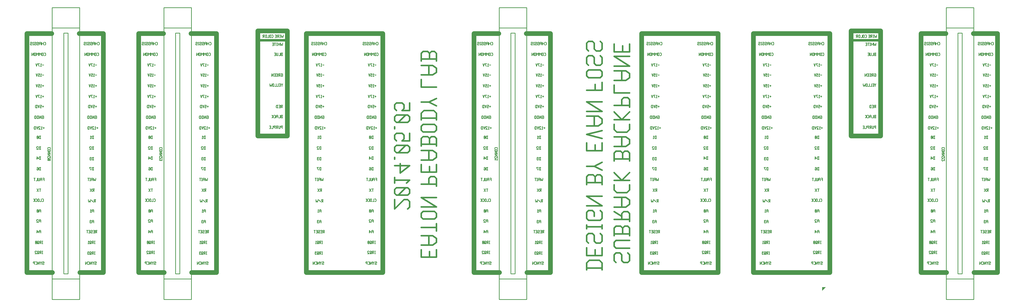
<source format=gbo>
G04 start of page 9 for group -4078 idx -4078 *
G04 Title: (unknown), bottomsilk *
G04 Creator: pcb 20110918 *
G04 CreationDate: Mon May  5 15:54:35 2014 UTC *
G04 For: fosse *
G04 Format: Gerber/RS-274X *
G04 PCB-Dimensions: 2025000 500000 *
G04 PCB-Coordinate-Origin: lower left *
%MOIN*%
%FSLAX25Y25*%
%LNBOTTOMSILK*%
%ADD52C,0.0226*%
%ADD51C,0.0224*%
%ADD50C,0.0232*%
%ADD49C,0.0100*%
%ADD48C,0.0350*%
%ADD47C,0.0700*%
%ADD46C,0.0001*%
G54D46*G36*
X1242557Y72768D02*X1247851D01*
X1242316Y67233D01*
Y72528D01*
X1242556Y72768D01*
X1242557D01*
G37*
G54D47*X336799Y94500D02*X301799D01*
X586798D02*X472798D01*
X836797D02*X801797D01*
X722797D02*X760797D01*
X1389461D02*X1427461D01*
X1253462D02*X1139462D01*
X1086796D02*X972796D01*
X93133Y451500D02*X56133D01*
X170133D02*Y94500D01*
X134133Y451500D02*X170133D01*
X222799Y94500D02*X260799D01*
X222799Y451500D02*Y94500D01*
X259799Y451500D02*X222799D01*
X56133Y94500D02*X94133D01*
X56133Y451500D02*Y94500D01*
X170133D02*X135133D01*
X300799Y451500D02*X336799D01*
X586798D02*X472798D01*
X400498Y455500D02*X444498D01*
X338832Y451500D02*Y94500D01*
X472798Y451500D02*Y94500D01*
X586798Y451500D02*Y94500D01*
X444498Y455500D02*Y298500D01*
X400498D02*X444498D01*
X400498Y455500D02*Y298500D01*
G54D48*Y441500D02*X444498D01*
G54D47*X1389461Y451500D02*Y94500D01*
X1426461Y451500D02*X1389461D01*
G54D48*X1285328Y441500D02*X1329328D01*
G54D47*Y455500D02*Y298500D01*
X1285328Y455500D02*X1329328D01*
X1503461Y94500D02*X1468461D01*
X1503461Y451500D02*Y94500D01*
X1285328Y455500D02*Y298500D01*
X1329328D01*
X1253462Y451500D02*Y94500D01*
X1139462Y451500D02*Y94500D01*
X1467461Y451500D02*X1503461D01*
X1139462D02*X1253462D01*
X972796D02*X1086796D01*
X800797D02*X836797D01*
X1086796D02*Y94500D01*
X972796Y451500D02*Y94500D01*
X836797Y451500D02*Y94500D01*
X759797Y451500D02*X722797D01*
Y94500D01*
G54D49*X1415461Y434500D02*X1416761D01*
X1417461Y435200D02*X1416761Y434500D01*
X1417461Y435200D02*Y437800D01*
X1416761Y438500D01*
X1415461D02*X1416761D01*
X1414261Y434500D02*Y438500D01*
X1411761Y434500D02*Y438500D01*
Y436500D02*X1414261D01*
X1410561Y434500D02*Y437500D01*
X1409861Y438500D01*
X1408761D02*X1409861D01*
X1408761D02*X1408061Y437500D01*
Y434500D02*Y437500D01*
Y436500D02*X1410561D01*
X1404861Y438500D02*X1404361Y438000D01*
X1404861Y438500D02*X1406361D01*
X1406861Y438000D02*X1406361Y438500D01*
X1406861Y437000D02*Y438000D01*
Y437000D02*X1406361Y436500D01*
X1404861D02*X1406361D01*
X1404861D02*X1404361Y436000D01*
Y435000D02*Y436000D01*
X1404861Y434500D02*X1404361Y435000D01*
X1404861Y434500D02*X1406361D01*
X1406861Y435000D02*X1406361Y434500D01*
X1401161Y438500D02*X1400661Y438000D01*
X1401161Y438500D02*X1402661D01*
X1403161Y438000D02*X1402661Y438500D01*
X1403161Y437000D02*Y438000D01*
Y437000D02*X1402661Y436500D01*
X1401161D02*X1402661D01*
X1401161D02*X1400661Y436000D01*
Y435000D02*Y436000D01*
X1401161Y434500D02*X1400661Y435000D01*
X1401161Y434500D02*X1402661D01*
X1403161Y435000D02*X1402661Y434500D01*
X1398461Y438500D02*X1399461D01*
X1398961Y434500D02*Y438500D01*
X1398461Y434500D02*X1399461D01*
X1395261Y438500D02*X1394761Y438000D01*
X1395261Y438500D02*X1396761D01*
X1397261Y438000D02*X1396761Y438500D01*
X1397261Y437000D02*Y438000D01*
Y437000D02*X1396761Y436500D01*
X1395261D02*X1396761D01*
X1395261D02*X1394761Y436000D01*
Y435000D02*Y436000D01*
X1395261Y434500D02*X1394761Y435000D01*
X1395261Y434500D02*X1396761D01*
X1397261Y435000D02*X1396761Y434500D01*
X1415461Y418500D02*X1416761D01*
X1417461Y419200D02*X1416761Y418500D01*
X1417461Y419200D02*Y421800D01*
X1416761Y422500D01*
X1415461D02*X1416761D01*
X1414261Y419000D02*Y422000D01*
X1413761Y422500D01*
X1412761D02*X1413761D01*
X1412761D02*X1412261Y422000D01*
Y419000D02*Y422000D01*
X1412761Y418500D02*X1412261Y419000D01*
X1412761Y418500D02*X1413761D01*
X1414261Y419000D02*X1413761Y418500D01*
X1411061D02*Y422500D01*
X1409561Y420500D01*
X1408061Y422500D01*
Y418500D02*Y422500D01*
X1406861Y418500D02*Y422500D01*
X1405361Y420500D01*
X1403861Y422500D01*
Y418500D02*Y422500D01*
X1402661Y419000D02*Y422000D01*
X1402161Y422500D01*
X1401161D02*X1402161D01*
X1401161D02*X1400661Y422000D01*
Y419000D02*Y422000D01*
X1401161Y418500D02*X1400661Y419000D01*
X1401161Y418500D02*X1402161D01*
X1402661Y419000D02*X1402161Y418500D01*
X1399461D02*Y422500D01*
X1396961Y418500D01*
Y422500D01*
X1412461Y404500D02*X1414461D01*
X1411261Y405700D02*X1410461Y406500D01*
Y402500D02*Y406500D01*
X1409761Y402500D02*X1411261D01*
X1408061D02*X1406061Y406500D01*
X1408561D01*
X1404861D02*X1403861Y402500D01*
X1402861Y406500D01*
X1412461Y389500D02*X1414461D01*
X1411261Y390700D02*X1410461Y391500D01*
Y387500D02*Y391500D01*
X1409761Y387500D02*X1411261D01*
X1406561Y391500D02*X1408561D01*
Y389500D02*Y391500D01*
Y389500D02*X1408061Y390000D01*
X1407061D02*X1408061D01*
X1407061D02*X1406561Y389500D01*
Y388000D02*Y389500D01*
X1407061Y387500D02*X1406561Y388000D01*
X1407061Y387500D02*X1408061D01*
X1408561Y388000D02*X1408061Y387500D01*
X1405361Y391500D02*X1404361Y387500D01*
X1403361Y391500D01*
X1495461Y434500D02*X1496761D01*
X1497461Y435200D02*X1496761Y434500D01*
X1497461Y435200D02*Y437800D01*
X1496761Y438500D01*
X1495461D02*X1496761D01*
X1494261Y434500D02*Y438500D01*
X1491761Y434500D02*Y438500D01*
Y436500D02*X1494261D01*
X1490561Y434500D02*Y437500D01*
X1489861Y438500D01*
X1488761D02*X1489861D01*
X1488761D02*X1488061Y437500D01*
Y434500D02*Y437500D01*
Y436500D02*X1490561D01*
X1484861Y438500D02*X1484361Y438000D01*
X1484861Y438500D02*X1486361D01*
X1486861Y438000D02*X1486361Y438500D01*
X1486861Y437000D02*Y438000D01*
Y437000D02*X1486361Y436500D01*
X1484861D02*X1486361D01*
X1484861D02*X1484361Y436000D01*
Y435000D02*Y436000D01*
X1484861Y434500D02*X1484361Y435000D01*
X1484861Y434500D02*X1486361D01*
X1486861Y435000D02*X1486361Y434500D01*
X1481161Y438500D02*X1480661Y438000D01*
X1481161Y438500D02*X1482661D01*
X1483161Y438000D02*X1482661Y438500D01*
X1483161Y437000D02*Y438000D01*
Y437000D02*X1482661Y436500D01*
X1481161D02*X1482661D01*
X1481161D02*X1480661Y436000D01*
Y435000D02*Y436000D01*
X1481161Y434500D02*X1480661Y435000D01*
X1481161Y434500D02*X1482661D01*
X1483161Y435000D02*X1482661Y434500D01*
X1478461Y438500D02*X1479461D01*
X1478961Y434500D02*Y438500D01*
X1478461Y434500D02*X1479461D01*
X1475261Y438500D02*X1474761Y438000D01*
X1475261Y438500D02*X1476761D01*
X1477261Y438000D02*X1476761Y438500D01*
X1477261Y437000D02*Y438000D01*
Y437000D02*X1476761Y436500D01*
X1475261D02*X1476761D01*
X1475261D02*X1474761Y436000D01*
Y435000D02*Y436000D01*
X1475261Y434500D02*X1474761Y435000D01*
X1475261Y434500D02*X1476761D01*
X1477261Y435000D02*X1476761Y434500D01*
X1320328Y418500D02*X1322328D01*
X1320328D02*X1319828Y419000D01*
Y420200D01*
X1320328Y420700D02*X1319828Y420200D01*
X1320328Y420700D02*X1321828D01*
Y418500D02*Y422500D01*
X1320328D02*X1322328D01*
X1320328D02*X1319828Y422000D01*
Y421200D02*Y422000D01*
X1320328Y420700D02*X1319828Y421200D01*
X1318628Y418500D02*Y422500D01*
X1316628Y418500D02*X1318628D01*
X1315428Y419000D02*Y422500D01*
Y419000D02*X1314928Y418500D01*
X1313928D02*X1314928D01*
X1313928D02*X1313428Y419000D01*
Y422500D01*
X1310728Y420700D02*X1312228D01*
X1310228Y418500D02*X1312228D01*
Y422500D01*
X1310228D02*X1312228D01*
X1322328Y435500D02*Y437500D01*
Y435500D02*X1321828Y433500D01*
X1320828Y435500D01*
X1319828Y433500D01*
X1319328Y435500D01*
Y437500D01*
X1318128Y433500D02*Y437500D01*
X1315628Y433500D02*Y437500D01*
Y435500D02*X1318128D01*
X1313428Y437500D02*X1314428D01*
X1313928Y433500D02*Y437500D01*
X1313428Y433500D02*X1314428D01*
X1310228Y437500D02*X1312228D01*
X1311228Y433500D02*Y437500D01*
X1307528Y435700D02*X1309028D01*
X1307028Y433500D02*X1309028D01*
Y437500D01*
X1307028D02*X1309028D01*
X1323328Y447500D02*Y449500D01*
Y447500D02*X1322828Y445500D01*
X1321828Y447500D01*
X1320828Y445500D01*
X1320328Y447500D01*
Y449500D01*
X1318128D02*X1319128D01*
X1318628Y445500D02*Y449500D01*
X1318128Y445500D02*X1319128D01*
X1314928Y449500D02*X1316928D01*
X1314928D02*X1314428Y449000D01*
Y448000D02*Y449000D01*
X1314928Y447500D02*X1314428Y448000D01*
X1314928Y447500D02*X1316428D01*
Y445500D02*Y449500D01*
X1315628Y447500D02*X1314428Y445500D01*
X1311728Y447700D02*X1313228D01*
X1311228Y445500D02*X1313228D01*
Y449500D01*
X1311228D02*X1313228D01*
X1306228Y445500D02*X1307528D01*
X1308228Y446200D02*X1307528Y445500D01*
X1308228Y446200D02*Y448800D01*
X1307528Y449500D01*
X1306228D02*X1307528D01*
X1305028Y446000D02*Y449000D01*
X1304528Y449500D01*
X1303528D02*X1304528D01*
X1303528D02*X1303028Y449000D01*
Y446000D02*Y449000D01*
X1303528Y445500D02*X1303028Y446000D01*
X1303528Y445500D02*X1304528D01*
X1305028Y446000D02*X1304528Y445500D01*
X1301828D02*Y449500D01*
X1299828Y445500D02*X1301828D01*
X1298628Y446000D02*Y449000D01*
X1298128Y449500D01*
X1297128D02*X1298128D01*
X1297128D02*X1296628Y449000D01*
Y446000D02*Y449000D01*
X1297128Y445500D02*X1296628Y446000D01*
X1297128Y445500D02*X1298128D01*
X1298628Y446000D02*X1298128Y445500D01*
X1293428Y449500D02*X1295428D01*
X1293428D02*X1292928Y449000D01*
Y448000D02*Y449000D01*
X1293428Y447500D02*X1292928Y448000D01*
X1293428Y447500D02*X1294928D01*
Y445500D02*Y449500D01*
X1294128Y447500D02*X1292928Y445500D01*
X1412461Y373500D02*X1414461D01*
X1413461Y372500D02*Y374500D01*
X1411261Y374700D02*X1410461Y375500D01*
Y371500D02*Y375500D01*
X1409761Y371500D02*X1411261D01*
X1406561Y375500D02*X1408561D01*
Y373500D02*Y375500D01*
Y373500D02*X1408061Y374000D01*
X1407061D02*X1408061D01*
X1407061D02*X1406561Y373500D01*
Y372000D02*Y373500D01*
X1407061Y371500D02*X1406561Y372000D01*
X1407061Y371500D02*X1408061D01*
X1408561Y372000D02*X1408061Y371500D01*
X1405361Y375500D02*X1404361Y371500D01*
X1403361Y375500D01*
X1412461Y357500D02*X1414461D01*
X1413461Y356500D02*Y358500D01*
X1411261Y358700D02*X1410461Y359500D01*
Y355500D02*Y359500D01*
X1409761Y355500D02*X1411261D01*
X1408061D02*X1406061Y359500D01*
X1408561D01*
X1404861D02*X1403861Y355500D01*
X1402861Y359500D01*
X1412461Y342500D02*X1414461D01*
X1413461Y341500D02*Y343500D01*
X1409261Y344500D02*X1411261D01*
Y342500D02*Y344500D01*
Y342500D02*X1410761Y343000D01*
X1409761D02*X1410761D01*
X1409761D02*X1409261Y342500D01*
Y341000D02*Y342500D01*
X1409761Y340500D02*X1409261Y341000D01*
X1409761Y340500D02*X1410761D01*
X1411261Y341000D02*X1410761Y340500D01*
X1408061Y344500D02*X1407061Y340500D01*
X1406061Y344500D01*
X1404361Y340500D02*Y344500D01*
X1403061D02*X1402361Y343800D01*
Y341200D02*Y343800D01*
X1403061Y340500D02*X1402361Y341200D01*
X1403061Y340500D02*X1404861D01*
X1403061Y344500D02*X1404861D01*
X1412461Y328500D02*X1411961Y328000D01*
X1412461Y328500D02*X1413961D01*
X1414461Y328000D02*X1413961Y328500D01*
X1414461Y325000D02*Y328000D01*
Y325000D02*X1413961Y324500D01*
X1412461D02*X1413961D01*
X1412461D02*X1411961Y325000D01*
Y326000D01*
X1412461Y326500D02*X1411961Y326000D01*
X1412461Y326500D02*X1413461D01*
X1410761Y324500D02*Y328500D01*
X1408261Y324500D01*
Y328500D01*
X1406561Y324500D02*Y328500D01*
X1405261D02*X1404561Y327800D01*
Y325200D02*Y327800D01*
X1405261Y324500D02*X1404561Y325200D01*
X1405261Y324500D02*X1407061D01*
X1405261Y328500D02*X1407061D01*
X1402861Y324500D02*Y328500D01*
X1401561D02*X1400861Y327800D01*
Y325200D02*Y327800D01*
X1401561Y324500D02*X1400861Y325200D01*
X1401561Y324500D02*X1403361D01*
X1401561Y328500D02*X1403361D01*
X1413461Y310500D02*X1415461D01*
X1414461Y309500D02*Y311500D01*
X1412261Y311700D02*X1411461Y312500D01*
Y308500D02*Y312500D01*
X1410761Y308500D02*X1412261D01*
X1409561Y312000D02*X1409061Y312500D01*
X1407561D02*X1409061D01*
X1407561D02*X1407061Y312000D01*
Y311000D02*Y312000D01*
X1409561Y308500D02*X1407061Y311000D01*
Y308500D02*X1409561D01*
X1405861Y312500D02*X1404861Y308500D01*
X1403861Y312500D01*
X1402161Y308500D02*Y312500D01*
X1400861D02*X1400161Y311800D01*
Y309200D02*Y311800D01*
X1400861Y308500D02*X1400161Y309200D01*
X1400861Y308500D02*X1402661D01*
X1400861Y312500D02*X1402661D01*
X1494461Y418500D02*X1495761D01*
X1496461Y419200D02*X1495761Y418500D01*
X1496461Y419200D02*Y421800D01*
X1495761Y422500D01*
X1494461D02*X1495761D01*
X1493261Y419000D02*Y422000D01*
X1492761Y422500D01*
X1491761D02*X1492761D01*
X1491761D02*X1491261Y422000D01*
Y419000D02*Y422000D01*
X1491761Y418500D02*X1491261Y419000D01*
X1491761Y418500D02*X1492761D01*
X1493261Y419000D02*X1492761Y418500D01*
X1490061D02*Y422500D01*
X1488561Y420500D01*
X1487061Y422500D01*
Y418500D02*Y422500D01*
X1485861Y418500D02*Y422500D01*
X1484361Y420500D01*
X1482861Y422500D01*
Y418500D02*Y422500D01*
X1481661Y419000D02*Y422000D01*
X1481161Y422500D01*
X1480161D02*X1481161D01*
X1480161D02*X1479661Y422000D01*
Y419000D02*Y422000D01*
X1480161Y418500D02*X1479661Y419000D01*
X1480161Y418500D02*X1481161D01*
X1481661Y419000D02*X1481161Y418500D01*
X1478461D02*Y422500D01*
X1475961Y418500D01*
Y422500D01*
X1491461Y404500D02*X1493461D01*
X1490261Y405700D02*X1489461Y406500D01*
Y402500D02*Y406500D01*
X1488761Y402500D02*X1490261D01*
X1487061D02*X1485061Y406500D01*
X1487561D01*
X1483861D02*X1482861Y402500D01*
X1481861Y406500D01*
X1491461Y389500D02*X1493461D01*
X1490261Y390700D02*X1489461Y391500D01*
Y387500D02*Y391500D01*
X1488761Y387500D02*X1490261D01*
X1485561Y391500D02*X1487561D01*
Y389500D02*Y391500D01*
Y389500D02*X1487061Y390000D01*
X1486061D02*X1487061D01*
X1486061D02*X1485561Y389500D01*
Y388000D02*Y389500D01*
X1486061Y387500D02*X1485561Y388000D01*
X1486061Y387500D02*X1487061D01*
X1487561Y388000D02*X1487061Y387500D01*
X1484361Y391500D02*X1483361Y387500D01*
X1482361Y391500D01*
X1491461Y373500D02*X1493461D01*
X1492461Y372500D02*Y374500D01*
X1490261Y374700D02*X1489461Y375500D01*
Y371500D02*Y375500D01*
X1488761Y371500D02*X1490261D01*
X1485561Y375500D02*X1487561D01*
Y373500D02*Y375500D01*
Y373500D02*X1487061Y374000D01*
X1486061D02*X1487061D01*
X1486061D02*X1485561Y373500D01*
Y372000D02*Y373500D01*
X1486061Y371500D02*X1485561Y372000D01*
X1486061Y371500D02*X1487061D01*
X1487561Y372000D02*X1487061Y371500D01*
X1484361Y375500D02*X1483361Y371500D01*
X1482361Y375500D01*
X1491461Y357500D02*X1493461D01*
X1492461Y356500D02*Y358500D01*
X1490261Y358700D02*X1489461Y359500D01*
Y355500D02*Y359500D01*
X1488761Y355500D02*X1490261D01*
X1487061D02*X1485061Y359500D01*
X1487561D01*
X1483861D02*X1482861Y355500D01*
X1481861Y359500D01*
X1491461Y342500D02*X1493461D01*
X1492461Y341500D02*Y343500D01*
X1488261Y344500D02*X1490261D01*
Y342500D02*Y344500D01*
Y342500D02*X1489761Y343000D01*
X1488761D02*X1489761D01*
X1488761D02*X1488261Y342500D01*
Y341000D02*Y342500D01*
X1488761Y340500D02*X1488261Y341000D01*
X1488761Y340500D02*X1489761D01*
X1490261Y341000D02*X1489761Y340500D01*
X1487061Y344500D02*X1486061Y340500D01*
X1485061Y344500D01*
X1483361Y340500D02*Y344500D01*
X1482061D02*X1481361Y343800D01*
Y341200D02*Y343800D01*
X1482061Y340500D02*X1481361Y341200D01*
X1482061Y340500D02*X1483861D01*
X1482061Y344500D02*X1483861D01*
X1491461Y328500D02*X1490961Y328000D01*
X1491461Y328500D02*X1492961D01*
X1493461Y328000D02*X1492961Y328500D01*
X1493461Y325000D02*Y328000D01*
Y325000D02*X1492961Y324500D01*
X1491461D02*X1492961D01*
X1491461D02*X1490961Y325000D01*
Y326000D01*
X1491461Y326500D02*X1490961Y326000D01*
X1491461Y326500D02*X1492461D01*
X1489761Y324500D02*Y328500D01*
X1487261Y324500D01*
Y328500D01*
X1485561Y324500D02*Y328500D01*
X1484261D02*X1483561Y327800D01*
Y325200D02*Y327800D01*
X1484261Y324500D02*X1483561Y325200D01*
X1484261Y324500D02*X1486061D01*
X1484261Y328500D02*X1486061D01*
X1481861Y324500D02*Y328500D01*
X1480561D02*X1479861Y327800D01*
Y325200D02*Y327800D01*
X1480561Y324500D02*X1479861Y325200D01*
X1480561Y324500D02*X1482361D01*
X1480561Y328500D02*X1482361D01*
X1321828Y309500D02*Y313500D01*
X1320328D02*X1322328D01*
X1320328D02*X1319828Y313000D01*
Y312000D02*Y313000D01*
X1320328Y311500D02*X1319828Y312000D01*
X1320328Y311500D02*X1321828D01*
X1318628Y310000D02*Y313500D01*
Y310000D02*X1318128Y309500D01*
X1317128D02*X1318128D01*
X1317128D02*X1316628Y310000D01*
Y313500D01*
X1313428D02*X1315428D01*
X1313428D02*X1312928Y313000D01*
Y312000D02*Y313000D01*
X1313428Y311500D02*X1312928Y312000D01*
X1313428Y311500D02*X1314928D01*
Y309500D02*Y313500D01*
X1314128Y311500D02*X1312928Y309500D01*
X1311228D02*Y313500D01*
X1309728D02*X1311728D01*
X1309728D02*X1309228Y313000D01*
Y312000D02*Y313000D01*
X1309728Y311500D02*X1309228Y312000D01*
X1309728Y311500D02*X1311228D01*
X1308028Y309500D02*Y313500D01*
X1306028Y309500D02*X1308028D01*
X1303328Y311700D02*X1304828D01*
X1302828Y309500D02*X1304828D01*
Y313500D01*
X1302828D02*X1304828D01*
X1320328Y325500D02*X1322328D01*
X1320328D02*X1319828Y326000D01*
Y327200D01*
X1320328Y327700D02*X1319828Y327200D01*
X1320328Y327700D02*X1321828D01*
Y325500D02*Y329500D01*
X1320328D02*X1322328D01*
X1320328D02*X1319828Y329000D01*
Y328200D02*Y329000D01*
X1320328Y327700D02*X1319828Y328200D01*
X1318628Y325500D02*Y329500D01*
X1316628Y325500D02*X1318628D01*
X1315428D02*Y328500D01*
X1314728Y329500D01*
X1313628D02*X1314728D01*
X1313628D02*X1312928Y328500D01*
Y325500D02*Y328500D01*
Y327500D02*X1315428D01*
X1309728Y325500D02*X1311028D01*
X1311728Y326200D02*X1311028Y325500D01*
X1311728Y326200D02*Y328800D01*
X1311028Y329500D01*
X1309728D02*X1311028D01*
X1308528Y325500D02*Y329500D01*
Y327500D02*X1306528Y329500D01*
X1308528Y327500D02*X1306528Y325500D01*
X1320328Y344500D02*X1322328D01*
X1320328D02*X1319828Y344000D01*
Y343000D02*Y344000D01*
X1320328Y342500D02*X1319828Y343000D01*
X1320328Y342500D02*X1321828D01*
Y340500D02*Y344500D01*
X1321028Y342500D02*X1319828Y340500D01*
X1317128Y342700D02*X1318628D01*
X1316628Y340500D02*X1318628D01*
Y344500D01*
X1316628D02*X1318628D01*
X1314928Y340500D02*Y344500D01*
X1313628D02*X1312928Y343800D01*
Y341200D02*Y343800D01*
X1313628Y340500D02*X1312928Y341200D01*
X1313628Y340500D02*X1315428D01*
X1313628Y344500D02*X1315428D01*
X1320328Y391500D02*X1319828Y391000D01*
X1320328Y391500D02*X1321828D01*
X1322328Y391000D02*X1321828Y391500D01*
X1322328Y388000D02*Y391000D01*
Y388000D02*X1321828Y387500D01*
X1320328D02*X1321828D01*
X1320328D02*X1319828Y388000D01*
Y389000D01*
X1320328Y389500D02*X1319828Y389000D01*
X1320328Y389500D02*X1321328D01*
X1316628Y391500D02*X1318628D01*
X1316628D02*X1316128Y391000D01*
Y390000D02*Y391000D01*
X1316628Y389500D02*X1316128Y390000D01*
X1316628Y389500D02*X1318128D01*
Y387500D02*Y391500D01*
X1317328Y389500D02*X1316128Y387500D01*
X1313428Y389700D02*X1314928D01*
X1312928Y387500D02*X1314928D01*
Y391500D01*
X1312928D02*X1314928D01*
X1310228Y389700D02*X1311728D01*
X1309728Y387500D02*X1311728D01*
Y391500D01*
X1309728D02*X1311728D01*
X1308528Y387500D02*Y391500D01*
X1306028Y387500D01*
Y391500D01*
X1322328Y376500D02*X1321328Y374500D01*
X1320328Y376500D01*
X1321328Y372500D02*Y374500D01*
X1317628Y374700D02*X1319128D01*
X1317128Y372500D02*X1319128D01*
Y376500D01*
X1317128D02*X1319128D01*
X1315928Y372500D02*Y376500D01*
X1313928Y372500D02*X1315928D01*
X1312728D02*Y376500D01*
X1310728Y372500D02*X1312728D01*
X1309528Y373000D02*Y376000D01*
X1309028Y376500D01*
X1308028D02*X1309028D01*
X1308028D02*X1307528Y376000D01*
Y373000D02*Y376000D01*
X1308028Y372500D02*X1307528Y373000D01*
X1308028Y372500D02*X1309028D01*
X1309528Y373000D02*X1309028Y372500D01*
X1306328Y374500D02*Y376500D01*
Y374500D02*X1305828Y372500D01*
X1304828Y374500D01*
X1303828Y372500D01*
X1303328Y374500D01*
Y376500D01*
X1413261Y110500D02*X1412761Y110000D01*
X1413261Y110500D02*X1414761D01*
X1415261Y110000D02*X1414761Y110500D01*
X1415261Y109000D02*Y110000D01*
Y109000D02*X1414761Y108500D01*
X1413261D02*X1414761D01*
X1413261D02*X1412761Y108000D01*
Y107000D02*Y108000D01*
X1413261Y106500D02*X1412761Y107000D01*
X1413261Y106500D02*X1414761D01*
X1415261Y107000D02*X1414761Y106500D01*
X1411561Y110500D02*X1410561Y108500D01*
X1409561Y110500D01*
X1410561Y106500D02*Y108500D01*
X1408361Y106500D02*Y110500D01*
X1405861Y106500D01*
Y110500D01*
X1402661Y106500D02*X1403961D01*
X1404661Y107200D02*X1403961Y106500D01*
X1404661Y107200D02*Y109800D01*
X1403961Y110500D01*
X1402661D02*X1403961D01*
X1400961Y106500D02*Y110500D01*
X1399461D02*X1401461D01*
X1399461D02*X1398961Y110000D01*
Y109000D02*Y110000D01*
X1399461Y108500D02*X1398961Y109000D01*
X1399461Y108500D02*X1400961D01*
X1491261Y110500D02*X1490761Y110000D01*
X1491261Y110500D02*X1492761D01*
X1493261Y110000D02*X1492761Y110500D01*
X1493261Y109000D02*Y110000D01*
Y109000D02*X1492761Y108500D01*
X1491261D02*X1492761D01*
X1491261D02*X1490761Y108000D01*
Y107000D02*Y108000D01*
X1491261Y106500D02*X1490761Y107000D01*
X1491261Y106500D02*X1492761D01*
X1493261Y107000D02*X1492761Y106500D01*
X1489561Y110500D02*X1488561Y108500D01*
X1487561Y110500D01*
X1488561Y106500D02*Y108500D01*
X1486361Y106500D02*Y110500D01*
X1483861Y106500D01*
Y110500D01*
X1480661Y106500D02*X1481961D01*
X1482661Y107200D02*X1481961Y106500D01*
X1482661Y107200D02*Y109800D01*
X1481961Y110500D01*
X1480661D02*X1481961D01*
X1479461Y106500D02*Y110500D01*
X1476961Y106500D01*
Y110500D01*
X1412261Y126500D02*X1413261D01*
X1412761Y122500D02*Y126500D01*
X1412261Y122500D02*X1413261D01*
X1409061Y126500D02*X1411061D01*
X1409061D02*X1408561Y126000D01*
Y125000D02*Y126000D01*
X1409061Y124500D02*X1408561Y125000D01*
X1409061Y124500D02*X1410561D01*
Y122500D02*Y126500D01*
X1409761Y124500D02*X1408561Y122500D01*
X1407361Y123000D02*Y126000D01*
X1406861Y126500D01*
X1405861D02*X1406861D01*
X1405861D02*X1405361Y126000D01*
Y123500D02*Y126000D01*
X1406361Y122500D02*X1405361Y123500D01*
X1406361Y122500D02*X1406861D01*
X1407361Y123000D02*X1406861Y122500D01*
X1406361Y124000D02*X1405361Y122500D01*
X1404161Y126000D02*X1403661Y126500D01*
X1402161D02*X1403661D01*
X1402161D02*X1401661Y126000D01*
Y125000D02*Y126000D01*
X1404161Y122500D02*X1401661Y125000D01*
Y122500D02*X1404161D01*
X1412261Y141500D02*X1413261D01*
X1412761Y137500D02*Y141500D01*
X1412261Y137500D02*X1413261D01*
X1409061Y141500D02*X1411061D01*
X1409061D02*X1408561Y141000D01*
Y140000D02*Y141000D01*
X1409061Y139500D02*X1408561Y140000D01*
X1409061Y139500D02*X1410561D01*
Y137500D02*Y141500D01*
X1409761Y139500D02*X1408561Y137500D01*
X1407361Y138000D02*Y141000D01*
X1406861Y141500D01*
X1405861D02*X1406861D01*
X1405861D02*X1405361Y141000D01*
Y138500D02*Y141000D01*
X1406361Y137500D02*X1405361Y138500D01*
X1406361Y137500D02*X1406861D01*
X1407361Y138000D02*X1406861Y137500D01*
X1406361Y139000D02*X1405361Y137500D01*
X1404161Y138000D02*X1403661Y137500D01*
X1404161Y138000D02*Y141000D01*
X1403661Y141500D01*
X1402661D02*X1403661D01*
X1402661D02*X1402161Y141000D01*
Y138000D02*Y141000D01*
X1402661Y137500D02*X1402161Y138000D01*
X1402661Y137500D02*X1403661D01*
X1404161Y138500D02*X1402161Y140500D01*
X1410261Y153500D02*Y156500D01*
X1409561Y157500D01*
X1408461D02*X1409561D01*
X1408461D02*X1407761Y156500D01*
Y153500D02*Y156500D01*
Y155500D02*X1410261D01*
X1406561Y155000D02*X1404561Y157500D01*
X1404061Y155000D02*X1406561D01*
X1404561Y153500D02*Y157500D01*
X1410261Y169500D02*Y172500D01*
X1409561Y173500D01*
X1408461D02*X1409561D01*
X1408461D02*X1407761Y172500D01*
Y169500D02*Y172500D01*
Y171500D02*X1410261D01*
X1406561Y173000D02*X1406061Y173500D01*
X1404561D02*X1406061D01*
X1404561D02*X1404061Y173000D01*
Y172000D02*Y173000D01*
X1406561Y169500D02*X1404061Y172000D01*
Y169500D02*X1406561D01*
X1410261Y184500D02*Y187500D01*
X1409561Y188500D01*
X1408461D02*X1409561D01*
X1408461D02*X1407761Y187500D01*
Y184500D02*Y187500D01*
Y186500D02*X1410261D01*
X1406561Y185000D02*X1406061Y184500D01*
X1406561Y185000D02*Y188000D01*
X1406061Y188500D01*
X1405061D02*X1406061D01*
X1405061D02*X1404561Y188000D01*
Y185000D02*Y188000D01*
X1405061Y184500D02*X1404561Y185000D01*
X1405061Y184500D02*X1406061D01*
X1406561Y185500D02*X1404561Y187500D01*
X1412261Y200500D02*X1413561D01*
X1414261Y201200D02*X1413561Y200500D01*
X1414261Y201200D02*Y203800D01*
X1413561Y204500D01*
X1412261D02*X1413561D01*
X1411061Y200500D02*Y204500D01*
X1409061Y200500D02*X1411061D01*
X1407861Y201000D02*Y204000D01*
X1407361Y204500D01*
X1406361D02*X1407361D01*
X1406361D02*X1405861Y204000D01*
Y201000D02*Y204000D01*
X1406361Y200500D02*X1405861Y201000D01*
X1406361Y200500D02*X1407361D01*
X1407861Y201000D02*X1407361Y200500D01*
X1402661D02*X1403961D01*
X1404661Y201200D02*X1403961Y200500D01*
X1404661Y201200D02*Y203800D01*
X1403961Y204500D01*
X1402661D02*X1403961D01*
X1401461Y200500D02*Y204500D01*
Y202500D02*X1399461Y204500D01*
X1401461Y202500D02*X1399461Y200500D01*
X1408261Y219500D02*X1410261D01*
X1409261Y215500D02*Y219500D01*
X1407061Y215500D02*X1404561Y219500D01*
X1407061D02*X1404561Y215500D01*
X1415261Y231500D02*Y235500D01*
X1413261D02*X1415261D01*
X1413761Y233700D02*X1415261D01*
X1412061Y231500D02*Y234500D01*
X1411361Y235500D01*
X1410261D02*X1411361D01*
X1410261D02*X1409561Y234500D01*
Y231500D02*Y234500D01*
Y233500D02*X1412061D01*
X1408361Y232000D02*Y235500D01*
Y232000D02*X1407861Y231500D01*
X1406861D02*X1407861D01*
X1406861D02*X1406361Y232000D01*
Y235500D01*
X1405161Y231500D02*Y235500D01*
X1403161Y231500D02*X1405161D01*
X1399961Y235500D02*X1401961D01*
X1400961Y231500D02*Y235500D01*
X1409761Y263500D02*Y267500D01*
X1408461D02*X1407761Y266800D01*
Y264200D02*Y266800D01*
X1408461Y263500D02*X1407761Y264200D01*
X1408461Y263500D02*X1410261D01*
X1408461Y267500D02*X1410261D01*
X1406561Y265000D02*X1404561Y267500D01*
X1404061Y265000D02*X1406561D01*
X1404561Y263500D02*Y267500D01*
X1409761Y278500D02*Y282500D01*
X1408461D02*X1407761Y281800D01*
Y279200D02*Y281800D01*
X1408461Y278500D02*X1407761Y279200D01*
X1408461Y278500D02*X1410261D01*
X1408461Y282500D02*X1410261D01*
X1406561Y282000D02*X1406061Y282500D01*
X1404561D02*X1406061D01*
X1404561D02*X1404061Y282000D01*
Y281000D02*Y282000D01*
X1406561Y278500D02*X1404061Y281000D01*
Y278500D02*X1406561D01*
X1409761Y294500D02*Y298500D01*
X1408461D02*X1407761Y297800D01*
Y295200D02*Y297800D01*
X1408461Y294500D02*X1407761Y295200D01*
X1408461Y294500D02*X1410261D01*
X1408461Y298500D02*X1410261D01*
X1406561Y295000D02*X1406061Y294500D01*
X1406561Y295000D02*Y298000D01*
X1406061Y298500D01*
X1405061D02*X1406061D01*
X1405061D02*X1404561Y298000D01*
Y295000D02*Y298000D01*
X1405061Y294500D02*X1404561Y295000D01*
X1405061Y294500D02*X1406061D01*
X1406561Y295500D02*X1404561Y297500D01*
X1490261Y125500D02*X1491261D01*
X1490761Y121500D02*Y125500D01*
X1490261Y121500D02*X1491261D01*
X1487061Y125500D02*X1489061D01*
X1487061D02*X1486561Y125000D01*
Y124000D02*Y125000D01*
X1487061Y123500D02*X1486561Y124000D01*
X1487061Y123500D02*X1488561D01*
Y121500D02*Y125500D01*
X1487761Y123500D02*X1486561Y121500D01*
X1485361Y122000D02*Y125000D01*
X1484861Y125500D01*
X1483861D02*X1484861D01*
X1483861D02*X1483361Y125000D01*
Y122500D02*Y125000D01*
X1484361Y121500D02*X1483361Y122500D01*
X1484361Y121500D02*X1484861D01*
X1485361Y122000D02*X1484861Y121500D01*
X1484361Y123000D02*X1483361Y121500D01*
X1482161Y125000D02*X1481661Y125500D01*
X1480661D02*X1481661D01*
X1480661D02*X1480161Y125000D01*
X1480661Y121500D02*X1480161Y122000D01*
X1480661Y121500D02*X1481661D01*
X1482161Y122000D02*X1481661Y121500D01*
X1480661Y123700D02*X1481661D01*
X1480161Y124200D02*Y125000D01*
Y122000D02*Y123200D01*
X1480661Y123700D01*
X1480161Y124200D02*X1480661Y123700D01*
X1490261Y141500D02*X1491261D01*
X1490761Y137500D02*Y141500D01*
X1490261Y137500D02*X1491261D01*
X1487061Y141500D02*X1489061D01*
X1487061D02*X1486561Y141000D01*
Y140000D02*Y141000D01*
X1487061Y139500D02*X1486561Y140000D01*
X1487061Y139500D02*X1488561D01*
Y137500D02*Y141500D01*
X1487761Y139500D02*X1486561Y137500D01*
X1485361Y138000D02*Y141000D01*
X1484861Y141500D01*
X1483861D02*X1484861D01*
X1483861D02*X1483361Y141000D01*
Y138500D02*Y141000D01*
X1484361Y137500D02*X1483361Y138500D01*
X1484361Y137500D02*X1484861D01*
X1485361Y138000D02*X1484861Y137500D01*
X1484361Y139000D02*X1483361Y137500D01*
X1482161Y140700D02*X1481361Y141500D01*
Y137500D02*Y141500D01*
X1480661Y137500D02*X1482161D01*
X1492261Y157500D02*X1494261D01*
X1492261D02*X1491761Y157000D01*
Y156000D02*Y157000D01*
X1492261Y155500D02*X1491761Y156000D01*
X1492261Y155500D02*X1493761D01*
Y153500D02*Y157500D01*
X1492961Y155500D02*X1491761Y153500D01*
X1489061Y155700D02*X1490561D01*
X1488561Y153500D02*X1490561D01*
Y157500D01*
X1488561D02*X1490561D01*
X1485361D02*X1484861Y157000D01*
X1485361Y157500D02*X1486861D01*
X1487361Y157000D02*X1486861Y157500D01*
X1487361Y156000D02*Y157000D01*
Y156000D02*X1486861Y155500D01*
X1485361D02*X1486861D01*
X1485361D02*X1484861Y155000D01*
Y154000D02*Y155000D01*
X1485361Y153500D02*X1484861Y154000D01*
X1485361Y153500D02*X1486861D01*
X1487361Y154000D02*X1486861Y153500D01*
X1482161Y155700D02*X1483661D01*
X1481661Y153500D02*X1483661D01*
Y157500D01*
X1481661D02*X1483661D01*
X1478461D02*X1480461D01*
X1479461Y153500D02*Y157500D01*
X1489261Y168500D02*Y171500D01*
X1488561Y172500D01*
X1487461D02*X1488561D01*
X1487461D02*X1486761Y171500D01*
Y168500D02*Y171500D01*
Y170500D02*X1489261D01*
X1485561Y172000D02*X1485061Y172500D01*
X1484061D02*X1485061D01*
X1484061D02*X1483561Y172000D01*
X1484061Y168500D02*X1483561Y169000D01*
X1484061Y168500D02*X1485061D01*
X1485561Y169000D02*X1485061Y168500D01*
X1484061Y170700D02*X1485061D01*
X1483561Y171200D02*Y172000D01*
Y169000D02*Y170200D01*
X1484061Y170700D01*
X1483561Y171200D02*X1484061Y170700D01*
X1489261Y184500D02*Y187500D01*
X1488561Y188500D01*
X1487461D02*X1488561D01*
X1487461D02*X1486761Y187500D01*
Y184500D02*Y187500D01*
Y186500D02*X1489261D01*
X1485561Y187700D02*X1484761Y188500D01*
Y184500D02*Y188500D01*
X1484061Y184500D02*X1485561D01*
X1490261Y203500D02*X1492261D01*
X1490261D02*X1489761Y203000D01*
Y202000D02*Y203000D01*
X1490261Y201500D02*X1489761Y202000D01*
X1490261Y201500D02*X1491761D01*
Y199500D02*Y203500D01*
X1490961Y201500D02*X1489761Y199500D01*
X1488561Y200000D02*X1485561Y203000D01*
X1484361Y201500D02*Y203500D01*
Y201500D02*X1483861Y199500D01*
X1482861Y201500D01*
X1481861Y199500D01*
X1481361Y201500D01*
Y203500D01*
X1488261Y219500D02*X1490261D01*
X1488261D02*X1487761Y219000D01*
Y218000D02*Y219000D01*
X1488261Y217500D02*X1487761Y218000D01*
X1488261Y217500D02*X1489761D01*
Y215500D02*Y219500D01*
X1488961Y217500D02*X1487761Y215500D01*
X1486561D02*X1484061Y219500D01*
X1486561D02*X1484061Y215500D01*
X1492261Y233500D02*Y235500D01*
Y233500D02*X1491761Y231500D01*
X1490761Y233500D01*
X1489761Y231500D01*
X1489261Y233500D01*
Y235500D01*
X1488061Y231500D02*Y234500D01*
X1487361Y235500D01*
X1486261D02*X1487361D01*
X1486261D02*X1485561Y234500D01*
Y231500D02*Y234500D01*
Y233500D02*X1488061D01*
X1483361Y235500D02*X1484361D01*
X1483861Y231500D02*Y235500D01*
X1483361Y231500D02*X1484361D01*
X1480161Y235500D02*X1482161D01*
X1481161Y231500D02*Y235500D01*
X1493461Y310500D02*X1495461D01*
X1494461Y309500D02*Y311500D01*
X1492261Y311700D02*X1491461Y312500D01*
Y308500D02*Y312500D01*
X1490761Y308500D02*X1492261D01*
X1489561Y312000D02*X1489061Y312500D01*
X1487561D02*X1489061D01*
X1487561D02*X1487061Y312000D01*
Y311000D02*Y312000D01*
X1489561Y308500D02*X1487061Y311000D01*
Y308500D02*X1489561D01*
X1485861Y312500D02*X1484861Y308500D01*
X1483861Y312500D01*
X1482161Y308500D02*Y312500D01*
X1480861D02*X1480161Y311800D01*
Y309200D02*Y311800D01*
X1480861Y308500D02*X1480161Y309200D01*
X1480861Y308500D02*X1482661D01*
X1480861Y312500D02*X1482661D01*
X1488761Y247500D02*Y251500D01*
X1487461D02*X1486761Y250800D01*
Y248200D02*Y250800D01*
X1487461Y247500D02*X1486761Y248200D01*
X1487461Y247500D02*X1489261D01*
X1487461Y251500D02*X1489261D01*
X1485061Y247500D02*X1483061Y251500D01*
X1485561D01*
X1488761Y262500D02*Y266500D01*
X1487461D02*X1486761Y265800D01*
Y263200D02*Y265800D01*
X1487461Y262500D02*X1486761Y263200D01*
X1487461Y262500D02*X1489261D01*
X1487461Y266500D02*X1489261D01*
X1485561Y266000D02*X1485061Y266500D01*
X1484061D02*X1485061D01*
X1484061D02*X1483561Y266000D01*
X1484061Y262500D02*X1483561Y263000D01*
X1484061Y262500D02*X1485061D01*
X1485561Y263000D02*X1485061Y262500D01*
X1484061Y264700D02*X1485061D01*
X1483561Y265200D02*Y266000D01*
Y263000D02*Y264200D01*
X1484061Y264700D01*
X1483561Y265200D02*X1484061Y264700D01*
X1488761Y278500D02*Y282500D01*
X1487461D02*X1486761Y281800D01*
Y279200D02*Y281800D01*
X1487461Y278500D02*X1486761Y279200D01*
X1487461Y278500D02*X1489261D01*
X1487461Y282500D02*X1489261D01*
X1485561Y282000D02*X1485061Y282500D01*
X1483561D02*X1485061D01*
X1483561D02*X1483061Y282000D01*
Y281000D02*Y282000D01*
X1485561Y278500D02*X1483061Y281000D01*
Y278500D02*X1485561D01*
X1488761Y294500D02*Y298500D01*
X1487461D02*X1486761Y297800D01*
Y295200D02*Y297800D01*
X1487461Y294500D02*X1486761Y295200D01*
X1487461Y294500D02*X1489261D01*
X1487461Y298500D02*X1489261D01*
X1485561Y297700D02*X1484761Y298500D01*
Y294500D02*Y298500D01*
X1484061Y294500D02*X1485561D01*
X1409761Y247500D02*Y251500D01*
X1408461D02*X1407761Y250800D01*
Y248200D02*Y250800D01*
X1408461Y247500D02*X1407761Y248200D01*
X1408461Y247500D02*X1410261D01*
X1408461Y251500D02*X1410261D01*
X1405061D02*X1404561Y251000D01*
X1405061Y251500D02*X1406061D01*
X1406561Y251000D02*X1406061Y251500D01*
X1406561Y248000D02*Y251000D01*
Y248000D02*X1406061Y247500D01*
X1405061Y249700D02*X1404561Y249200D01*
X1405061Y249700D02*X1406561D01*
X1405061Y247500D02*X1406061D01*
X1405061D02*X1404561Y248000D01*
Y249200D01*
X1161262Y247800D02*Y251800D01*
X1159962D02*X1159262Y251100D01*
Y248500D02*Y251100D01*
X1159962Y247800D02*X1159262Y248500D01*
X1159962Y247800D02*X1161762D01*
X1159962Y251800D02*X1161762D01*
X1157562Y247800D02*X1155562Y251800D01*
X1158062D01*
X1164762Y233800D02*Y235800D01*
Y233800D02*X1164262Y231800D01*
X1163262Y233800D01*
X1162262Y231800D01*
X1161762Y233800D01*
Y235800D01*
X1160562Y231800D02*Y234800D01*
X1159862Y235800D01*
X1158762D02*X1159862D01*
X1158762D02*X1158062Y234800D01*
Y231800D02*Y234800D01*
Y233800D02*X1160562D01*
X1155862Y235800D02*X1156862D01*
X1156362Y231800D02*Y235800D01*
X1155862Y231800D02*X1156862D01*
X1152662Y235800D02*X1154662D01*
X1153662Y231800D02*Y235800D01*
X1236962Y247500D02*Y251500D01*
X1235662D02*X1234962Y250800D01*
Y248200D02*Y250800D01*
X1235662Y247500D02*X1234962Y248200D01*
X1235662Y247500D02*X1237462D01*
X1235662Y251500D02*X1237462D01*
X1232262D02*X1231762Y251000D01*
X1232262Y251500D02*X1233262D01*
X1233762Y251000D02*X1233262Y251500D01*
X1233762Y248000D02*Y251000D01*
Y248000D02*X1233262Y247500D01*
X1232262Y249700D02*X1231762Y249200D01*
X1232262Y249700D02*X1233762D01*
X1232262Y247500D02*X1233262D01*
X1232262D02*X1231762Y248000D01*
Y249200D01*
X1160762Y219800D02*X1162762D01*
X1160762D02*X1160262Y219300D01*
Y218300D02*Y219300D01*
X1160762Y217800D02*X1160262Y218300D01*
X1160762Y217800D02*X1162262D01*
Y215800D02*Y219800D01*
X1161462Y217800D02*X1160262Y215800D01*
X1159062D02*X1156562Y219800D01*
X1159062D02*X1156562Y215800D01*
X1162762Y203800D02*X1164762D01*
X1162762D02*X1162262Y203300D01*
Y202300D02*Y203300D01*
X1162762Y201800D02*X1162262Y202300D01*
X1162762Y201800D02*X1164262D01*
Y199800D02*Y203800D01*
X1163462Y201800D02*X1162262Y199800D01*
X1161062Y200300D02*X1158062Y203300D01*
X1156862Y201800D02*Y203800D01*
Y201800D02*X1156362Y199800D01*
X1155362Y201800D01*
X1154362Y199800D01*
X1153862Y201800D01*
Y203800D01*
X1161762Y184800D02*Y187800D01*
X1161062Y188800D01*
X1159962D02*X1161062D01*
X1159962D02*X1159262Y187800D01*
Y184800D02*Y187800D01*
Y186800D02*X1161762D01*
X1158062Y188000D02*X1157262Y188800D01*
Y184800D02*Y188800D01*
X1156562Y184800D02*X1158062D01*
X1161762Y168800D02*Y171800D01*
X1161062Y172800D01*
X1159962D02*X1161062D01*
X1159962D02*X1159262Y171800D01*
Y168800D02*Y171800D01*
Y170800D02*X1161762D01*
X1158062Y172300D02*X1157562Y172800D01*
X1156562D02*X1157562D01*
X1156562D02*X1156062Y172300D01*
X1156562Y168800D02*X1156062Y169300D01*
X1156562Y168800D02*X1157562D01*
X1158062Y169300D02*X1157562Y168800D01*
X1156562Y171000D02*X1157562D01*
X1156062Y171500D02*Y172300D01*
Y169300D02*Y170500D01*
X1156562Y171000D01*
X1156062Y171500D02*X1156562Y171000D01*
X1164762Y157800D02*X1166762D01*
X1164762D02*X1164262Y157300D01*
Y156300D02*Y157300D01*
X1164762Y155800D02*X1164262Y156300D01*
X1164762Y155800D02*X1166262D01*
Y153800D02*Y157800D01*
X1165462Y155800D02*X1164262Y153800D01*
X1161562Y156000D02*X1163062D01*
X1161062Y153800D02*X1163062D01*
Y157800D01*
X1161062D02*X1163062D01*
X1157862D02*X1157362Y157300D01*
X1157862Y157800D02*X1159362D01*
X1159862Y157300D02*X1159362Y157800D01*
X1159862Y156300D02*Y157300D01*
Y156300D02*X1159362Y155800D01*
X1157862D02*X1159362D01*
X1157862D02*X1157362Y155300D01*
Y154300D02*Y155300D01*
X1157862Y153800D02*X1157362Y154300D01*
X1157862Y153800D02*X1159362D01*
X1159862Y154300D02*X1159362Y153800D01*
X1154662Y156000D02*X1156162D01*
X1154162Y153800D02*X1156162D01*
Y157800D01*
X1154162D02*X1156162D01*
X1150962D02*X1152962D01*
X1151962Y153800D02*Y157800D01*
X1162762Y141800D02*X1163762D01*
X1163262Y137800D02*Y141800D01*
X1162762Y137800D02*X1163762D01*
X1159562Y141800D02*X1161562D01*
X1159562D02*X1159062Y141300D01*
Y140300D02*Y141300D01*
X1159562Y139800D02*X1159062Y140300D01*
X1159562Y139800D02*X1161062D01*
Y137800D02*Y141800D01*
X1160262Y139800D02*X1159062Y137800D01*
X1157862Y138300D02*Y141300D01*
X1157362Y141800D01*
X1156362D02*X1157362D01*
X1156362D02*X1155862Y141300D01*
Y138800D02*Y141300D01*
X1156862Y137800D02*X1155862Y138800D01*
X1156862Y137800D02*X1157362D01*
X1157862Y138300D02*X1157362Y137800D01*
X1156862Y139300D02*X1155862Y137800D01*
X1154662Y141000D02*X1153862Y141800D01*
Y137800D02*Y141800D01*
X1153162Y137800D02*X1154662D01*
X1242462Y231500D02*Y235500D01*
X1240462D02*X1242462D01*
X1240962Y233700D02*X1242462D01*
X1239262Y231500D02*Y234500D01*
X1238562Y235500D01*
X1237462D02*X1238562D01*
X1237462D02*X1236762Y234500D01*
Y231500D02*Y234500D01*
Y233500D02*X1239262D01*
X1235562Y232000D02*Y235500D01*
Y232000D02*X1235062Y231500D01*
X1234062D02*X1235062D01*
X1234062D02*X1233562Y232000D01*
Y235500D01*
X1232362Y231500D02*Y235500D01*
X1230362Y231500D02*X1232362D01*
X1227162Y235500D02*X1229162D01*
X1228162Y231500D02*Y235500D01*
X1235462Y219500D02*X1237462D01*
X1236462Y215500D02*Y219500D01*
X1234262Y215500D02*X1231762Y219500D01*
X1234262D02*X1231762Y215500D01*
X1239462Y200500D02*X1240762D01*
X1241462Y201200D02*X1240762Y200500D01*
X1241462Y201200D02*Y203800D01*
X1240762Y204500D01*
X1239462D02*X1240762D01*
X1238262Y200500D02*Y204500D01*
X1236262Y200500D02*X1238262D01*
X1235062Y201000D02*Y204000D01*
X1234562Y204500D01*
X1233562D02*X1234562D01*
X1233562D02*X1233062Y204000D01*
Y201000D02*Y204000D01*
X1233562Y200500D02*X1233062Y201000D01*
X1233562Y200500D02*X1234562D01*
X1235062Y201000D02*X1234562Y200500D01*
X1229862D02*X1231162D01*
X1231862Y201200D02*X1231162Y200500D01*
X1231862Y201200D02*Y203800D01*
X1231162Y204500D01*
X1229862D02*X1231162D01*
X1228662Y200500D02*Y204500D01*
Y202500D02*X1226662Y204500D01*
X1228662Y202500D02*X1226662Y200500D01*
X1237462Y184500D02*Y187500D01*
X1236762Y188500D01*
X1235662D02*X1236762D01*
X1235662D02*X1234962Y187500D01*
Y184500D02*Y187500D01*
Y186500D02*X1237462D01*
X1233762Y185000D02*X1233262Y184500D01*
X1233762Y185000D02*Y188000D01*
X1233262Y188500D01*
X1232262D02*X1233262D01*
X1232262D02*X1231762Y188000D01*
Y185000D02*Y188000D01*
X1232262Y184500D02*X1231762Y185000D01*
X1232262Y184500D02*X1233262D01*
X1233762Y185500D02*X1231762Y187500D01*
X1237462Y169500D02*Y172500D01*
X1236762Y173500D01*
X1235662D02*X1236762D01*
X1235662D02*X1234962Y172500D01*
Y169500D02*Y172500D01*
Y171500D02*X1237462D01*
X1233762Y173000D02*X1233262Y173500D01*
X1231762D02*X1233262D01*
X1231762D02*X1231262Y173000D01*
Y172000D02*Y173000D01*
X1233762Y169500D02*X1231262Y172000D01*
Y169500D02*X1233762D01*
X1237462Y153500D02*Y156500D01*
X1236762Y157500D01*
X1235662D02*X1236762D01*
X1235662D02*X1234962Y156500D01*
Y153500D02*Y156500D01*
Y155500D02*X1237462D01*
X1233762Y155000D02*X1231762Y157500D01*
X1231262Y155000D02*X1233762D01*
X1231762Y153500D02*Y157500D01*
X1239462Y141500D02*X1240462D01*
X1239962Y137500D02*Y141500D01*
X1239462Y137500D02*X1240462D01*
X1236262Y141500D02*X1238262D01*
X1236262D02*X1235762Y141000D01*
Y140000D02*Y141000D01*
X1236262Y139500D02*X1235762Y140000D01*
X1236262Y139500D02*X1237762D01*
Y137500D02*Y141500D01*
X1236962Y139500D02*X1235762Y137500D01*
X1234562Y138000D02*Y141000D01*
X1234062Y141500D01*
X1233062D02*X1234062D01*
X1233062D02*X1232562Y141000D01*
Y138500D02*Y141000D01*
X1233562Y137500D02*X1232562Y138500D01*
X1233562Y137500D02*X1234062D01*
X1234562Y138000D02*X1234062Y137500D01*
X1233562Y139000D02*X1232562Y137500D01*
X1231362Y138000D02*X1230862Y137500D01*
X1231362Y138000D02*Y141000D01*
X1230862Y141500D01*
X1229862D02*X1230862D01*
X1229862D02*X1229362Y141000D01*
Y138000D02*Y141000D01*
X1229862Y137500D02*X1229362Y138000D01*
X1229862Y137500D02*X1230862D01*
X1231362Y138500D02*X1229362Y140500D01*
X1162762Y125800D02*X1163762D01*
X1163262Y121800D02*Y125800D01*
X1162762Y121800D02*X1163762D01*
X1159562Y125800D02*X1161562D01*
X1159562D02*X1159062Y125300D01*
Y124300D02*Y125300D01*
X1159562Y123800D02*X1159062Y124300D01*
X1159562Y123800D02*X1161062D01*
Y121800D02*Y125800D01*
X1160262Y123800D02*X1159062Y121800D01*
X1157862Y122300D02*Y125300D01*
X1157362Y125800D01*
X1156362D02*X1157362D01*
X1156362D02*X1155862Y125300D01*
Y122800D02*Y125300D01*
X1156862Y121800D02*X1155862Y122800D01*
X1156862Y121800D02*X1157362D01*
X1157862Y122300D02*X1157362Y121800D01*
X1156862Y123300D02*X1155862Y121800D01*
X1154662Y125300D02*X1154162Y125800D01*
X1153162D02*X1154162D01*
X1153162D02*X1152662Y125300D01*
X1153162Y121800D02*X1152662Y122300D01*
X1153162Y121800D02*X1154162D01*
X1154662Y122300D02*X1154162Y121800D01*
X1153162Y124000D02*X1154162D01*
X1152662Y124500D02*Y125300D01*
Y122300D02*Y123500D01*
X1153162Y124000D01*
X1152662Y124500D02*X1153162Y124000D01*
X1163762Y110800D02*X1163262Y110300D01*
X1163762Y110800D02*X1165262D01*
X1165762Y110300D02*X1165262Y110800D01*
X1165762Y109300D02*Y110300D01*
Y109300D02*X1165262Y108800D01*
X1163762D02*X1165262D01*
X1163762D02*X1163262Y108300D01*
Y107300D02*Y108300D01*
X1163762Y106800D02*X1163262Y107300D01*
X1163762Y106800D02*X1165262D01*
X1165762Y107300D02*X1165262Y106800D01*
X1162062Y110800D02*X1161062Y108800D01*
X1160062Y110800D01*
X1161062Y106800D02*Y108800D01*
X1158862Y106800D02*Y110800D01*
X1156362Y106800D01*
Y110800D01*
X1153162Y106800D02*X1154462D01*
X1155162Y107500D02*X1154462Y106800D01*
X1155162Y107500D02*Y110100D01*
X1154462Y110800D01*
X1153162D02*X1154462D01*
X1151962Y106800D02*Y110800D01*
X1149462Y106800D01*
Y110800D01*
X1161262Y294800D02*Y298800D01*
X1159962D02*X1159262Y298100D01*
Y295500D02*Y298100D01*
X1159962Y294800D02*X1159262Y295500D01*
X1159962Y294800D02*X1161762D01*
X1159962Y298800D02*X1161762D01*
X1158062Y298000D02*X1157262Y298800D01*
Y294800D02*Y298800D01*
X1156562Y294800D02*X1158062D01*
X1161262Y278800D02*Y282800D01*
X1159962D02*X1159262Y282100D01*
Y279500D02*Y282100D01*
X1159962Y278800D02*X1159262Y279500D01*
X1159962Y278800D02*X1161762D01*
X1159962Y282800D02*X1161762D01*
X1158062Y282300D02*X1157562Y282800D01*
X1156062D02*X1157562D01*
X1156062D02*X1155562Y282300D01*
Y281300D02*Y282300D01*
X1158062Y278800D02*X1155562Y281300D01*
Y278800D02*X1158062D01*
X1161262Y262800D02*Y266800D01*
X1159962D02*X1159262Y266100D01*
Y263500D02*Y266100D01*
X1159962Y262800D02*X1159262Y263500D01*
X1159962Y262800D02*X1161762D01*
X1159962Y266800D02*X1161762D01*
X1158062Y266300D02*X1157562Y266800D01*
X1156562D02*X1157562D01*
X1156562D02*X1156062Y266300D01*
X1156562Y262800D02*X1156062Y263300D01*
X1156562Y262800D02*X1157562D01*
X1158062Y263300D02*X1157562Y262800D01*
X1156562Y265000D02*X1157562D01*
X1156062Y265500D02*Y266300D01*
Y263300D02*Y264500D01*
X1156562Y265000D01*
X1156062Y265500D02*X1156562Y265000D01*
X1236962Y294500D02*Y298500D01*
X1235662D02*X1234962Y297800D01*
Y295200D02*Y297800D01*
X1235662Y294500D02*X1234962Y295200D01*
X1235662Y294500D02*X1237462D01*
X1235662Y298500D02*X1237462D01*
X1233762Y295000D02*X1233262Y294500D01*
X1233762Y295000D02*Y298000D01*
X1233262Y298500D01*
X1232262D02*X1233262D01*
X1232262D02*X1231762Y298000D01*
Y295000D02*Y298000D01*
X1232262Y294500D02*X1231762Y295000D01*
X1232262Y294500D02*X1233262D01*
X1233762Y295500D02*X1231762Y297500D01*
X1236962Y278500D02*Y282500D01*
X1235662D02*X1234962Y281800D01*
Y279200D02*Y281800D01*
X1235662Y278500D02*X1234962Y279200D01*
X1235662Y278500D02*X1237462D01*
X1235662Y282500D02*X1237462D01*
X1233762Y282000D02*X1233262Y282500D01*
X1231762D02*X1233262D01*
X1231762D02*X1231262Y282000D01*
Y281000D02*Y282000D01*
X1233762Y278500D02*X1231262Y281000D01*
Y278500D02*X1233762D01*
X1236962Y263500D02*Y267500D01*
X1235662D02*X1234962Y266800D01*
Y264200D02*Y266800D01*
X1235662Y263500D02*X1234962Y264200D01*
X1235662Y263500D02*X1237462D01*
X1235662Y267500D02*X1237462D01*
X1233762Y265000D02*X1231762Y267500D01*
X1231262Y265000D02*X1233762D01*
X1231762Y263500D02*Y267500D01*
X1239462Y126500D02*X1240462D01*
X1239962Y122500D02*Y126500D01*
X1239462Y122500D02*X1240462D01*
X1236262Y126500D02*X1238262D01*
X1236262D02*X1235762Y126000D01*
Y125000D02*Y126000D01*
X1236262Y124500D02*X1235762Y125000D01*
X1236262Y124500D02*X1237762D01*
Y122500D02*Y126500D01*
X1236962Y124500D02*X1235762Y122500D01*
X1234562Y123000D02*Y126000D01*
X1234062Y126500D01*
X1233062D02*X1234062D01*
X1233062D02*X1232562Y126000D01*
Y123500D02*Y126000D01*
X1233562Y122500D02*X1232562Y123500D01*
X1233562Y122500D02*X1234062D01*
X1234562Y123000D02*X1234062Y122500D01*
X1233562Y124000D02*X1232562Y122500D01*
X1231362Y126000D02*X1230862Y126500D01*
X1229362D02*X1230862D01*
X1229362D02*X1228862Y126000D01*
Y125000D02*Y126000D01*
X1231362Y122500D02*X1228862Y125000D01*
Y122500D02*X1231362D01*
X1240462Y110500D02*X1239962Y110000D01*
X1240462Y110500D02*X1241962D01*
X1242462Y110000D02*X1241962Y110500D01*
X1242462Y109000D02*Y110000D01*
Y109000D02*X1241962Y108500D01*
X1240462D02*X1241962D01*
X1240462D02*X1239962Y108000D01*
Y107000D02*Y108000D01*
X1240462Y106500D02*X1239962Y107000D01*
X1240462Y106500D02*X1241962D01*
X1242462Y107000D02*X1241962Y106500D01*
X1238762Y110500D02*X1237762Y108500D01*
X1236762Y110500D01*
X1237762Y106500D02*Y108500D01*
X1235562Y106500D02*Y110500D01*
X1233062Y106500D01*
Y110500D01*
X1229862Y106500D02*X1231162D01*
X1231862Y107200D02*X1231162Y106500D01*
X1231862Y107200D02*Y109800D01*
X1231162Y110500D01*
X1229862D02*X1231162D01*
X1228162Y106500D02*Y110500D01*
X1226662D02*X1228662D01*
X1226662D02*X1226162Y110000D01*
Y109000D02*Y110000D01*
X1226662Y108500D02*X1226162Y109000D01*
X1226662Y108500D02*X1228162D01*
X1163962Y328800D02*X1163462Y328300D01*
X1163962Y328800D02*X1165462D01*
X1165962Y328300D02*X1165462Y328800D01*
X1165962Y325300D02*Y328300D01*
Y325300D02*X1165462Y324800D01*
X1163962D02*X1165462D01*
X1163962D02*X1163462Y325300D01*
Y326300D01*
X1163962Y326800D02*X1163462Y326300D01*
X1163962Y326800D02*X1164962D01*
X1162262Y324800D02*Y328800D01*
X1159762Y324800D01*
Y328800D01*
X1158062Y324800D02*Y328800D01*
X1156762D02*X1156062Y328100D01*
Y325500D02*Y328100D01*
X1156762Y324800D02*X1156062Y325500D01*
X1156762Y324800D02*X1158562D01*
X1156762Y328800D02*X1158562D01*
X1154362Y324800D02*Y328800D01*
X1153062D02*X1152362Y328100D01*
Y325500D02*Y328100D01*
X1153062Y324800D02*X1152362Y325500D01*
X1153062Y324800D02*X1154862D01*
X1153062Y328800D02*X1154862D01*
X1163962Y342800D02*X1165962D01*
X1164962Y341800D02*Y343800D01*
X1160762Y344800D02*X1162762D01*
Y342800D02*Y344800D01*
Y342800D02*X1162262Y343300D01*
X1161262D02*X1162262D01*
X1161262D02*X1160762Y342800D01*
Y341300D02*Y342800D01*
X1161262Y340800D02*X1160762Y341300D01*
X1161262Y340800D02*X1162262D01*
X1162762Y341300D02*X1162262Y340800D01*
X1159562Y344800D02*X1158562Y340800D01*
X1157562Y344800D01*
X1155862Y340800D02*Y344800D01*
X1154562D02*X1153862Y344100D01*
Y341500D02*Y344100D01*
X1154562Y340800D02*X1153862Y341500D01*
X1154562Y340800D02*X1156362D01*
X1154562Y344800D02*X1156362D01*
X1163962Y357800D02*X1165962D01*
X1164962Y356800D02*Y358800D01*
X1162762Y359000D02*X1161962Y359800D01*
Y355800D02*Y359800D01*
X1161262Y355800D02*X1162762D01*
X1159562D02*X1157562Y359800D01*
X1160062D01*
X1156362D02*X1155362Y355800D01*
X1154362Y359800D01*
X1163962Y373800D02*X1165962D01*
X1164962Y372800D02*Y374800D01*
X1162762Y375000D02*X1161962Y375800D01*
Y371800D02*Y375800D01*
X1161262Y371800D02*X1162762D01*
X1158062Y375800D02*X1160062D01*
Y373800D02*Y375800D01*
Y373800D02*X1159562Y374300D01*
X1158562D02*X1159562D01*
X1158562D02*X1158062Y373800D01*
Y372300D02*Y373800D01*
X1158562Y371800D02*X1158062Y372300D01*
X1158562Y371800D02*X1159562D01*
X1160062Y372300D02*X1159562Y371800D01*
X1156862Y375800D02*X1155862Y371800D01*
X1154862Y375800D01*
X1163962Y389800D02*X1165962D01*
X1162762Y391000D02*X1161962Y391800D01*
Y387800D02*Y391800D01*
X1161262Y387800D02*X1162762D01*
X1158062Y391800D02*X1160062D01*
Y389800D02*Y391800D01*
Y389800D02*X1159562Y390300D01*
X1158562D02*X1159562D01*
X1158562D02*X1158062Y389800D01*
Y388300D02*Y389800D01*
X1158562Y387800D02*X1158062Y388300D01*
X1158562Y387800D02*X1159562D01*
X1160062Y388300D02*X1159562Y387800D01*
X1156862Y391800D02*X1155862Y387800D01*
X1154862Y391800D01*
X1163962Y404800D02*X1165962D01*
X1162762Y406000D02*X1161962Y406800D01*
Y402800D02*Y406800D01*
X1161262Y402800D02*X1162762D01*
X1159562D02*X1157562Y406800D01*
X1160062D01*
X1156362D02*X1155362Y402800D01*
X1154362Y406800D01*
X1166962Y418800D02*X1168262D01*
X1168962Y419500D02*X1168262Y418800D01*
X1168962Y419500D02*Y422100D01*
X1168262Y422800D01*
X1166962D02*X1168262D01*
X1165762Y419300D02*Y422300D01*
X1165262Y422800D01*
X1164262D02*X1165262D01*
X1164262D02*X1163762Y422300D01*
Y419300D02*Y422300D01*
X1164262Y418800D02*X1163762Y419300D01*
X1164262Y418800D02*X1165262D01*
X1165762Y419300D02*X1165262Y418800D01*
X1162562D02*Y422800D01*
X1161062Y420800D01*
X1159562Y422800D01*
Y418800D02*Y422800D01*
X1158362Y418800D02*Y422800D01*
X1156862Y420800D01*
X1155362Y422800D01*
Y418800D02*Y422800D01*
X1154162Y419300D02*Y422300D01*
X1153662Y422800D01*
X1152662D02*X1153662D01*
X1152662D02*X1152162Y422300D01*
Y419300D02*Y422300D01*
X1152662Y418800D02*X1152162Y419300D01*
X1152662Y418800D02*X1153662D01*
X1154162Y419300D02*X1153662Y418800D01*
X1150962D02*Y422800D01*
X1148462Y418800D01*
Y422800D01*
X1167962Y434800D02*X1169262D01*
X1169962Y435500D02*X1169262Y434800D01*
X1169962Y435500D02*Y438100D01*
X1169262Y438800D01*
X1167962D02*X1169262D01*
X1166762Y434800D02*Y438800D01*
X1164262Y434800D02*Y438800D01*
Y436800D02*X1166762D01*
X1163062Y434800D02*Y437800D01*
X1162362Y438800D01*
X1161262D02*X1162362D01*
X1161262D02*X1160562Y437800D01*
Y434800D02*Y437800D01*
Y436800D02*X1163062D01*
X1157362Y438800D02*X1156862Y438300D01*
X1157362Y438800D02*X1158862D01*
X1159362Y438300D02*X1158862Y438800D01*
X1159362Y437300D02*Y438300D01*
Y437300D02*X1158862Y436800D01*
X1157362D02*X1158862D01*
X1157362D02*X1156862Y436300D01*
Y435300D02*Y436300D01*
X1157362Y434800D02*X1156862Y435300D01*
X1157362Y434800D02*X1158862D01*
X1159362Y435300D02*X1158862Y434800D01*
X1153662Y438800D02*X1153162Y438300D01*
X1153662Y438800D02*X1155162D01*
X1155662Y438300D02*X1155162Y438800D01*
X1155662Y437300D02*Y438300D01*
Y437300D02*X1155162Y436800D01*
X1153662D02*X1155162D01*
X1153662D02*X1153162Y436300D01*
Y435300D02*Y436300D01*
X1153662Y434800D02*X1153162Y435300D01*
X1153662Y434800D02*X1155162D01*
X1155662Y435300D02*X1155162Y434800D01*
X1150962Y438800D02*X1151962D01*
X1151462Y434800D02*Y438800D01*
X1150962Y434800D02*X1151962D01*
X1147762Y438800D02*X1147262Y438300D01*
X1147762Y438800D02*X1149262D01*
X1149762Y438300D02*X1149262Y438800D01*
X1149762Y437300D02*Y438300D01*
Y437300D02*X1149262Y436800D01*
X1147762D02*X1149262D01*
X1147762D02*X1147262Y436300D01*
Y435300D02*Y436300D01*
X1147762Y434800D02*X1147262Y435300D01*
X1147762Y434800D02*X1149262D01*
X1149762Y435300D02*X1149262Y434800D01*
X1165962Y310800D02*X1167962D01*
X1166962Y309800D02*Y311800D01*
X1164762Y312000D02*X1163962Y312800D01*
Y308800D02*Y312800D01*
X1163262Y308800D02*X1164762D01*
X1162062Y312300D02*X1161562Y312800D01*
X1160062D02*X1161562D01*
X1160062D02*X1159562Y312300D01*
Y311300D02*Y312300D01*
X1162062Y308800D02*X1159562Y311300D01*
Y308800D02*X1162062D01*
X1158362Y312800D02*X1157362Y308800D01*
X1156362Y312800D01*
X1154662Y308800D02*Y312800D01*
X1153362D02*X1152662Y312100D01*
Y309500D02*Y312100D01*
X1153362Y308800D02*X1152662Y309500D01*
X1153362Y308800D02*X1155162D01*
X1153362Y312800D02*X1155162D01*
X1240662Y310500D02*X1242662D01*
X1241662Y309500D02*Y311500D01*
X1239462Y311700D02*X1238662Y312500D01*
Y308500D02*Y312500D01*
X1237962Y308500D02*X1239462D01*
X1236762Y312000D02*X1236262Y312500D01*
X1234762D02*X1236262D01*
X1234762D02*X1234262Y312000D01*
Y311000D02*Y312000D01*
X1236762Y308500D02*X1234262Y311000D01*
Y308500D02*X1236762D01*
X1233062Y312500D02*X1232062Y308500D01*
X1231062Y312500D01*
X1229362Y308500D02*Y312500D01*
X1228062D02*X1227362Y311800D01*
Y309200D02*Y311800D01*
X1228062Y308500D02*X1227362Y309200D01*
X1228062Y308500D02*X1229862D01*
X1228062Y312500D02*X1229862D01*
X1239662Y328500D02*X1239162Y328000D01*
X1239662Y328500D02*X1241162D01*
X1241662Y328000D02*X1241162Y328500D01*
X1241662Y325000D02*Y328000D01*
Y325000D02*X1241162Y324500D01*
X1239662D02*X1241162D01*
X1239662D02*X1239162Y325000D01*
Y326000D01*
X1239662Y326500D02*X1239162Y326000D01*
X1239662Y326500D02*X1240662D01*
X1237962Y324500D02*Y328500D01*
X1235462Y324500D01*
Y328500D01*
X1233762Y324500D02*Y328500D01*
X1232462D02*X1231762Y327800D01*
Y325200D02*Y327800D01*
X1232462Y324500D02*X1231762Y325200D01*
X1232462Y324500D02*X1234262D01*
X1232462Y328500D02*X1234262D01*
X1230062Y324500D02*Y328500D01*
X1228762D02*X1228062Y327800D01*
Y325200D02*Y327800D01*
X1228762Y324500D02*X1228062Y325200D01*
X1228762Y324500D02*X1230562D01*
X1228762Y328500D02*X1230562D01*
X1239662Y342500D02*X1241662D01*
X1240662Y341500D02*Y343500D01*
X1236462Y344500D02*X1238462D01*
Y342500D02*Y344500D01*
Y342500D02*X1237962Y343000D01*
X1236962D02*X1237962D01*
X1236962D02*X1236462Y342500D01*
Y341000D02*Y342500D01*
X1236962Y340500D02*X1236462Y341000D01*
X1236962Y340500D02*X1237962D01*
X1238462Y341000D02*X1237962Y340500D01*
X1235262Y344500D02*X1234262Y340500D01*
X1233262Y344500D01*
X1231562Y340500D02*Y344500D01*
X1230262D02*X1229562Y343800D01*
Y341200D02*Y343800D01*
X1230262Y340500D02*X1229562Y341200D01*
X1230262Y340500D02*X1232062D01*
X1230262Y344500D02*X1232062D01*
X1239662Y357500D02*X1241662D01*
X1240662Y356500D02*Y358500D01*
X1238462Y358700D02*X1237662Y359500D01*
Y355500D02*Y359500D01*
X1236962Y355500D02*X1238462D01*
X1235262D02*X1233262Y359500D01*
X1235762D01*
X1232062D02*X1231062Y355500D01*
X1230062Y359500D01*
X1239662Y373500D02*X1241662D01*
X1240662Y372500D02*Y374500D01*
X1238462Y374700D02*X1237662Y375500D01*
Y371500D02*Y375500D01*
X1236962Y371500D02*X1238462D01*
X1233762Y375500D02*X1235762D01*
Y373500D02*Y375500D01*
Y373500D02*X1235262Y374000D01*
X1234262D02*X1235262D01*
X1234262D02*X1233762Y373500D01*
Y372000D02*Y373500D01*
X1234262Y371500D02*X1233762Y372000D01*
X1234262Y371500D02*X1235262D01*
X1235762Y372000D02*X1235262Y371500D01*
X1232562Y375500D02*X1231562Y371500D01*
X1230562Y375500D01*
X1239662Y389500D02*X1241662D01*
X1238462Y390700D02*X1237662Y391500D01*
Y387500D02*Y391500D01*
X1236962Y387500D02*X1238462D01*
X1233762Y391500D02*X1235762D01*
Y389500D02*Y391500D01*
Y389500D02*X1235262Y390000D01*
X1234262D02*X1235262D01*
X1234262D02*X1233762Y389500D01*
Y388000D02*Y389500D01*
X1234262Y387500D02*X1233762Y388000D01*
X1234262Y387500D02*X1235262D01*
X1235762Y388000D02*X1235262Y387500D01*
X1232562Y391500D02*X1231562Y387500D01*
X1230562Y391500D01*
X1239662Y404500D02*X1241662D01*
X1238462Y405700D02*X1237662Y406500D01*
Y402500D02*Y406500D01*
X1236962Y402500D02*X1238462D01*
X1235262D02*X1233262Y406500D01*
X1235762D01*
X1232062D02*X1231062Y402500D01*
X1230062Y406500D01*
X1242662Y418500D02*X1243962D01*
X1244662Y419200D02*X1243962Y418500D01*
X1244662Y419200D02*Y421800D01*
X1243962Y422500D01*
X1242662D02*X1243962D01*
X1241462Y419000D02*Y422000D01*
X1240962Y422500D01*
X1239962D02*X1240962D01*
X1239962D02*X1239462Y422000D01*
Y419000D02*Y422000D01*
X1239962Y418500D02*X1239462Y419000D01*
X1239962Y418500D02*X1240962D01*
X1241462Y419000D02*X1240962Y418500D01*
X1238262D02*Y422500D01*
X1236762Y420500D01*
X1235262Y422500D01*
Y418500D02*Y422500D01*
X1234062Y418500D02*Y422500D01*
X1232562Y420500D01*
X1231062Y422500D01*
Y418500D02*Y422500D01*
X1229862Y419000D02*Y422000D01*
X1229362Y422500D01*
X1228362D02*X1229362D01*
X1228362D02*X1227862Y422000D01*
Y419000D02*Y422000D01*
X1228362Y418500D02*X1227862Y419000D01*
X1228362Y418500D02*X1229362D01*
X1229862Y419000D02*X1229362Y418500D01*
X1226662D02*Y422500D01*
X1224162Y418500D01*
Y422500D01*
X1242662Y434500D02*X1243962D01*
X1244662Y435200D02*X1243962Y434500D01*
X1244662Y435200D02*Y437800D01*
X1243962Y438500D01*
X1242662D02*X1243962D01*
X1241462Y434500D02*Y438500D01*
X1238962Y434500D02*Y438500D01*
Y436500D02*X1241462D01*
X1237762Y434500D02*Y437500D01*
X1237062Y438500D01*
X1235962D02*X1237062D01*
X1235962D02*X1235262Y437500D01*
Y434500D02*Y437500D01*
Y436500D02*X1237762D01*
X1232062Y438500D02*X1231562Y438000D01*
X1232062Y438500D02*X1233562D01*
X1234062Y438000D02*X1233562Y438500D01*
X1234062Y437000D02*Y438000D01*
Y437000D02*X1233562Y436500D01*
X1232062D02*X1233562D01*
X1232062D02*X1231562Y436000D01*
Y435000D02*Y436000D01*
X1232062Y434500D02*X1231562Y435000D01*
X1232062Y434500D02*X1233562D01*
X1234062Y435000D02*X1233562Y434500D01*
X1228362Y438500D02*X1227862Y438000D01*
X1228362Y438500D02*X1229862D01*
X1230362Y438000D02*X1229862Y438500D01*
X1230362Y437000D02*Y438000D01*
Y437000D02*X1229862Y436500D01*
X1228362D02*X1229862D01*
X1228362D02*X1227862Y436000D01*
Y435000D02*Y436000D01*
X1228362Y434500D02*X1227862Y435000D01*
X1228362Y434500D02*X1229862D01*
X1230362Y435000D02*X1229862Y434500D01*
X1225662Y438500D02*X1226662D01*
X1226162Y434500D02*Y438500D01*
X1225662Y434500D02*X1226662D01*
X1222462Y438500D02*X1221962Y438000D01*
X1222462Y438500D02*X1223962D01*
X1224462Y438000D02*X1223962Y438500D01*
X1224462Y437000D02*Y438000D01*
Y437000D02*X1223962Y436500D01*
X1222462D02*X1223962D01*
X1222462D02*X1221962Y436000D01*
Y435000D02*Y436000D01*
X1222462Y434500D02*X1221962Y435000D01*
X1222462Y434500D02*X1223962D01*
X1224462Y435000D02*X1223962Y434500D01*
X997296Y328800D02*X996796Y328300D01*
X997296Y328800D02*X998796D01*
X999296Y328300D02*X998796Y328800D01*
X999296Y325300D02*Y328300D01*
Y325300D02*X998796Y324800D01*
X997296D02*X998796D01*
X997296D02*X996796Y325300D01*
Y326300D01*
X997296Y326800D02*X996796Y326300D01*
X997296Y326800D02*X998296D01*
X995596Y324800D02*Y328800D01*
X993096Y324800D01*
Y328800D01*
X991396Y324800D02*Y328800D01*
X990096D02*X989396Y328100D01*
Y325500D02*Y328100D01*
X990096Y324800D02*X989396Y325500D01*
X990096Y324800D02*X991896D01*
X990096Y328800D02*X991896D01*
X987696Y324800D02*Y328800D01*
X986396D02*X985696Y328100D01*
Y325500D02*Y328100D01*
X986396Y324800D02*X985696Y325500D01*
X986396Y324800D02*X988196D01*
X986396Y328800D02*X988196D01*
X997296Y342800D02*X999296D01*
X998296Y341800D02*Y343800D01*
X994096Y344800D02*X996096D01*
Y342800D02*Y344800D01*
Y342800D02*X995596Y343300D01*
X994596D02*X995596D01*
X994596D02*X994096Y342800D01*
Y341300D02*Y342800D01*
X994596Y340800D02*X994096Y341300D01*
X994596Y340800D02*X995596D01*
X996096Y341300D02*X995596Y340800D01*
X992896Y344800D02*X991896Y340800D01*
X990896Y344800D01*
X989196Y340800D02*Y344800D01*
X987896D02*X987196Y344100D01*
Y341500D02*Y344100D01*
X987896Y340800D02*X987196Y341500D01*
X987896Y340800D02*X989696D01*
X987896Y344800D02*X989696D01*
X997296Y357800D02*X999296D01*
X998296Y356800D02*Y358800D01*
X996096Y359000D02*X995296Y359800D01*
Y355800D02*Y359800D01*
X994596Y355800D02*X996096D01*
X992896D02*X990896Y359800D01*
X993396D01*
X989696D02*X988696Y355800D01*
X987696Y359800D01*
X997296Y373800D02*X999296D01*
X998296Y372800D02*Y374800D01*
X996096Y375000D02*X995296Y375800D01*
Y371800D02*Y375800D01*
X994596Y371800D02*X996096D01*
X991396Y375800D02*X993396D01*
Y373800D02*Y375800D01*
Y373800D02*X992896Y374300D01*
X991896D02*X992896D01*
X991896D02*X991396Y373800D01*
Y372300D02*Y373800D01*
X991896Y371800D02*X991396Y372300D01*
X991896Y371800D02*X992896D01*
X993396Y372300D02*X992896Y371800D01*
X990196Y375800D02*X989196Y371800D01*
X988196Y375800D01*
X997296Y389800D02*X999296D01*
X996096Y391000D02*X995296Y391800D01*
Y387800D02*Y391800D01*
X994596Y387800D02*X996096D01*
X991396Y391800D02*X993396D01*
Y389800D02*Y391800D01*
Y389800D02*X992896Y390300D01*
X991896D02*X992896D01*
X991896D02*X991396Y389800D01*
Y388300D02*Y389800D01*
X991896Y387800D02*X991396Y388300D01*
X991896Y387800D02*X992896D01*
X993396Y388300D02*X992896Y387800D01*
X990196Y391800D02*X989196Y387800D01*
X988196Y391800D01*
X997296Y404800D02*X999296D01*
X996096Y406000D02*X995296Y406800D01*
Y402800D02*Y406800D01*
X994596Y402800D02*X996096D01*
X992896D02*X990896Y406800D01*
X993396D01*
X989696D02*X988696Y402800D01*
X987696Y406800D01*
X1000296Y418800D02*X1001596D01*
X1002296Y419500D02*X1001596Y418800D01*
X1002296Y419500D02*Y422100D01*
X1001596Y422800D01*
X1000296D02*X1001596D01*
X999096Y419300D02*Y422300D01*
X998596Y422800D01*
X997596D02*X998596D01*
X997596D02*X997096Y422300D01*
Y419300D02*Y422300D01*
X997596Y418800D02*X997096Y419300D01*
X997596Y418800D02*X998596D01*
X999096Y419300D02*X998596Y418800D01*
X995896D02*Y422800D01*
X994396Y420800D01*
X992896Y422800D01*
Y418800D02*Y422800D01*
X991696Y418800D02*Y422800D01*
X990196Y420800D01*
X988696Y422800D01*
Y418800D02*Y422800D01*
X987496Y419300D02*Y422300D01*
X986996Y422800D01*
X985996D02*X986996D01*
X985996D02*X985496Y422300D01*
Y419300D02*Y422300D01*
X985996Y418800D02*X985496Y419300D01*
X985996Y418800D02*X986996D01*
X987496Y419300D02*X986996Y418800D01*
X984296D02*Y422800D01*
X981796Y418800D01*
Y422800D01*
X1076996Y418500D02*X1078296D01*
X1078996Y419200D02*X1078296Y418500D01*
X1078996Y419200D02*Y421800D01*
X1078296Y422500D01*
X1076996D02*X1078296D01*
X1075796Y419000D02*Y422000D01*
X1075296Y422500D01*
X1074296D02*X1075296D01*
X1074296D02*X1073796Y422000D01*
Y419000D02*Y422000D01*
X1074296Y418500D02*X1073796Y419000D01*
X1074296Y418500D02*X1075296D01*
X1075796Y419000D02*X1075296Y418500D01*
X1072596D02*Y422500D01*
X1071096Y420500D01*
X1069596Y422500D01*
Y418500D02*Y422500D01*
X1068396Y418500D02*Y422500D01*
X1066896Y420500D01*
X1065396Y422500D01*
Y418500D02*Y422500D01*
X1064196Y419000D02*Y422000D01*
X1063696Y422500D01*
X1062696D02*X1063696D01*
X1062696D02*X1062196Y422000D01*
Y419000D02*Y422000D01*
X1062696Y418500D02*X1062196Y419000D01*
X1062696Y418500D02*X1063696D01*
X1064196Y419000D02*X1063696Y418500D01*
X1060996D02*Y422500D01*
X1058496Y418500D01*
Y422500D01*
X1001296Y434800D02*X1002596D01*
X1003296Y435500D02*X1002596Y434800D01*
X1003296Y435500D02*Y438100D01*
X1002596Y438800D01*
X1001296D02*X1002596D01*
X1000096Y434800D02*Y438800D01*
X997596Y434800D02*Y438800D01*
Y436800D02*X1000096D01*
X996396Y434800D02*Y437800D01*
X995696Y438800D01*
X994596D02*X995696D01*
X994596D02*X993896Y437800D01*
Y434800D02*Y437800D01*
Y436800D02*X996396D01*
X990696Y438800D02*X990196Y438300D01*
X990696Y438800D02*X992196D01*
X992696Y438300D02*X992196Y438800D01*
X992696Y437300D02*Y438300D01*
Y437300D02*X992196Y436800D01*
X990696D02*X992196D01*
X990696D02*X990196Y436300D01*
Y435300D02*Y436300D01*
X990696Y434800D02*X990196Y435300D01*
X990696Y434800D02*X992196D01*
X992696Y435300D02*X992196Y434800D01*
X986996Y438800D02*X986496Y438300D01*
X986996Y438800D02*X988496D01*
X988996Y438300D02*X988496Y438800D01*
X988996Y437300D02*Y438300D01*
Y437300D02*X988496Y436800D01*
X986996D02*X988496D01*
X986996D02*X986496Y436300D01*
Y435300D02*Y436300D01*
X986996Y434800D02*X986496Y435300D01*
X986996Y434800D02*X988496D01*
X988996Y435300D02*X988496Y434800D01*
X984296Y438800D02*X985296D01*
X984796Y434800D02*Y438800D01*
X984296Y434800D02*X985296D01*
X981096Y438800D02*X980596Y438300D01*
X981096Y438800D02*X982596D01*
X983096Y438300D02*X982596Y438800D01*
X983096Y437300D02*Y438300D01*
Y437300D02*X982596Y436800D01*
X981096D02*X982596D01*
X981096D02*X980596Y436300D01*
Y435300D02*Y436300D01*
X981096Y434800D02*X980596Y435300D01*
X981096Y434800D02*X982596D01*
X983096Y435300D02*X982596Y434800D01*
X1076996Y434500D02*X1078296D01*
X1078996Y435200D02*X1078296Y434500D01*
X1078996Y435200D02*Y437800D01*
X1078296Y438500D01*
X1076996D02*X1078296D01*
X1075796Y434500D02*Y438500D01*
X1073296Y434500D02*Y438500D01*
Y436500D02*X1075796D01*
X1072096Y434500D02*Y437500D01*
X1071396Y438500D01*
X1070296D02*X1071396D01*
X1070296D02*X1069596Y437500D01*
Y434500D02*Y437500D01*
Y436500D02*X1072096D01*
X1066396Y438500D02*X1065896Y438000D01*
X1066396Y438500D02*X1067896D01*
X1068396Y438000D02*X1067896Y438500D01*
X1068396Y437000D02*Y438000D01*
Y437000D02*X1067896Y436500D01*
X1066396D02*X1067896D01*
X1066396D02*X1065896Y436000D01*
Y435000D02*Y436000D01*
X1066396Y434500D02*X1065896Y435000D01*
X1066396Y434500D02*X1067896D01*
X1068396Y435000D02*X1067896Y434500D01*
X1062696Y438500D02*X1062196Y438000D01*
X1062696Y438500D02*X1064196D01*
X1064696Y438000D02*X1064196Y438500D01*
X1064696Y437000D02*Y438000D01*
Y437000D02*X1064196Y436500D01*
X1062696D02*X1064196D01*
X1062696D02*X1062196Y436000D01*
Y435000D02*Y436000D01*
X1062696Y434500D02*X1062196Y435000D01*
X1062696Y434500D02*X1064196D01*
X1064696Y435000D02*X1064196Y434500D01*
X1059996Y438500D02*X1060996D01*
X1060496Y434500D02*Y438500D01*
X1059996Y434500D02*X1060996D01*
X1056796Y438500D02*X1056296Y438000D01*
X1056796Y438500D02*X1058296D01*
X1058796Y438000D02*X1058296Y438500D01*
X1058796Y437000D02*Y438000D01*
Y437000D02*X1058296Y436500D01*
X1056796D02*X1058296D01*
X1056796D02*X1056296Y436000D01*
Y435000D02*Y436000D01*
X1056796Y434500D02*X1056296Y435000D01*
X1056796Y434500D02*X1058296D01*
X1058796Y435000D02*X1058296Y434500D01*
X1073996Y342500D02*X1075996D01*
X1074996Y341500D02*Y343500D01*
X1070796Y344500D02*X1072796D01*
Y342500D02*Y344500D01*
Y342500D02*X1072296Y343000D01*
X1071296D02*X1072296D01*
X1071296D02*X1070796Y342500D01*
Y341000D02*Y342500D01*
X1071296Y340500D02*X1070796Y341000D01*
X1071296Y340500D02*X1072296D01*
X1072796Y341000D02*X1072296Y340500D01*
X1069596Y344500D02*X1068596Y340500D01*
X1067596Y344500D01*
X1065896Y340500D02*Y344500D01*
X1064596D02*X1063896Y343800D01*
Y341200D02*Y343800D01*
X1064596Y340500D02*X1063896Y341200D01*
X1064596Y340500D02*X1066396D01*
X1064596Y344500D02*X1066396D01*
X1073996Y357500D02*X1075996D01*
X1074996Y356500D02*Y358500D01*
X1072796Y358700D02*X1071996Y359500D01*
Y355500D02*Y359500D01*
X1071296Y355500D02*X1072796D01*
X1069596D02*X1067596Y359500D01*
X1070096D01*
X1066396D02*X1065396Y355500D01*
X1064396Y359500D01*
X1073996Y373500D02*X1075996D01*
X1074996Y372500D02*Y374500D01*
X1072796Y374700D02*X1071996Y375500D01*
Y371500D02*Y375500D01*
X1071296Y371500D02*X1072796D01*
X1068096Y375500D02*X1070096D01*
Y373500D02*Y375500D01*
Y373500D02*X1069596Y374000D01*
X1068596D02*X1069596D01*
X1068596D02*X1068096Y373500D01*
Y372000D02*Y373500D01*
X1068596Y371500D02*X1068096Y372000D01*
X1068596Y371500D02*X1069596D01*
X1070096Y372000D02*X1069596Y371500D01*
X1066896Y375500D02*X1065896Y371500D01*
X1064896Y375500D01*
X1073996Y389500D02*X1075996D01*
X1072796Y390700D02*X1071996Y391500D01*
Y387500D02*Y391500D01*
X1071296Y387500D02*X1072796D01*
X1068096Y391500D02*X1070096D01*
Y389500D02*Y391500D01*
Y389500D02*X1069596Y390000D01*
X1068596D02*X1069596D01*
X1068596D02*X1068096Y389500D01*
Y388000D02*Y389500D01*
X1068596Y387500D02*X1068096Y388000D01*
X1068596Y387500D02*X1069596D01*
X1070096Y388000D02*X1069596Y387500D01*
X1066896Y391500D02*X1065896Y387500D01*
X1064896Y391500D01*
X1073996Y404500D02*X1075996D01*
X1072796Y405700D02*X1071996Y406500D01*
Y402500D02*Y406500D01*
X1071296Y402500D02*X1072796D01*
X1069596D02*X1067596Y406500D01*
X1070096D01*
X1066396D02*X1065396Y402500D01*
X1064396Y406500D01*
X1074996Y310500D02*X1076996D01*
X1075996Y309500D02*Y311500D01*
X1073796Y311700D02*X1072996Y312500D01*
Y308500D02*Y312500D01*
X1072296Y308500D02*X1073796D01*
X1071096Y312000D02*X1070596Y312500D01*
X1069096D02*X1070596D01*
X1069096D02*X1068596Y312000D01*
Y311000D02*Y312000D01*
X1071096Y308500D02*X1068596Y311000D01*
Y308500D02*X1071096D01*
X1067396Y312500D02*X1066396Y308500D01*
X1065396Y312500D01*
X1063696Y308500D02*Y312500D01*
X1062396D02*X1061696Y311800D01*
Y309200D02*Y311800D01*
X1062396Y308500D02*X1061696Y309200D01*
X1062396Y308500D02*X1064196D01*
X1062396Y312500D02*X1064196D01*
X1071296Y294500D02*Y298500D01*
X1069996D02*X1069296Y297800D01*
Y295200D02*Y297800D01*
X1069996Y294500D02*X1069296Y295200D01*
X1069996Y294500D02*X1071796D01*
X1069996Y298500D02*X1071796D01*
X1068096Y295000D02*X1067596Y294500D01*
X1068096Y295000D02*Y298000D01*
X1067596Y298500D01*
X1066596D02*X1067596D01*
X1066596D02*X1066096Y298000D01*
Y295000D02*Y298000D01*
X1066596Y294500D02*X1066096Y295000D01*
X1066596Y294500D02*X1067596D01*
X1068096Y295500D02*X1066096Y297500D01*
X1071296Y278500D02*Y282500D01*
X1069996D02*X1069296Y281800D01*
Y279200D02*Y281800D01*
X1069996Y278500D02*X1069296Y279200D01*
X1069996Y278500D02*X1071796D01*
X1069996Y282500D02*X1071796D01*
X1068096Y282000D02*X1067596Y282500D01*
X1066096D02*X1067596D01*
X1066096D02*X1065596Y282000D01*
Y281000D02*Y282000D01*
X1068096Y278500D02*X1065596Y281000D01*
Y278500D02*X1068096D01*
X1073996Y328500D02*X1073496Y328000D01*
X1073996Y328500D02*X1075496D01*
X1075996Y328000D02*X1075496Y328500D01*
X1075996Y325000D02*Y328000D01*
Y325000D02*X1075496Y324500D01*
X1073996D02*X1075496D01*
X1073996D02*X1073496Y325000D01*
Y326000D01*
X1073996Y326500D02*X1073496Y326000D01*
X1073996Y326500D02*X1074996D01*
X1072296Y324500D02*Y328500D01*
X1069796Y324500D01*
Y328500D01*
X1068096Y324500D02*Y328500D01*
X1066796D02*X1066096Y327800D01*
Y325200D02*Y327800D01*
X1066796Y324500D02*X1066096Y325200D01*
X1066796Y324500D02*X1068596D01*
X1066796Y328500D02*X1068596D01*
X1064396Y324500D02*Y328500D01*
X1063096D02*X1062396Y327800D01*
Y325200D02*Y327800D01*
X1063096Y324500D02*X1062396Y325200D01*
X1063096Y324500D02*X1064896D01*
X1063096Y328500D02*X1064896D01*
X1071296Y263500D02*Y267500D01*
X1069996D02*X1069296Y266800D01*
Y264200D02*Y266800D01*
X1069996Y263500D02*X1069296Y264200D01*
X1069996Y263500D02*X1071796D01*
X1069996Y267500D02*X1071796D01*
X1068096Y265000D02*X1066096Y267500D01*
X1065596Y265000D02*X1068096D01*
X1066096Y263500D02*Y267500D01*
X1071296Y247500D02*Y251500D01*
X1069996D02*X1069296Y250800D01*
Y248200D02*Y250800D01*
X1069996Y247500D02*X1069296Y248200D01*
X1069996Y247500D02*X1071796D01*
X1069996Y251500D02*X1071796D01*
X1066596D02*X1066096Y251000D01*
X1066596Y251500D02*X1067596D01*
X1068096Y251000D02*X1067596Y251500D01*
X1068096Y248000D02*Y251000D01*
Y248000D02*X1067596Y247500D01*
X1066596Y249700D02*X1066096Y249200D01*
X1066596Y249700D02*X1068096D01*
X1066596Y247500D02*X1067596D01*
X1066596D02*X1066096Y248000D01*
Y249200D01*
X1076796Y231500D02*Y235500D01*
X1074796D02*X1076796D01*
X1075296Y233700D02*X1076796D01*
X1073596Y231500D02*Y234500D01*
X1072896Y235500D01*
X1071796D02*X1072896D01*
X1071796D02*X1071096Y234500D01*
Y231500D02*Y234500D01*
Y233500D02*X1073596D01*
X1069896Y232000D02*Y235500D01*
Y232000D02*X1069396Y231500D01*
X1068396D02*X1069396D01*
X1068396D02*X1067896Y232000D01*
Y235500D01*
X1066696Y231500D02*Y235500D01*
X1064696Y231500D02*X1066696D01*
X1061496Y235500D02*X1063496D01*
X1062496Y231500D02*Y235500D01*
X1069796Y219500D02*X1071796D01*
X1070796Y215500D02*Y219500D01*
X1068596Y215500D02*X1066096Y219500D01*
X1068596D02*X1066096Y215500D01*
X1073796Y200500D02*X1075096D01*
X1075796Y201200D02*X1075096Y200500D01*
X1075796Y201200D02*Y203800D01*
X1075096Y204500D01*
X1073796D02*X1075096D01*
X1072596Y200500D02*Y204500D01*
X1070596Y200500D02*X1072596D01*
X1069396Y201000D02*Y204000D01*
X1068896Y204500D01*
X1067896D02*X1068896D01*
X1067896D02*X1067396Y204000D01*
Y201000D02*Y204000D01*
X1067896Y200500D02*X1067396Y201000D01*
X1067896Y200500D02*X1068896D01*
X1069396Y201000D02*X1068896Y200500D01*
X1064196D02*X1065496D01*
X1066196Y201200D02*X1065496Y200500D01*
X1066196Y201200D02*Y203800D01*
X1065496Y204500D01*
X1064196D02*X1065496D01*
X1062996Y200500D02*Y204500D01*
Y202500D02*X1060996Y204500D01*
X1062996Y202500D02*X1060996Y200500D01*
X1071796Y184500D02*Y187500D01*
X1071096Y188500D01*
X1069996D02*X1071096D01*
X1069996D02*X1069296Y187500D01*
Y184500D02*Y187500D01*
Y186500D02*X1071796D01*
X1068096Y185000D02*X1067596Y184500D01*
X1068096Y185000D02*Y188000D01*
X1067596Y188500D01*
X1066596D02*X1067596D01*
X1066596D02*X1066096Y188000D01*
Y185000D02*Y188000D01*
X1066596Y184500D02*X1066096Y185000D01*
X1066596Y184500D02*X1067596D01*
X1068096Y185500D02*X1066096Y187500D01*
X1071796Y169500D02*Y172500D01*
X1071096Y173500D01*
X1069996D02*X1071096D01*
X1069996D02*X1069296Y172500D01*
Y169500D02*Y172500D01*
Y171500D02*X1071796D01*
X1068096Y173000D02*X1067596Y173500D01*
X1066096D02*X1067596D01*
X1066096D02*X1065596Y173000D01*
Y172000D02*Y173000D01*
X1068096Y169500D02*X1065596Y172000D01*
Y169500D02*X1068096D01*
X1071796Y153500D02*Y156500D01*
X1071096Y157500D01*
X1069996D02*X1071096D01*
X1069996D02*X1069296Y156500D01*
Y153500D02*Y156500D01*
Y155500D02*X1071796D01*
X1068096Y155000D02*X1066096Y157500D01*
X1065596Y155000D02*X1068096D01*
X1066096Y153500D02*Y157500D01*
X1073796Y141500D02*X1074796D01*
X1074296Y137500D02*Y141500D01*
X1073796Y137500D02*X1074796D01*
X1070596Y141500D02*X1072596D01*
X1070596D02*X1070096Y141000D01*
Y140000D02*Y141000D01*
X1070596Y139500D02*X1070096Y140000D01*
X1070596Y139500D02*X1072096D01*
Y137500D02*Y141500D01*
X1071296Y139500D02*X1070096Y137500D01*
X1068896Y138000D02*Y141000D01*
X1068396Y141500D01*
X1067396D02*X1068396D01*
X1067396D02*X1066896Y141000D01*
Y138500D02*Y141000D01*
X1067896Y137500D02*X1066896Y138500D01*
X1067896Y137500D02*X1068396D01*
X1068896Y138000D02*X1068396Y137500D01*
X1067896Y139000D02*X1066896Y137500D01*
X1065696Y138000D02*X1065196Y137500D01*
X1065696Y138000D02*Y141000D01*
X1065196Y141500D01*
X1064196D02*X1065196D01*
X1064196D02*X1063696Y141000D01*
Y138000D02*Y141000D01*
X1064196Y137500D02*X1063696Y138000D01*
X1064196Y137500D02*X1065196D01*
X1065696Y138500D02*X1063696Y140500D01*
X1073796Y126500D02*X1074796D01*
X1074296Y122500D02*Y126500D01*
X1073796Y122500D02*X1074796D01*
X1070596Y126500D02*X1072596D01*
X1070596D02*X1070096Y126000D01*
Y125000D02*Y126000D01*
X1070596Y124500D02*X1070096Y125000D01*
X1070596Y124500D02*X1072096D01*
Y122500D02*Y126500D01*
X1071296Y124500D02*X1070096Y122500D01*
X1068896Y123000D02*Y126000D01*
X1068396Y126500D01*
X1067396D02*X1068396D01*
X1067396D02*X1066896Y126000D01*
Y123500D02*Y126000D01*
X1067896Y122500D02*X1066896Y123500D01*
X1067896Y122500D02*X1068396D01*
X1068896Y123000D02*X1068396Y122500D01*
X1067896Y124000D02*X1066896Y122500D01*
X1065696Y126000D02*X1065196Y126500D01*
X1063696D02*X1065196D01*
X1063696D02*X1063196Y126000D01*
Y125000D02*Y126000D01*
X1065696Y122500D02*X1063196Y125000D01*
Y122500D02*X1065696D01*
X1074796Y110500D02*X1074296Y110000D01*
X1074796Y110500D02*X1076296D01*
X1076796Y110000D02*X1076296Y110500D01*
X1076796Y109000D02*Y110000D01*
Y109000D02*X1076296Y108500D01*
X1074796D02*X1076296D01*
X1074796D02*X1074296Y108000D01*
Y107000D02*Y108000D01*
X1074796Y106500D02*X1074296Y107000D01*
X1074796Y106500D02*X1076296D01*
X1076796Y107000D02*X1076296Y106500D01*
X1073096Y110500D02*X1072096Y108500D01*
X1071096Y110500D01*
X1072096Y106500D02*Y108500D01*
X1069896Y106500D02*Y110500D01*
X1067396Y106500D01*
Y110500D01*
X1064196Y106500D02*X1065496D01*
X1066196Y107200D02*X1065496Y106500D01*
X1066196Y107200D02*Y109800D01*
X1065496Y110500D01*
X1064196D02*X1065496D01*
X1062496Y106500D02*Y110500D01*
X1060996D02*X1062996D01*
X1060996D02*X1060496Y110000D01*
Y109000D02*Y110000D01*
X1060996Y108500D02*X1060496Y109000D01*
X1060996Y108500D02*X1062496D01*
X994596Y294800D02*Y298800D01*
X993296D02*X992596Y298100D01*
Y295500D02*Y298100D01*
X993296Y294800D02*X992596Y295500D01*
X993296Y294800D02*X995096D01*
X993296Y298800D02*X995096D01*
X991396Y298000D02*X990596Y298800D01*
Y294800D02*Y298800D01*
X989896Y294800D02*X991396D01*
X999296Y310800D02*X1001296D01*
X1000296Y309800D02*Y311800D01*
X998096Y312000D02*X997296Y312800D01*
Y308800D02*Y312800D01*
X996596Y308800D02*X998096D01*
X995396Y312300D02*X994896Y312800D01*
X993396D02*X994896D01*
X993396D02*X992896Y312300D01*
Y311300D02*Y312300D01*
X995396Y308800D02*X992896Y311300D01*
Y308800D02*X995396D01*
X991696Y312800D02*X990696Y308800D01*
X989696Y312800D01*
X987996Y308800D02*Y312800D01*
X986696D02*X985996Y312100D01*
Y309500D02*Y312100D01*
X986696Y308800D02*X985996Y309500D01*
X986696Y308800D02*X988496D01*
X986696Y312800D02*X988496D01*
X994596Y278800D02*Y282800D01*
X993296D02*X992596Y282100D01*
Y279500D02*Y282100D01*
X993296Y278800D02*X992596Y279500D01*
X993296Y278800D02*X995096D01*
X993296Y282800D02*X995096D01*
X991396Y282300D02*X990896Y282800D01*
X989396D02*X990896D01*
X989396D02*X988896Y282300D01*
Y281300D02*Y282300D01*
X991396Y278800D02*X988896Y281300D01*
Y278800D02*X991396D01*
G54D50*X955030Y121100D02*X952130Y124000D01*
X955030Y112400D02*Y121100D01*
X952130Y109500D02*X955030Y112400D01*
X946330Y109500D02*X952130D01*
X946330D02*X943430Y112400D01*
Y121100D01*
X940530Y124000D01*
X934730D02*X940530D01*
X931830Y121100D02*X934730Y124000D01*
X931830Y112400D02*Y121100D01*
X934730Y109500D02*X931830Y112400D01*
X934730Y130960D02*X955030D01*
X934730D02*X931830Y133860D01*
Y139660D01*
X934730Y142560D01*
X955030D01*
X931830Y149520D02*Y161120D01*
X934730Y164020D01*
X941690D01*
X944590Y161120D02*X941690Y164020D01*
X944590Y152420D02*Y161120D01*
X931830Y152420D02*X955030D01*
Y149520D02*Y161120D01*
X952130Y164020D01*
X947490D02*X952130D01*
X944590Y161120D02*X947490Y164020D01*
X955030Y170980D02*Y182580D01*
X952130Y185480D01*
X946330D02*X952130D01*
X943430Y182580D02*X946330Y185480D01*
X943430Y173880D02*Y182580D01*
X931830Y173880D02*X955030D01*
X943430Y178520D02*X931830Y185480D01*
Y192440D02*X949230D01*
X955030Y196500D01*
Y202880D01*
X949230Y206940D01*
X931830D02*X949230D01*
X943430Y192440D02*Y206940D01*
X931830Y217960D02*Y225500D01*
X935890Y213900D02*X931830Y217960D01*
X935890Y213900D02*X950970D01*
X955030Y217960D01*
Y225500D01*
X931830Y232460D02*X955030D01*
X943430D02*X955030Y244060D01*
X943430Y232460D02*X931830Y244060D01*
Y261460D02*Y273060D01*
X934730Y275960D01*
X941690D01*
X944590Y273060D02*X941690Y275960D01*
X944590Y264360D02*Y273060D01*
X931830Y264360D02*X955030D01*
Y261460D02*Y273060D01*
X952130Y275960D01*
X947490D02*X952130D01*
X944590Y273060D02*X947490Y275960D01*
X931830Y282920D02*X949230D01*
X955030Y286980D01*
Y293360D01*
X949230Y297420D01*
X931830D02*X949230D01*
X943430Y282920D02*Y297420D01*
X931830Y308440D02*Y315980D01*
X935890Y304380D02*X931830Y308440D01*
X935890Y304380D02*X950970D01*
X955030Y308440D01*
Y315980D01*
X931830Y322940D02*X955030D01*
X943430D02*X955030Y334540D01*
X943430Y322940D02*X931830Y334540D01*
Y344400D02*X955030D01*
Y341500D02*Y353100D01*
X952130Y356000D01*
X946330D02*X952130D01*
X943430Y353100D02*X946330Y356000D01*
X943430Y344400D02*Y353100D01*
X931830Y362960D02*X955030D01*
X931830D02*Y374560D01*
Y381520D02*X949230D01*
X955030Y385580D01*
Y391960D01*
X949230Y396020D01*
X931830D02*X949230D01*
X943430Y381520D02*Y396020D01*
X931830Y402980D02*X955030D01*
X931830Y417480D01*
X955030D01*
X944590Y424440D02*Y433140D01*
X931830Y424440D02*Y436040D01*
Y424440D02*X955030D01*
Y436040D01*
X890830Y101400D02*X914030D01*
Y108940D02*X909970Y113000D01*
X894890D02*X909970D01*
X890830Y108940D02*X894890Y113000D01*
X890830Y98500D02*Y108940D01*
X914030Y98500D02*Y108940D01*
X903590Y119960D02*Y128660D01*
X890830Y119960D02*Y131560D01*
Y119960D02*X914030D01*
Y131560D01*
Y150120D02*X911130Y153020D01*
X914030Y141420D02*Y150120D01*
X911130Y138520D02*X914030Y141420D01*
X905330Y138520D02*X911130D01*
X905330D02*X902430Y141420D01*
Y150120D01*
X899530Y153020D01*
X893730D02*X899530D01*
X890830Y150120D02*X893730Y153020D01*
X890830Y141420D02*Y150120D01*
X893730Y138520D02*X890830Y141420D01*
X914030Y159980D02*Y165780D01*
X890830Y162880D02*X914030D01*
X890830Y159980D02*Y165780D01*
X914030Y184340D02*X911130Y187240D01*
X914030Y175640D02*Y184340D01*
X911130Y172740D02*X914030Y175640D01*
X893730Y172740D02*X911130D01*
X893730D02*X890830Y175640D01*
Y184340D01*
X893730Y187240D01*
X899530D01*
X902430Y184340D02*X899530Y187240D01*
X902430Y178540D02*Y184340D01*
X890830Y194200D02*X914030D01*
X890830Y208700D01*
X914030D01*
X890830Y226100D02*Y237700D01*
X893730Y240600D01*
X900690D01*
X903590Y237700D02*X900690Y240600D01*
X903590Y229000D02*Y237700D01*
X890830Y229000D02*X914030D01*
Y226100D02*Y237700D01*
X911130Y240600D01*
X906490D02*X911130D01*
X903590Y237700D02*X906490Y240600D01*
X914030Y247560D02*X902430Y253360D01*
X914030Y259160D01*
X890830Y253360D02*X902430D01*
X903590Y276560D02*Y285260D01*
X890830Y276560D02*Y288160D01*
Y276560D02*X914030D01*
Y288160D01*
Y295120D02*X890830Y300920D01*
X914030Y306720D01*
X890830Y313680D02*X908230D01*
X914030Y317740D01*
Y324120D01*
X908230Y328180D01*
X890830D02*X908230D01*
X902430Y313680D02*Y328180D01*
X890830Y335140D02*X914030D01*
X890830Y349640D01*
X914030D01*
X890830Y367040D02*X914030D01*
Y378640D01*
X903590Y367040D02*Y375740D01*
X893730Y385600D02*X911130D01*
X914030Y388500D01*
Y394300D01*
X911130Y397200D01*
X893730D02*X911130D01*
X890830Y394300D02*X893730Y397200D01*
X890830Y388500D02*Y394300D01*
X893730Y385600D02*X890830Y388500D01*
X914030Y415760D02*X911130Y418660D01*
X914030Y407060D02*Y415760D01*
X911130Y404160D02*X914030Y407060D01*
X905330Y404160D02*X911130D01*
X905330D02*X902430Y407060D01*
Y415760D01*
X899530Y418660D01*
X893730D02*X899530D01*
X890830Y415760D02*X893730Y418660D01*
X890830Y407060D02*Y415760D01*
X893730Y404160D02*X890830Y407060D01*
X914030Y437220D02*X911130Y440120D01*
X914030Y428520D02*Y437220D01*
X911130Y425620D02*X914030Y428520D01*
X905330Y425620D02*X911130D01*
X905330D02*X902430Y428520D01*
Y437220D01*
X899530Y440120D01*
X893730D02*X899530D01*
X890830Y437220D02*X893730Y440120D01*
X890830Y428520D02*Y437220D01*
X893730Y425620D02*X890830Y428520D01*
G54D49*X994596Y262800D02*Y266800D01*
X993296D02*X992596Y266100D01*
Y263500D02*Y266100D01*
X993296Y262800D02*X992596Y263500D01*
X993296Y262800D02*X995096D01*
X993296Y266800D02*X995096D01*
X991396Y266300D02*X990896Y266800D01*
X989896D02*X990896D01*
X989896D02*X989396Y266300D01*
X989896Y262800D02*X989396Y263300D01*
X989896Y262800D02*X990896D01*
X991396Y263300D02*X990896Y262800D01*
X989896Y265000D02*X990896D01*
X989396Y265500D02*Y266300D01*
Y263300D02*Y264500D01*
X989896Y265000D01*
X989396Y265500D02*X989896Y265000D01*
X994596Y247800D02*Y251800D01*
X993296D02*X992596Y251100D01*
Y248500D02*Y251100D01*
X993296Y247800D02*X992596Y248500D01*
X993296Y247800D02*X995096D01*
X993296Y251800D02*X995096D01*
X990896Y247800D02*X988896Y251800D01*
X991396D01*
X998096Y233800D02*Y235800D01*
Y233800D02*X997596Y231800D01*
X996596Y233800D01*
X995596Y231800D01*
X995096Y233800D01*
Y235800D01*
X993896Y231800D02*Y234800D01*
X993196Y235800D01*
X992096D02*X993196D01*
X992096D02*X991396Y234800D01*
Y231800D02*Y234800D01*
Y233800D02*X993896D01*
X989196Y235800D02*X990196D01*
X989696Y231800D02*Y235800D01*
X989196Y231800D02*X990196D01*
X985996Y235800D02*X987996D01*
X986996Y231800D02*Y235800D01*
X994096Y219800D02*X996096D01*
X994096D02*X993596Y219300D01*
Y218300D02*Y219300D01*
X994096Y217800D02*X993596Y218300D01*
X994096Y217800D02*X995596D01*
Y215800D02*Y219800D01*
X994796Y217800D02*X993596Y215800D01*
X992396D02*X989896Y219800D01*
X992396D02*X989896Y215800D01*
X996096Y203800D02*X998096D01*
X996096D02*X995596Y203300D01*
Y202300D02*Y203300D01*
X996096Y201800D02*X995596Y202300D01*
X996096Y201800D02*X997596D01*
Y199800D02*Y203800D01*
X996796Y201800D02*X995596Y199800D01*
X994396Y200300D02*X991396Y203300D01*
X990196Y201800D02*Y203800D01*
Y201800D02*X989696Y199800D01*
X988696Y201800D01*
X987696Y199800D01*
X987196Y201800D01*
Y203800D01*
X995096Y184800D02*Y187800D01*
X994396Y188800D01*
X993296D02*X994396D01*
X993296D02*X992596Y187800D01*
Y184800D02*Y187800D01*
Y186800D02*X995096D01*
X991396Y188000D02*X990596Y188800D01*
Y184800D02*Y188800D01*
X989896Y184800D02*X991396D01*
X995096Y168800D02*Y171800D01*
X994396Y172800D01*
X993296D02*X994396D01*
X993296D02*X992596Y171800D01*
Y168800D02*Y171800D01*
Y170800D02*X995096D01*
X991396Y172300D02*X990896Y172800D01*
X989896D02*X990896D01*
X989896D02*X989396Y172300D01*
X989896Y168800D02*X989396Y169300D01*
X989896Y168800D02*X990896D01*
X991396Y169300D02*X990896Y168800D01*
X989896Y171000D02*X990896D01*
X989396Y171500D02*Y172300D01*
Y169300D02*Y170500D01*
X989896Y171000D01*
X989396Y171500D02*X989896Y171000D01*
X998096Y157800D02*X1000096D01*
X998096D02*X997596Y157300D01*
Y156300D02*Y157300D01*
X998096Y155800D02*X997596Y156300D01*
X998096Y155800D02*X999596D01*
Y153800D02*Y157800D01*
X998796Y155800D02*X997596Y153800D01*
X994896Y156000D02*X996396D01*
X994396Y153800D02*X996396D01*
Y157800D01*
X994396D02*X996396D01*
X991196D02*X990696Y157300D01*
X991196Y157800D02*X992696D01*
X993196Y157300D02*X992696Y157800D01*
X993196Y156300D02*Y157300D01*
Y156300D02*X992696Y155800D01*
X991196D02*X992696D01*
X991196D02*X990696Y155300D01*
Y154300D02*Y155300D01*
X991196Y153800D02*X990696Y154300D01*
X991196Y153800D02*X992696D01*
X993196Y154300D02*X992696Y153800D01*
X987996Y156000D02*X989496D01*
X987496Y153800D02*X989496D01*
Y157800D01*
X987496D02*X989496D01*
X984296D02*X986296D01*
X985296Y153800D02*Y157800D01*
X996096Y141800D02*X997096D01*
X996596Y137800D02*Y141800D01*
X996096Y137800D02*X997096D01*
X992896Y141800D02*X994896D01*
X992896D02*X992396Y141300D01*
Y140300D02*Y141300D01*
X992896Y139800D02*X992396Y140300D01*
X992896Y139800D02*X994396D01*
Y137800D02*Y141800D01*
X993596Y139800D02*X992396Y137800D01*
X991196Y138300D02*Y141300D01*
X990696Y141800D01*
X989696D02*X990696D01*
X989696D02*X989196Y141300D01*
Y138800D02*Y141300D01*
X990196Y137800D02*X989196Y138800D01*
X990196Y137800D02*X990696D01*
X991196Y138300D02*X990696Y137800D01*
X990196Y139300D02*X989196Y137800D01*
X987996Y141000D02*X987196Y141800D01*
Y137800D02*Y141800D01*
X986496Y137800D02*X987996D01*
X996096Y125800D02*X997096D01*
X996596Y121800D02*Y125800D01*
X996096Y121800D02*X997096D01*
X992896Y125800D02*X994896D01*
X992896D02*X992396Y125300D01*
Y124300D02*Y125300D01*
X992896Y123800D02*X992396Y124300D01*
X992896Y123800D02*X994396D01*
Y121800D02*Y125800D01*
X993596Y123800D02*X992396Y121800D01*
X991196Y122300D02*Y125300D01*
X990696Y125800D01*
X989696D02*X990696D01*
X989696D02*X989196Y125300D01*
Y122800D02*Y125300D01*
X990196Y121800D02*X989196Y122800D01*
X990196Y121800D02*X990696D01*
X991196Y122300D02*X990696Y121800D01*
X990196Y123300D02*X989196Y121800D01*
X987996Y125300D02*X987496Y125800D01*
X986496D02*X987496D01*
X986496D02*X985996Y125300D01*
X986496Y121800D02*X985996Y122300D01*
X986496Y121800D02*X987496D01*
X987996Y122300D02*X987496Y121800D01*
X986496Y124000D02*X987496D01*
X985996Y124500D02*Y125300D01*
Y122300D02*Y123500D01*
X986496Y124000D01*
X985996Y124500D02*X986496Y124000D01*
X997096Y110800D02*X996596Y110300D01*
X997096Y110800D02*X998596D01*
X999096Y110300D02*X998596Y110800D01*
X999096Y109300D02*Y110300D01*
Y109300D02*X998596Y108800D01*
X997096D02*X998596D01*
X997096D02*X996596Y108300D01*
Y107300D02*Y108300D01*
X997096Y106800D02*X996596Y107300D01*
X997096Y106800D02*X998596D01*
X999096Y107300D02*X998596Y106800D01*
X995396Y110800D02*X994396Y108800D01*
X993396Y110800D01*
X994396Y106800D02*Y108800D01*
X992196Y106800D02*Y110800D01*
X989696Y106800D01*
Y110800D01*
X986496Y106800D02*X987796D01*
X988496Y107500D02*X987796Y106800D01*
X988496Y107500D02*Y110100D01*
X987796Y110800D01*
X986496D02*X987796D01*
X985296Y106800D02*Y110800D01*
X982796Y106800D01*
Y110800D01*
X824797Y328500D02*X824297Y328000D01*
X824797Y328500D02*X826297D01*
X826797Y328000D02*X826297Y328500D01*
X826797Y325000D02*Y328000D01*
Y325000D02*X826297Y324500D01*
X824797D02*X826297D01*
X824797D02*X824297Y325000D01*
Y326000D01*
X824797Y326500D02*X824297Y326000D01*
X824797Y326500D02*X825797D01*
X823097Y324500D02*Y328500D01*
X820597Y324500D01*
Y328500D01*
X818897Y324500D02*Y328500D01*
X817597D02*X816897Y327800D01*
Y325200D02*Y327800D01*
X817597Y324500D02*X816897Y325200D01*
X817597Y324500D02*X819397D01*
X817597Y328500D02*X819397D01*
X815197Y324500D02*Y328500D01*
X813897D02*X813197Y327800D01*
Y325200D02*Y327800D01*
X813897Y324500D02*X813197Y325200D01*
X813897Y324500D02*X815697D01*
X813897Y328500D02*X815697D01*
X826797Y310500D02*X828797D01*
X827797Y309500D02*Y311500D01*
X825597Y311700D02*X824797Y312500D01*
Y308500D02*Y312500D01*
X824097Y308500D02*X825597D01*
X822897Y312000D02*X822397Y312500D01*
X820897D02*X822397D01*
X820897D02*X820397Y312000D01*
Y311000D02*Y312000D01*
X822897Y308500D02*X820397Y311000D01*
Y308500D02*X822897D01*
X819197Y312500D02*X818197Y308500D01*
X817197Y312500D01*
X815497Y308500D02*Y312500D01*
X814197D02*X813497Y311800D01*
Y309200D02*Y311800D01*
X814197Y308500D02*X813497Y309200D01*
X814197Y308500D02*X815997D01*
X814197Y312500D02*X815997D01*
X824797Y342500D02*X826797D01*
X825797Y341500D02*Y343500D01*
X821597Y344500D02*X823597D01*
Y342500D02*Y344500D01*
Y342500D02*X823097Y343000D01*
X822097D02*X823097D01*
X822097D02*X821597Y342500D01*
Y341000D02*Y342500D01*
X822097Y340500D02*X821597Y341000D01*
X822097Y340500D02*X823097D01*
X823597Y341000D02*X823097Y340500D01*
X820397Y344500D02*X819397Y340500D01*
X818397Y344500D01*
X816697Y340500D02*Y344500D01*
X815397D02*X814697Y343800D01*
Y341200D02*Y343800D01*
X815397Y340500D02*X814697Y341200D01*
X815397Y340500D02*X817197D01*
X815397Y344500D02*X817197D01*
X824797Y357500D02*X826797D01*
X825797Y356500D02*Y358500D01*
X823597Y358700D02*X822797Y359500D01*
Y355500D02*Y359500D01*
X822097Y355500D02*X823597D01*
X820397D02*X818397Y359500D01*
X820897D01*
X817197D02*X816197Y355500D01*
X815197Y359500D01*
X824797Y373500D02*X826797D01*
X825797Y372500D02*Y374500D01*
X823597Y374700D02*X822797Y375500D01*
Y371500D02*Y375500D01*
X822097Y371500D02*X823597D01*
X818897Y375500D02*X820897D01*
Y373500D02*Y375500D01*
Y373500D02*X820397Y374000D01*
X819397D02*X820397D01*
X819397D02*X818897Y373500D01*
Y372000D02*Y373500D01*
X819397Y371500D02*X818897Y372000D01*
X819397Y371500D02*X820397D01*
X820897Y372000D02*X820397Y371500D01*
X817697Y375500D02*X816697Y371500D01*
X815697Y375500D01*
X822097Y294500D02*Y298500D01*
X820797D02*X820097Y297800D01*
Y295200D02*Y297800D01*
X820797Y294500D02*X820097Y295200D01*
X820797Y294500D02*X822597D01*
X820797Y298500D02*X822597D01*
X818897Y297700D02*X818097Y298500D01*
Y294500D02*Y298500D01*
X817397Y294500D02*X818897D01*
X824797Y389500D02*X826797D01*
X823597Y390700D02*X822797Y391500D01*
Y387500D02*Y391500D01*
X822097Y387500D02*X823597D01*
X818897Y391500D02*X820897D01*
Y389500D02*Y391500D01*
Y389500D02*X820397Y390000D01*
X819397D02*X820397D01*
X819397D02*X818897Y389500D01*
Y388000D02*Y389500D01*
X819397Y387500D02*X818897Y388000D01*
X819397Y387500D02*X820397D01*
X820897Y388000D02*X820397Y387500D01*
X817697Y391500D02*X816697Y387500D01*
X815697Y391500D01*
X824797Y404500D02*X826797D01*
X823597Y405700D02*X822797Y406500D01*
Y402500D02*Y406500D01*
X822097Y402500D02*X823597D01*
X820397D02*X818397Y406500D01*
X820897D01*
X817197D02*X816197Y402500D01*
X815197Y406500D01*
X827797Y418500D02*X829097D01*
X829797Y419200D02*X829097Y418500D01*
X829797Y419200D02*Y421800D01*
X829097Y422500D01*
X827797D02*X829097D01*
X826597Y419000D02*Y422000D01*
X826097Y422500D01*
X825097D02*X826097D01*
X825097D02*X824597Y422000D01*
Y419000D02*Y422000D01*
X825097Y418500D02*X824597Y419000D01*
X825097Y418500D02*X826097D01*
X826597Y419000D02*X826097Y418500D01*
X823397D02*Y422500D01*
X821897Y420500D01*
X820397Y422500D01*
Y418500D02*Y422500D01*
X819197Y418500D02*Y422500D01*
X817697Y420500D01*
X816197Y422500D01*
Y418500D02*Y422500D01*
X814997Y419000D02*Y422000D01*
X814497Y422500D01*
X813497D02*X814497D01*
X813497D02*X812997Y422000D01*
Y419000D02*Y422000D01*
X813497Y418500D02*X812997Y419000D01*
X813497Y418500D02*X814497D01*
X814997Y419000D02*X814497Y418500D01*
X811797D02*Y422500D01*
X809297Y418500D01*
Y422500D01*
X828797Y434500D02*X830097D01*
X830797Y435200D02*X830097Y434500D01*
X830797Y435200D02*Y437800D01*
X830097Y438500D01*
X828797D02*X830097D01*
X827597Y434500D02*Y438500D01*
X825097Y434500D02*Y438500D01*
Y436500D02*X827597D01*
X823897Y434500D02*Y437500D01*
X823197Y438500D01*
X822097D02*X823197D01*
X822097D02*X821397Y437500D01*
Y434500D02*Y437500D01*
Y436500D02*X823897D01*
X818197Y438500D02*X817697Y438000D01*
X818197Y438500D02*X819697D01*
X820197Y438000D02*X819697Y438500D01*
X820197Y437000D02*Y438000D01*
Y437000D02*X819697Y436500D01*
X818197D02*X819697D01*
X818197D02*X817697Y436000D01*
Y435000D02*Y436000D01*
X818197Y434500D02*X817697Y435000D01*
X818197Y434500D02*X819697D01*
X820197Y435000D02*X819697Y434500D01*
X814497Y438500D02*X813997Y438000D01*
X814497Y438500D02*X815997D01*
X816497Y438000D02*X815997Y438500D01*
X816497Y437000D02*Y438000D01*
Y437000D02*X815997Y436500D01*
X814497D02*X815997D01*
X814497D02*X813997Y436000D01*
Y435000D02*Y436000D01*
X814497Y434500D02*X813997Y435000D01*
X814497Y434500D02*X815997D01*
X816497Y435000D02*X815997Y434500D01*
X811797Y438500D02*X812797D01*
X812297Y434500D02*Y438500D01*
X811797Y434500D02*X812797D01*
X808597Y438500D02*X808097Y438000D01*
X808597Y438500D02*X810097D01*
X810597Y438000D02*X810097Y438500D01*
X810597Y437000D02*Y438000D01*
Y437000D02*X810097Y436500D01*
X808597D02*X810097D01*
X808597D02*X808097Y436000D01*
Y435000D02*Y436000D01*
X808597Y434500D02*X808097Y435000D01*
X808597Y434500D02*X810097D01*
X810597Y435000D02*X810097Y434500D01*
X745797Y328500D02*X745297Y328000D01*
X745797Y328500D02*X747297D01*
X747797Y328000D02*X747297Y328500D01*
X747797Y325000D02*Y328000D01*
Y325000D02*X747297Y324500D01*
X745797D02*X747297D01*
X745797D02*X745297Y325000D01*
Y326000D01*
X745797Y326500D02*X745297Y326000D01*
X745797Y326500D02*X746797D01*
X744097Y324500D02*Y328500D01*
X741597Y324500D01*
Y328500D01*
X739897Y324500D02*Y328500D01*
X738597D02*X737897Y327800D01*
Y325200D02*Y327800D01*
X738597Y324500D02*X737897Y325200D01*
X738597Y324500D02*X740397D01*
X738597Y328500D02*X740397D01*
X736197Y324500D02*Y328500D01*
X734897D02*X734197Y327800D01*
Y325200D02*Y327800D01*
X734897Y324500D02*X734197Y325200D01*
X734897Y324500D02*X736697D01*
X734897Y328500D02*X736697D01*
X745797Y342500D02*X747797D01*
X746797Y341500D02*Y343500D01*
X742597Y344500D02*X744597D01*
Y342500D02*Y344500D01*
Y342500D02*X744097Y343000D01*
X743097D02*X744097D01*
X743097D02*X742597Y342500D01*
Y341000D02*Y342500D01*
X743097Y340500D02*X742597Y341000D01*
X743097Y340500D02*X744097D01*
X744597Y341000D02*X744097Y340500D01*
X741397Y344500D02*X740397Y340500D01*
X739397Y344500D01*
X737697Y340500D02*Y344500D01*
X736397D02*X735697Y343800D01*
Y341200D02*Y343800D01*
X736397Y340500D02*X735697Y341200D01*
X736397Y340500D02*X738197D01*
X736397Y344500D02*X738197D01*
X745797Y357500D02*X747797D01*
X746797Y356500D02*Y358500D01*
X744597Y358700D02*X743797Y359500D01*
Y355500D02*Y359500D01*
X743097Y355500D02*X744597D01*
X741397D02*X739397Y359500D01*
X741897D01*
X738197D02*X737197Y355500D01*
X736197Y359500D01*
X745797Y373500D02*X747797D01*
X746797Y372500D02*Y374500D01*
X744597Y374700D02*X743797Y375500D01*
Y371500D02*Y375500D01*
X743097Y371500D02*X744597D01*
X739897Y375500D02*X741897D01*
Y373500D02*Y375500D01*
Y373500D02*X741397Y374000D01*
X740397D02*X741397D01*
X740397D02*X739897Y373500D01*
Y372000D02*Y373500D01*
X740397Y371500D02*X739897Y372000D01*
X740397Y371500D02*X741397D01*
X741897Y372000D02*X741397Y371500D01*
X738697Y375500D02*X737697Y371500D01*
X736697Y375500D01*
X745797Y389500D02*X747797D01*
X744597Y390700D02*X743797Y391500D01*
Y387500D02*Y391500D01*
X743097Y387500D02*X744597D01*
X739897Y391500D02*X741897D01*
Y389500D02*Y391500D01*
Y389500D02*X741397Y390000D01*
X740397D02*X741397D01*
X740397D02*X739897Y389500D01*
Y388000D02*Y389500D01*
X740397Y387500D02*X739897Y388000D01*
X740397Y387500D02*X741397D01*
X741897Y388000D02*X741397Y387500D01*
X738697Y391500D02*X737697Y387500D01*
X736697Y391500D01*
X745797Y404500D02*X747797D01*
X744597Y405700D02*X743797Y406500D01*
Y402500D02*Y406500D01*
X743097Y402500D02*X744597D01*
X741397D02*X739397Y406500D01*
X741897D01*
X738197D02*X737197Y402500D01*
X736197Y406500D01*
X748797Y418500D02*X750097D01*
X750797Y419200D02*X750097Y418500D01*
X750797Y419200D02*Y421800D01*
X750097Y422500D01*
X748797D02*X750097D01*
X747597Y419000D02*Y422000D01*
X747097Y422500D01*
X746097D02*X747097D01*
X746097D02*X745597Y422000D01*
Y419000D02*Y422000D01*
X746097Y418500D02*X745597Y419000D01*
X746097Y418500D02*X747097D01*
X747597Y419000D02*X747097Y418500D01*
X744397D02*Y422500D01*
X742897Y420500D01*
X741397Y422500D01*
Y418500D02*Y422500D01*
X740197Y418500D02*Y422500D01*
X738697Y420500D01*
X737197Y422500D01*
Y418500D02*Y422500D01*
X735997Y419000D02*Y422000D01*
X735497Y422500D01*
X734497D02*X735497D01*
X734497D02*X733997Y422000D01*
Y419000D02*Y422000D01*
X734497Y418500D02*X733997Y419000D01*
X734497Y418500D02*X735497D01*
X735997Y419000D02*X735497Y418500D01*
X732797D02*Y422500D01*
X730297Y418500D01*
Y422500D01*
X748797Y434500D02*X750097D01*
X750797Y435200D02*X750097Y434500D01*
X750797Y435200D02*Y437800D01*
X750097Y438500D01*
X748797D02*X750097D01*
X747597Y434500D02*Y438500D01*
X745097Y434500D02*Y438500D01*
Y436500D02*X747597D01*
X743897Y434500D02*Y437500D01*
X743197Y438500D01*
X742097D02*X743197D01*
X742097D02*X741397Y437500D01*
Y434500D02*Y437500D01*
Y436500D02*X743897D01*
X738197Y438500D02*X737697Y438000D01*
X738197Y438500D02*X739697D01*
X740197Y438000D02*X739697Y438500D01*
X740197Y437000D02*Y438000D01*
Y437000D02*X739697Y436500D01*
X738197D02*X739697D01*
X738197D02*X737697Y436000D01*
Y435000D02*Y436000D01*
X738197Y434500D02*X737697Y435000D01*
X738197Y434500D02*X739697D01*
X740197Y435000D02*X739697Y434500D01*
X734497Y438500D02*X733997Y438000D01*
X734497Y438500D02*X735997D01*
X736497Y438000D02*X735997Y438500D01*
X736497Y437000D02*Y438000D01*
Y437000D02*X735997Y436500D01*
X734497D02*X735997D01*
X734497D02*X733997Y436000D01*
Y435000D02*Y436000D01*
X734497Y434500D02*X733997Y435000D01*
X734497Y434500D02*X735997D01*
X736497Y435000D02*X735997Y434500D01*
X731797Y438500D02*X732797D01*
X732297Y434500D02*Y438500D01*
X731797Y434500D02*X732797D01*
X728597Y438500D02*X728097Y438000D01*
X728597Y438500D02*X730097D01*
X730597Y438000D02*X730097Y438500D01*
X730597Y437000D02*Y438000D01*
Y437000D02*X730097Y436500D01*
X728597D02*X730097D01*
X728597D02*X728097Y436000D01*
Y435000D02*Y436000D01*
X728597Y434500D02*X728097Y435000D01*
X728597Y434500D02*X730097D01*
X730597Y435000D02*X730097Y434500D01*
X822097Y278500D02*Y282500D01*
X820797D02*X820097Y281800D01*
Y279200D02*Y281800D01*
X820797Y278500D02*X820097Y279200D01*
X820797Y278500D02*X822597D01*
X820797Y282500D02*X822597D01*
X818897Y282000D02*X818397Y282500D01*
X816897D02*X818397D01*
X816897D02*X816397Y282000D01*
Y281000D02*Y282000D01*
X818897Y278500D02*X816397Y281000D01*
Y278500D02*X818897D01*
X822097Y262500D02*Y266500D01*
X820797D02*X820097Y265800D01*
Y263200D02*Y265800D01*
X820797Y262500D02*X820097Y263200D01*
X820797Y262500D02*X822597D01*
X820797Y266500D02*X822597D01*
X818897Y266000D02*X818397Y266500D01*
X817397D02*X818397D01*
X817397D02*X816897Y266000D01*
X817397Y262500D02*X816897Y263000D01*
X817397Y262500D02*X818397D01*
X818897Y263000D02*X818397Y262500D01*
X817397Y264700D02*X818397D01*
X816897Y265200D02*Y266000D01*
Y263000D02*Y264200D01*
X817397Y264700D01*
X816897Y265200D02*X817397Y264700D01*
X822097Y247500D02*Y251500D01*
X820797D02*X820097Y250800D01*
Y248200D02*Y250800D01*
X820797Y247500D02*X820097Y248200D01*
X820797Y247500D02*X822597D01*
X820797Y251500D02*X822597D01*
X818397Y247500D02*X816397Y251500D01*
X818897D01*
X825597Y233500D02*Y235500D01*
Y233500D02*X825097Y231500D01*
X824097Y233500D01*
X823097Y231500D01*
X822597Y233500D01*
Y235500D01*
X821397Y231500D02*Y234500D01*
X820697Y235500D01*
X819597D02*X820697D01*
X819597D02*X818897Y234500D01*
Y231500D02*Y234500D01*
Y233500D02*X821397D01*
X816697Y235500D02*X817697D01*
X817197Y231500D02*Y235500D01*
X816697Y231500D02*X817697D01*
X813497Y235500D02*X815497D01*
X814497Y231500D02*Y235500D01*
X821597Y219500D02*X823597D01*
X821597D02*X821097Y219000D01*
Y218000D02*Y219000D01*
X821597Y217500D02*X821097Y218000D01*
X821597Y217500D02*X823097D01*
Y215500D02*Y219500D01*
X822297Y217500D02*X821097Y215500D01*
X819897D02*X817397Y219500D01*
X819897D02*X817397Y215500D01*
X823597Y203500D02*X825597D01*
X823597D02*X823097Y203000D01*
Y202000D02*Y203000D01*
X823597Y201500D02*X823097Y202000D01*
X823597Y201500D02*X825097D01*
Y199500D02*Y203500D01*
X824297Y201500D02*X823097Y199500D01*
X821897Y200000D02*X818897Y203000D01*
X817697Y201500D02*Y203500D01*
Y201500D02*X817197Y199500D01*
X816197Y201500D01*
X815197Y199500D01*
X814697Y201500D01*
Y203500D01*
X822597Y184500D02*Y187500D01*
X821897Y188500D01*
X820797D02*X821897D01*
X820797D02*X820097Y187500D01*
Y184500D02*Y187500D01*
Y186500D02*X822597D01*
X818897Y187700D02*X818097Y188500D01*
Y184500D02*Y188500D01*
X817397Y184500D02*X818897D01*
X822597Y168500D02*Y171500D01*
X821897Y172500D01*
X820797D02*X821897D01*
X820797D02*X820097Y171500D01*
Y168500D02*Y171500D01*
Y170500D02*X822597D01*
X818897Y172000D02*X818397Y172500D01*
X817397D02*X818397D01*
X817397D02*X816897Y172000D01*
X817397Y168500D02*X816897Y169000D01*
X817397Y168500D02*X818397D01*
X818897Y169000D02*X818397Y168500D01*
X817397Y170700D02*X818397D01*
X816897Y171200D02*Y172000D01*
Y169000D02*Y170200D01*
X817397Y170700D01*
X816897Y171200D02*X817397Y170700D01*
X825597Y157500D02*X827597D01*
X825597D02*X825097Y157000D01*
Y156000D02*Y157000D01*
X825597Y155500D02*X825097Y156000D01*
X825597Y155500D02*X827097D01*
Y153500D02*Y157500D01*
X826297Y155500D02*X825097Y153500D01*
X822397Y155700D02*X823897D01*
X821897Y153500D02*X823897D01*
Y157500D01*
X821897D02*X823897D01*
X818697D02*X818197Y157000D01*
X818697Y157500D02*X820197D01*
X820697Y157000D02*X820197Y157500D01*
X820697Y156000D02*Y157000D01*
Y156000D02*X820197Y155500D01*
X818697D02*X820197D01*
X818697D02*X818197Y155000D01*
Y154000D02*Y155000D01*
X818697Y153500D02*X818197Y154000D01*
X818697Y153500D02*X820197D01*
X820697Y154000D02*X820197Y153500D01*
X815497Y155700D02*X816997D01*
X814997Y153500D02*X816997D01*
Y157500D01*
X814997D02*X816997D01*
X811797D02*X813797D01*
X812797Y153500D02*Y157500D01*
X823597Y141500D02*X824597D01*
X824097Y137500D02*Y141500D01*
X823597Y137500D02*X824597D01*
X820397Y141500D02*X822397D01*
X820397D02*X819897Y141000D01*
Y140000D02*Y141000D01*
X820397Y139500D02*X819897Y140000D01*
X820397Y139500D02*X821897D01*
Y137500D02*Y141500D01*
X821097Y139500D02*X819897Y137500D01*
X818697Y138000D02*Y141000D01*
X818197Y141500D01*
X817197D02*X818197D01*
X817197D02*X816697Y141000D01*
Y138500D02*Y141000D01*
X817697Y137500D02*X816697Y138500D01*
X817697Y137500D02*X818197D01*
X818697Y138000D02*X818197Y137500D01*
X817697Y139000D02*X816697Y137500D01*
X815497Y140700D02*X814697Y141500D01*
Y137500D02*Y141500D01*
X813997Y137500D02*X815497D01*
X823597Y125500D02*X824597D01*
X824097Y121500D02*Y125500D01*
X823597Y121500D02*X824597D01*
X820397Y125500D02*X822397D01*
X820397D02*X819897Y125000D01*
Y124000D02*Y125000D01*
X820397Y123500D02*X819897Y124000D01*
X820397Y123500D02*X821897D01*
Y121500D02*Y125500D01*
X821097Y123500D02*X819897Y121500D01*
X818697Y122000D02*Y125000D01*
X818197Y125500D01*
X817197D02*X818197D01*
X817197D02*X816697Y125000D01*
Y122500D02*Y125000D01*
X817697Y121500D02*X816697Y122500D01*
X817697Y121500D02*X818197D01*
X818697Y122000D02*X818197Y121500D01*
X817697Y123000D02*X816697Y121500D01*
X815497Y125000D02*X814997Y125500D01*
X813997D02*X814997D01*
X813997D02*X813497Y125000D01*
X813997Y121500D02*X813497Y122000D01*
X813997Y121500D02*X814997D01*
X815497Y122000D02*X814997Y121500D01*
X813997Y123700D02*X814997D01*
X813497Y124200D02*Y125000D01*
Y122000D02*Y123200D01*
X813997Y123700D01*
X813497Y124200D02*X813997Y123700D01*
X824597Y110500D02*X824097Y110000D01*
X824597Y110500D02*X826097D01*
X826597Y110000D02*X826097Y110500D01*
X826597Y109000D02*Y110000D01*
Y109000D02*X826097Y108500D01*
X824597D02*X826097D01*
X824597D02*X824097Y108000D01*
Y107000D02*Y108000D01*
X824597Y106500D02*X824097Y107000D01*
X824597Y106500D02*X826097D01*
X826597Y107000D02*X826097Y106500D01*
X822897Y110500D02*X821897Y108500D01*
X820897Y110500D01*
X821897Y106500D02*Y108500D01*
X819697Y106500D02*Y110500D01*
X817197Y106500D01*
Y110500D01*
X813997Y106500D02*X815297D01*
X815997Y107200D02*X815297Y106500D01*
X815997Y107200D02*Y109800D01*
X815297Y110500D01*
X813997D02*X815297D01*
X812797Y106500D02*Y110500D01*
X810297Y106500D01*
Y110500D01*
X746797Y310500D02*X748797D01*
X747797Y309500D02*Y311500D01*
X745597Y311700D02*X744797Y312500D01*
Y308500D02*Y312500D01*
X744097Y308500D02*X745597D01*
X742897Y312000D02*X742397Y312500D01*
X740897D02*X742397D01*
X740897D02*X740397Y312000D01*
Y311000D02*Y312000D01*
X742897Y308500D02*X740397Y311000D01*
Y308500D02*X742897D01*
X739197Y312500D02*X738197Y308500D01*
X737197Y312500D01*
X735497Y308500D02*Y312500D01*
X734197D02*X733497Y311800D01*
Y309200D02*Y311800D01*
X734197Y308500D02*X733497Y309200D01*
X734197Y308500D02*X735997D01*
X734197Y312500D02*X735997D01*
X743097Y294500D02*Y298500D01*
X741797D02*X741097Y297800D01*
Y295200D02*Y297800D01*
X741797Y294500D02*X741097Y295200D01*
X741797Y294500D02*X743597D01*
X741797Y298500D02*X743597D01*
X739897Y295000D02*X739397Y294500D01*
X739897Y295000D02*Y298000D01*
X739397Y298500D01*
X738397D02*X739397D01*
X738397D02*X737897Y298000D01*
Y295000D02*Y298000D01*
X738397Y294500D02*X737897Y295000D01*
X738397Y294500D02*X739397D01*
X739897Y295500D02*X737897Y297500D01*
X743097Y278500D02*Y282500D01*
X741797D02*X741097Y281800D01*
Y279200D02*Y281800D01*
X741797Y278500D02*X741097Y279200D01*
X741797Y278500D02*X743597D01*
X741797Y282500D02*X743597D01*
X739897Y282000D02*X739397Y282500D01*
X737897D02*X739397D01*
X737897D02*X737397Y282000D01*
Y281000D02*Y282000D01*
X739897Y278500D02*X737397Y281000D01*
Y278500D02*X739897D01*
X743097Y263500D02*Y267500D01*
X741797D02*X741097Y266800D01*
Y264200D02*Y266800D01*
X741797Y263500D02*X741097Y264200D01*
X741797Y263500D02*X743597D01*
X741797Y267500D02*X743597D01*
X739897Y265000D02*X737897Y267500D01*
X737397Y265000D02*X739897D01*
X737897Y263500D02*Y267500D01*
X743097Y247500D02*Y251500D01*
X741797D02*X741097Y250800D01*
Y248200D02*Y250800D01*
X741797Y247500D02*X741097Y248200D01*
X741797Y247500D02*X743597D01*
X741797Y251500D02*X743597D01*
X738397D02*X737897Y251000D01*
X738397Y251500D02*X739397D01*
X739897Y251000D02*X739397Y251500D01*
X739897Y248000D02*Y251000D01*
Y248000D02*X739397Y247500D01*
X738397Y249700D02*X737897Y249200D01*
X738397Y249700D02*X739897D01*
X738397Y247500D02*X739397D01*
X738397D02*X737897Y248000D01*
Y249200D01*
X748597Y231500D02*Y235500D01*
X746597D02*X748597D01*
X747097Y233700D02*X748597D01*
X745397Y231500D02*Y234500D01*
X744697Y235500D01*
X743597D02*X744697D01*
X743597D02*X742897Y234500D01*
Y231500D02*Y234500D01*
Y233500D02*X745397D01*
X741697Y232000D02*Y235500D01*
Y232000D02*X741197Y231500D01*
X740197D02*X741197D01*
X740197D02*X739697Y232000D01*
Y235500D01*
X738497Y231500D02*Y235500D01*
X736497Y231500D02*X738497D01*
X733297Y235500D02*X735297D01*
X734297Y231500D02*Y235500D01*
X741597Y219500D02*X743597D01*
X742597Y215500D02*Y219500D01*
X740397Y215500D02*X737897Y219500D01*
X740397D02*X737897Y215500D01*
X745597Y200500D02*X746897D01*
X747597Y201200D02*X746897Y200500D01*
X747597Y201200D02*Y203800D01*
X746897Y204500D01*
X745597D02*X746897D01*
X744397Y200500D02*Y204500D01*
X742397Y200500D02*X744397D01*
X741197Y201000D02*Y204000D01*
X740697Y204500D01*
X739697D02*X740697D01*
X739697D02*X739197Y204000D01*
Y201000D02*Y204000D01*
X739697Y200500D02*X739197Y201000D01*
X739697Y200500D02*X740697D01*
X741197Y201000D02*X740697Y200500D01*
X735997D02*X737297D01*
X737997Y201200D02*X737297Y200500D01*
X737997Y201200D02*Y203800D01*
X737297Y204500D01*
X735997D02*X737297D01*
X734797Y200500D02*Y204500D01*
Y202500D02*X732797Y204500D01*
X734797Y202500D02*X732797Y200500D01*
X743597Y184500D02*Y187500D01*
X742897Y188500D01*
X741797D02*X742897D01*
X741797D02*X741097Y187500D01*
Y184500D02*Y187500D01*
Y186500D02*X743597D01*
X739897Y185000D02*X739397Y184500D01*
X739897Y185000D02*Y188000D01*
X739397Y188500D01*
X738397D02*X739397D01*
X738397D02*X737897Y188000D01*
Y185000D02*Y188000D01*
X738397Y184500D02*X737897Y185000D01*
X738397Y184500D02*X739397D01*
X739897Y185500D02*X737897Y187500D01*
X743597Y169500D02*Y172500D01*
X742897Y173500D01*
X741797D02*X742897D01*
X741797D02*X741097Y172500D01*
Y169500D02*Y172500D01*
Y171500D02*X743597D01*
X739897Y173000D02*X739397Y173500D01*
X737897D02*X739397D01*
X737897D02*X737397Y173000D01*
Y172000D02*Y173000D01*
X739897Y169500D02*X737397Y172000D01*
Y169500D02*X739897D01*
X743597Y153500D02*Y156500D01*
X742897Y157500D01*
X741797D02*X742897D01*
X741797D02*X741097Y156500D01*
Y153500D02*Y156500D01*
Y155500D02*X743597D01*
X739897Y155000D02*X737897Y157500D01*
X737397Y155000D02*X739897D01*
X737897Y153500D02*Y157500D01*
X745597Y141500D02*X746597D01*
X746097Y137500D02*Y141500D01*
X745597Y137500D02*X746597D01*
X742397Y141500D02*X744397D01*
X742397D02*X741897Y141000D01*
Y140000D02*Y141000D01*
X742397Y139500D02*X741897Y140000D01*
X742397Y139500D02*X743897D01*
Y137500D02*Y141500D01*
X743097Y139500D02*X741897Y137500D01*
X740697Y138000D02*Y141000D01*
X740197Y141500D01*
X739197D02*X740197D01*
X739197D02*X738697Y141000D01*
Y138500D02*Y141000D01*
X739697Y137500D02*X738697Y138500D01*
X739697Y137500D02*X740197D01*
X740697Y138000D02*X740197Y137500D01*
X739697Y139000D02*X738697Y137500D01*
X737497Y138000D02*X736997Y137500D01*
X737497Y138000D02*Y141000D01*
X736997Y141500D01*
X735997D02*X736997D01*
X735997D02*X735497Y141000D01*
Y138000D02*Y141000D01*
X735997Y137500D02*X735497Y138000D01*
X735997Y137500D02*X736997D01*
X737497Y138500D02*X735497Y140500D01*
X745597Y126500D02*X746597D01*
X746097Y122500D02*Y126500D01*
X745597Y122500D02*X746597D01*
X742397Y126500D02*X744397D01*
X742397D02*X741897Y126000D01*
Y125000D02*Y126000D01*
X742397Y124500D02*X741897Y125000D01*
X742397Y124500D02*X743897D01*
Y122500D02*Y126500D01*
X743097Y124500D02*X741897Y122500D01*
X740697Y123000D02*Y126000D01*
X740197Y126500D01*
X739197D02*X740197D01*
X739197D02*X738697Y126000D01*
Y123500D02*Y126000D01*
X739697Y122500D02*X738697Y123500D01*
X739697Y122500D02*X740197D01*
X740697Y123000D02*X740197Y122500D01*
X739697Y124000D02*X738697Y122500D01*
X737497Y126000D02*X736997Y126500D01*
X735497D02*X736997D01*
X735497D02*X734997Y126000D01*
Y125000D02*Y126000D01*
X737497Y122500D02*X734997Y125000D01*
Y122500D02*X737497D01*
X746597Y110500D02*X746097Y110000D01*
X746597Y110500D02*X748097D01*
X748597Y110000D02*X748097Y110500D01*
X748597Y109000D02*Y110000D01*
Y109000D02*X748097Y108500D01*
X746597D02*X748097D01*
X746597D02*X746097Y108000D01*
Y107000D02*Y108000D01*
X746597Y106500D02*X746097Y107000D01*
X746597Y106500D02*X748097D01*
X748597Y107000D02*X748097Y106500D01*
X744897Y110500D02*X743897Y108500D01*
X742897Y110500D01*
X743897Y106500D02*Y108500D01*
X741697Y106500D02*Y110500D01*
X739197Y106500D01*
Y110500D01*
X735997Y106500D02*X737297D01*
X737997Y107200D02*X737297Y106500D01*
X737997Y107200D02*Y109800D01*
X737297Y110500D01*
X735997D02*X737297D01*
X734297Y106500D02*Y110500D01*
X732797D02*X734797D01*
X732797D02*X732297Y110000D01*
Y109000D02*Y110000D01*
X732797Y108500D02*X732297Y109000D01*
X732797Y108500D02*X734297D01*
X76433Y263500D02*Y267500D01*
X75133D02*X74433Y266800D01*
Y264200D02*Y266800D01*
X75133Y263500D02*X74433Y264200D01*
X75133Y263500D02*X76933D01*
X75133Y267500D02*X76933D01*
X73233Y265000D02*X71233Y267500D01*
X70733Y265000D02*X73233D01*
X71233Y263500D02*Y267500D01*
X76433Y278500D02*Y282500D01*
X75133D02*X74433Y281800D01*
Y279200D02*Y281800D01*
X75133Y278500D02*X74433Y279200D01*
X75133Y278500D02*X76933D01*
X75133Y282500D02*X76933D01*
X73233Y282000D02*X72733Y282500D01*
X71233D02*X72733D01*
X71233D02*X70733Y282000D01*
Y281000D02*Y282000D01*
X73233Y278500D02*X70733Y281000D01*
Y278500D02*X73233D01*
X76433Y294500D02*Y298500D01*
X75133D02*X74433Y297800D01*
Y295200D02*Y297800D01*
X75133Y294500D02*X74433Y295200D01*
X75133Y294500D02*X76933D01*
X75133Y298500D02*X76933D01*
X73233Y295000D02*X72733Y294500D01*
X73233Y295000D02*Y298000D01*
X72733Y298500D01*
X71733D02*X72733D01*
X71733D02*X71233Y298000D01*
Y295000D02*Y298000D01*
X71733Y294500D02*X71233Y295000D01*
X71733Y294500D02*X72733D01*
X73233Y295500D02*X71233Y297500D01*
X82133Y434500D02*X83433D01*
X84133Y435200D02*X83433Y434500D01*
X84133Y435200D02*Y437800D01*
X83433Y438500D01*
X82133D02*X83433D01*
X80933Y434500D02*Y438500D01*
X78433Y434500D02*Y438500D01*
Y436500D02*X80933D01*
X77233Y434500D02*Y437500D01*
X76533Y438500D01*
X75433D02*X76533D01*
X75433D02*X74733Y437500D01*
Y434500D02*Y437500D01*
Y436500D02*X77233D01*
X71533Y438500D02*X71033Y438000D01*
X71533Y438500D02*X73033D01*
X73533Y438000D02*X73033Y438500D01*
X73533Y437000D02*Y438000D01*
Y437000D02*X73033Y436500D01*
X71533D02*X73033D01*
X71533D02*X71033Y436000D01*
Y435000D02*Y436000D01*
X71533Y434500D02*X71033Y435000D01*
X71533Y434500D02*X73033D01*
X73533Y435000D02*X73033Y434500D01*
X67833Y438500D02*X67333Y438000D01*
X67833Y438500D02*X69333D01*
X69833Y438000D02*X69333Y438500D01*
X69833Y437000D02*Y438000D01*
Y437000D02*X69333Y436500D01*
X67833D02*X69333D01*
X67833D02*X67333Y436000D01*
Y435000D02*Y436000D01*
X67833Y434500D02*X67333Y435000D01*
X67833Y434500D02*X69333D01*
X69833Y435000D02*X69333Y434500D01*
X65133Y438500D02*X66133D01*
X65633Y434500D02*Y438500D01*
X65133Y434500D02*X66133D01*
X61933Y438500D02*X61433Y438000D01*
X61933Y438500D02*X63433D01*
X63933Y438000D02*X63433Y438500D01*
X63933Y437000D02*Y438000D01*
Y437000D02*X63433Y436500D01*
X61933D02*X63433D01*
X61933D02*X61433Y436000D01*
Y435000D02*Y436000D01*
X61933Y434500D02*X61433Y435000D01*
X61933Y434500D02*X63433D01*
X63933Y435000D02*X63433Y434500D01*
X82133Y418500D02*X83433D01*
X84133Y419200D02*X83433Y418500D01*
X84133Y419200D02*Y421800D01*
X83433Y422500D01*
X82133D02*X83433D01*
X80933Y419000D02*Y422000D01*
X80433Y422500D01*
X79433D02*X80433D01*
X79433D02*X78933Y422000D01*
Y419000D02*Y422000D01*
X79433Y418500D02*X78933Y419000D01*
X79433Y418500D02*X80433D01*
X80933Y419000D02*X80433Y418500D01*
X77733D02*Y422500D01*
X76233Y420500D01*
X74733Y422500D01*
Y418500D02*Y422500D01*
X73533Y418500D02*Y422500D01*
X72033Y420500D01*
X70533Y422500D01*
Y418500D02*Y422500D01*
X69333Y419000D02*Y422000D01*
X68833Y422500D01*
X67833D02*X68833D01*
X67833D02*X67333Y422000D01*
Y419000D02*Y422000D01*
X67833Y418500D02*X67333Y419000D01*
X67833Y418500D02*X68833D01*
X69333Y419000D02*X68833Y418500D01*
X66133D02*Y422500D01*
X63633Y418500D01*
Y422500D01*
X79133Y404500D02*X81133D01*
X77933Y405700D02*X77133Y406500D01*
Y402500D02*Y406500D01*
X76433Y402500D02*X77933D01*
X74733D02*X72733Y406500D01*
X75233D01*
X71533D02*X70533Y402500D01*
X69533Y406500D01*
X79133Y389500D02*X81133D01*
X77933Y390700D02*X77133Y391500D01*
Y387500D02*Y391500D01*
X76433Y387500D02*X77933D01*
X73233Y391500D02*X75233D01*
Y389500D02*Y391500D01*
Y389500D02*X74733Y390000D01*
X73733D02*X74733D01*
X73733D02*X73233Y389500D01*
Y388000D02*Y389500D01*
X73733Y387500D02*X73233Y388000D01*
X73733Y387500D02*X74733D01*
X75233Y388000D02*X74733Y387500D01*
X72033Y391500D02*X71033Y387500D01*
X70033Y391500D01*
X79133Y373500D02*X81133D01*
X80133Y372500D02*Y374500D01*
X77933Y374700D02*X77133Y375500D01*
Y371500D02*Y375500D01*
X76433Y371500D02*X77933D01*
X73233Y375500D02*X75233D01*
Y373500D02*Y375500D01*
Y373500D02*X74733Y374000D01*
X73733D02*X74733D01*
X73733D02*X73233Y373500D01*
Y372000D02*Y373500D01*
X73733Y371500D02*X73233Y372000D01*
X73733Y371500D02*X74733D01*
X75233Y372000D02*X74733Y371500D01*
X72033Y375500D02*X71033Y371500D01*
X70033Y375500D01*
X79133Y357500D02*X81133D01*
X80133Y356500D02*Y358500D01*
X77933Y358700D02*X77133Y359500D01*
Y355500D02*Y359500D01*
X76433Y355500D02*X77933D01*
X74733D02*X72733Y359500D01*
X75233D01*
X71533D02*X70533Y355500D01*
X69533Y359500D01*
X79133Y342500D02*X81133D01*
X80133Y341500D02*Y343500D01*
X75933Y344500D02*X77933D01*
Y342500D02*Y344500D01*
Y342500D02*X77433Y343000D01*
X76433D02*X77433D01*
X76433D02*X75933Y342500D01*
Y341000D02*Y342500D01*
X76433Y340500D02*X75933Y341000D01*
X76433Y340500D02*X77433D01*
X77933Y341000D02*X77433Y340500D01*
X74733Y344500D02*X73733Y340500D01*
X72733Y344500D01*
X71033Y340500D02*Y344500D01*
X69733D02*X69033Y343800D01*
Y341200D02*Y343800D01*
X69733Y340500D02*X69033Y341200D01*
X69733Y340500D02*X71533D01*
X69733Y344500D02*X71533D01*
X79133Y328500D02*X78633Y328000D01*
X79133Y328500D02*X80633D01*
X81133Y328000D02*X80633Y328500D01*
X81133Y325000D02*Y328000D01*
Y325000D02*X80633Y324500D01*
X79133D02*X80633D01*
X79133D02*X78633Y325000D01*
Y326000D01*
X79133Y326500D02*X78633Y326000D01*
X79133Y326500D02*X80133D01*
X77433Y324500D02*Y328500D01*
X74933Y324500D01*
Y328500D01*
X73233Y324500D02*Y328500D01*
X71933D02*X71233Y327800D01*
Y325200D02*Y327800D01*
X71933Y324500D02*X71233Y325200D01*
X71933Y324500D02*X73733D01*
X71933Y328500D02*X73733D01*
X69533Y324500D02*Y328500D01*
X68233D02*X67533Y327800D01*
Y325200D02*Y327800D01*
X68233Y324500D02*X67533Y325200D01*
X68233Y324500D02*X70033D01*
X68233Y328500D02*X70033D01*
X80133Y310500D02*X82133D01*
X81133Y309500D02*Y311500D01*
X78933Y311700D02*X78133Y312500D01*
Y308500D02*Y312500D01*
X77433Y308500D02*X78933D01*
X76233Y312000D02*X75733Y312500D01*
X74233D02*X75733D01*
X74233D02*X73733Y312000D01*
Y311000D02*Y312000D01*
X76233Y308500D02*X73733Y311000D01*
Y308500D02*X76233D01*
X72533Y312500D02*X71533Y308500D01*
X70533Y312500D01*
X68833Y308500D02*Y312500D01*
X67533D02*X66833Y311800D01*
Y309200D02*Y311800D01*
X67533Y308500D02*X66833Y309200D01*
X67533Y308500D02*X69333D01*
X67533Y312500D02*X69333D01*
X162133Y434500D02*X163433D01*
X164133Y435200D02*X163433Y434500D01*
X164133Y435200D02*Y437800D01*
X163433Y438500D01*
X162133D02*X163433D01*
X160933Y434500D02*Y438500D01*
X158433Y434500D02*Y438500D01*
Y436500D02*X160933D01*
X157233Y434500D02*Y437500D01*
X156533Y438500D01*
X155433D02*X156533D01*
X155433D02*X154733Y437500D01*
Y434500D02*Y437500D01*
Y436500D02*X157233D01*
X151533Y438500D02*X151033Y438000D01*
X151533Y438500D02*X153033D01*
X153533Y438000D02*X153033Y438500D01*
X153533Y437000D02*Y438000D01*
Y437000D02*X153033Y436500D01*
X151533D02*X153033D01*
X151533D02*X151033Y436000D01*
Y435000D02*Y436000D01*
X151533Y434500D02*X151033Y435000D01*
X151533Y434500D02*X153033D01*
X153533Y435000D02*X153033Y434500D01*
X147833Y438500D02*X147333Y438000D01*
X147833Y438500D02*X149333D01*
X149833Y438000D02*X149333Y438500D01*
X149833Y437000D02*Y438000D01*
Y437000D02*X149333Y436500D01*
X147833D02*X149333D01*
X147833D02*X147333Y436000D01*
Y435000D02*Y436000D01*
X147833Y434500D02*X147333Y435000D01*
X147833Y434500D02*X149333D01*
X149833Y435000D02*X149333Y434500D01*
X145133Y438500D02*X146133D01*
X145633Y434500D02*Y438500D01*
X145133Y434500D02*X146133D01*
X141933Y438500D02*X141433Y438000D01*
X141933Y438500D02*X143433D01*
X143933Y438000D02*X143433Y438500D01*
X143933Y437000D02*Y438000D01*
Y437000D02*X143433Y436500D01*
X141933D02*X143433D01*
X141933D02*X141433Y436000D01*
Y435000D02*Y436000D01*
X141933Y434500D02*X141433Y435000D01*
X141933Y434500D02*X143433D01*
X143933Y435000D02*X143433Y434500D01*
X161133Y418500D02*X162433D01*
X163133Y419200D02*X162433Y418500D01*
X163133Y419200D02*Y421800D01*
X162433Y422500D01*
X161133D02*X162433D01*
X159933Y419000D02*Y422000D01*
X159433Y422500D01*
X158433D02*X159433D01*
X158433D02*X157933Y422000D01*
Y419000D02*Y422000D01*
X158433Y418500D02*X157933Y419000D01*
X158433Y418500D02*X159433D01*
X159933Y419000D02*X159433Y418500D01*
X156733D02*Y422500D01*
X155233Y420500D01*
X153733Y422500D01*
Y418500D02*Y422500D01*
X152533Y418500D02*Y422500D01*
X151033Y420500D01*
X149533Y422500D01*
Y418500D02*Y422500D01*
X148333Y419000D02*Y422000D01*
X147833Y422500D01*
X146833D02*X147833D01*
X146833D02*X146333Y422000D01*
Y419000D02*Y422000D01*
X146833Y418500D02*X146333Y419000D01*
X146833Y418500D02*X147833D01*
X148333Y419000D02*X147833Y418500D01*
X145133D02*Y422500D01*
X142633Y418500D01*
Y422500D01*
X158133Y404500D02*X160133D01*
X156933Y405700D02*X156133Y406500D01*
Y402500D02*Y406500D01*
X155433Y402500D02*X156933D01*
X153733D02*X151733Y406500D01*
X154233D01*
X150533D02*X149533Y402500D01*
X148533Y406500D01*
X324799Y404500D02*X326799D01*
X323599Y405700D02*X322799Y406500D01*
Y402500D02*Y406500D01*
X322099Y402500D02*X323599D01*
X320399D02*X318399Y406500D01*
X320899D01*
X317199D02*X316199Y402500D01*
X315199Y406500D01*
X324799Y389500D02*X326799D01*
X323599Y390700D02*X322799Y391500D01*
Y387500D02*Y391500D01*
X322099Y387500D02*X323599D01*
X318899Y391500D02*X320899D01*
Y389500D02*Y391500D01*
Y389500D02*X320399Y390000D01*
X319399D02*X320399D01*
X319399D02*X318899Y389500D01*
Y388000D02*Y389500D01*
X319399Y387500D02*X318899Y388000D01*
X319399Y387500D02*X320399D01*
X320899Y388000D02*X320399Y387500D01*
X317699Y391500D02*X316699Y387500D01*
X315699Y391500D01*
X324799Y373500D02*X326799D01*
X325799Y372500D02*Y374500D01*
X323599Y374700D02*X322799Y375500D01*
Y371500D02*Y375500D01*
X322099Y371500D02*X323599D01*
X318899Y375500D02*X320899D01*
Y373500D02*Y375500D01*
Y373500D02*X320399Y374000D01*
X319399D02*X320399D01*
X319399D02*X318899Y373500D01*
Y372000D02*Y373500D01*
X319399Y371500D02*X318899Y372000D01*
X319399Y371500D02*X320399D01*
X320899Y372000D02*X320399Y371500D01*
X317699Y375500D02*X316699Y371500D01*
X315699Y375500D01*
X324799Y357500D02*X326799D01*
X325799Y356500D02*Y358500D01*
X323599Y358700D02*X322799Y359500D01*
Y355500D02*Y359500D01*
X322099Y355500D02*X323599D01*
X320399D02*X318399Y359500D01*
X320899D01*
X317199D02*X316199Y355500D01*
X315199Y359500D01*
X324799Y342500D02*X326799D01*
X325799Y341500D02*Y343500D01*
X321599Y344500D02*X323599D01*
Y342500D02*Y344500D01*
Y342500D02*X323099Y343000D01*
X322099D02*X323099D01*
X322099D02*X321599Y342500D01*
Y341000D02*Y342500D01*
X322099Y340500D02*X321599Y341000D01*
X322099Y340500D02*X323099D01*
X323599Y341000D02*X323099Y340500D01*
X320399Y344500D02*X319399Y340500D01*
X318399Y344500D01*
X316699Y340500D02*Y344500D01*
X315399D02*X314699Y343800D01*
Y341200D02*Y343800D01*
X315399Y340500D02*X314699Y341200D01*
X315399Y340500D02*X317199D01*
X315399Y344500D02*X317199D01*
X324799Y328500D02*X324299Y328000D01*
X324799Y328500D02*X326299D01*
X326799Y328000D02*X326299Y328500D01*
X326799Y325000D02*Y328000D01*
Y325000D02*X326299Y324500D01*
X324799D02*X326299D01*
X324799D02*X324299Y325000D01*
Y326000D01*
X324799Y326500D02*X324299Y326000D01*
X324799Y326500D02*X325799D01*
X323099Y324500D02*Y328500D01*
X320599Y324500D01*
Y328500D01*
X318899Y324500D02*Y328500D01*
X317599D02*X316899Y327800D01*
Y325200D02*Y327800D01*
X317599Y324500D02*X316899Y325200D01*
X317599Y324500D02*X319399D01*
X317599Y328500D02*X319399D01*
X315199Y324500D02*Y328500D01*
X313899D02*X313199Y327800D01*
Y325200D02*Y327800D01*
X313899Y324500D02*X313199Y325200D01*
X313899Y324500D02*X315699D01*
X313899Y328500D02*X315699D01*
X158133Y389500D02*X160133D01*
X156933Y390700D02*X156133Y391500D01*
Y387500D02*Y391500D01*
X155433Y387500D02*X156933D01*
X152233Y391500D02*X154233D01*
Y389500D02*Y391500D01*
Y389500D02*X153733Y390000D01*
X152733D02*X153733D01*
X152733D02*X152233Y389500D01*
Y388000D02*Y389500D01*
X152733Y387500D02*X152233Y388000D01*
X152733Y387500D02*X153733D01*
X154233Y388000D02*X153733Y387500D01*
X151033Y391500D02*X150033Y387500D01*
X149033Y391500D01*
X158133Y373500D02*X160133D01*
X159133Y372500D02*Y374500D01*
X156933Y374700D02*X156133Y375500D01*
Y371500D02*Y375500D01*
X155433Y371500D02*X156933D01*
X152233Y375500D02*X154233D01*
Y373500D02*Y375500D01*
Y373500D02*X153733Y374000D01*
X152733D02*X153733D01*
X152733D02*X152233Y373500D01*
Y372000D02*Y373500D01*
X152733Y371500D02*X152233Y372000D01*
X152733Y371500D02*X153733D01*
X154233Y372000D02*X153733Y371500D01*
X151033Y375500D02*X150033Y371500D01*
X149033Y375500D01*
X158133Y357500D02*X160133D01*
X159133Y356500D02*Y358500D01*
X156933Y358700D02*X156133Y359500D01*
Y355500D02*Y359500D01*
X155433Y355500D02*X156933D01*
X153733D02*X151733Y359500D01*
X154233D01*
X150533D02*X149533Y355500D01*
X148533Y359500D01*
X158133Y342500D02*X160133D01*
X159133Y341500D02*Y343500D01*
X154933Y344500D02*X156933D01*
Y342500D02*Y344500D01*
Y342500D02*X156433Y343000D01*
X155433D02*X156433D01*
X155433D02*X154933Y342500D01*
Y341000D02*Y342500D01*
X155433Y340500D02*X154933Y341000D01*
X155433Y340500D02*X156433D01*
X156933Y341000D02*X156433Y340500D01*
X153733Y344500D02*X152733Y340500D01*
X151733Y344500D01*
X150033Y340500D02*Y344500D01*
X148733D02*X148033Y343800D01*
Y341200D02*Y343800D01*
X148733Y340500D02*X148033Y341200D01*
X148733Y340500D02*X150533D01*
X148733Y344500D02*X150533D01*
X160133Y310500D02*X162133D01*
X161133Y309500D02*Y311500D01*
X158933Y311700D02*X158133Y312500D01*
Y308500D02*Y312500D01*
X157433Y308500D02*X158933D01*
X156233Y312000D02*X155733Y312500D01*
X154233D02*X155733D01*
X154233D02*X153733Y312000D01*
Y311000D02*Y312000D01*
X156233Y308500D02*X153733Y311000D01*
Y308500D02*X156233D01*
X152533Y312500D02*X151533Y308500D01*
X150533Y312500D01*
X148833Y308500D02*Y312500D01*
X147533D02*X146833Y311800D01*
Y309200D02*Y311800D01*
X147533Y308500D02*X146833Y309200D01*
X147533Y308500D02*X149333D01*
X147533Y312500D02*X149333D01*
X155433Y278500D02*Y282500D01*
X154133D02*X153433Y281800D01*
Y279200D02*Y281800D01*
X154133Y278500D02*X153433Y279200D01*
X154133Y278500D02*X155933D01*
X154133Y282500D02*X155933D01*
X152233Y282000D02*X151733Y282500D01*
X150233D02*X151733D01*
X150233D02*X149733Y282000D01*
Y281000D02*Y282000D01*
X152233Y278500D02*X149733Y281000D01*
Y278500D02*X152233D01*
X155433Y294500D02*Y298500D01*
X154133D02*X153433Y297800D01*
Y295200D02*Y297800D01*
X154133Y294500D02*X153433Y295200D01*
X154133Y294500D02*X155933D01*
X154133Y298500D02*X155933D01*
X152233Y297700D02*X151433Y298500D01*
Y294500D02*Y298500D01*
X150733Y294500D02*X152233D01*
X158133Y328500D02*X157633Y328000D01*
X158133Y328500D02*X159633D01*
X160133Y328000D02*X159633Y328500D01*
X160133Y325000D02*Y328000D01*
Y325000D02*X159633Y324500D01*
X158133D02*X159633D01*
X158133D02*X157633Y325000D01*
Y326000D01*
X158133Y326500D02*X157633Y326000D01*
X158133Y326500D02*X159133D01*
X156433Y324500D02*Y328500D01*
X153933Y324500D01*
Y328500D01*
X152233Y324500D02*Y328500D01*
X150933D02*X150233Y327800D01*
Y325200D02*Y327800D01*
X150933Y324500D02*X150233Y325200D01*
X150933Y324500D02*X152733D01*
X150933Y328500D02*X152733D01*
X148533Y324500D02*Y328500D01*
X147233D02*X146533Y327800D01*
Y325200D02*Y327800D01*
X147233Y324500D02*X146533Y325200D01*
X147233Y324500D02*X149033D01*
X147233Y328500D02*X149033D01*
X248799Y434500D02*X250099D01*
X250799Y435200D02*X250099Y434500D01*
X250799Y435200D02*Y437800D01*
X250099Y438500D01*
X248799D02*X250099D01*
X247599Y434500D02*Y438500D01*
X245099Y434500D02*Y438500D01*
Y436500D02*X247599D01*
X243899Y434500D02*Y437500D01*
X243199Y438500D01*
X242099D02*X243199D01*
X242099D02*X241399Y437500D01*
Y434500D02*Y437500D01*
Y436500D02*X243899D01*
X238199Y438500D02*X237699Y438000D01*
X238199Y438500D02*X239699D01*
X240199Y438000D02*X239699Y438500D01*
X240199Y437000D02*Y438000D01*
Y437000D02*X239699Y436500D01*
X238199D02*X239699D01*
X238199D02*X237699Y436000D01*
Y435000D02*Y436000D01*
X238199Y434500D02*X237699Y435000D01*
X238199Y434500D02*X239699D01*
X240199Y435000D02*X239699Y434500D01*
X234499Y438500D02*X233999Y438000D01*
X234499Y438500D02*X235999D01*
X236499Y438000D02*X235999Y438500D01*
X236499Y437000D02*Y438000D01*
Y437000D02*X235999Y436500D01*
X234499D02*X235999D01*
X234499D02*X233999Y436000D01*
Y435000D02*Y436000D01*
X234499Y434500D02*X233999Y435000D01*
X234499Y434500D02*X235999D01*
X236499Y435000D02*X235999Y434500D01*
X231799Y438500D02*X232799D01*
X232299Y434500D02*Y438500D01*
X231799Y434500D02*X232799D01*
X228599Y438500D02*X228099Y438000D01*
X228599Y438500D02*X230099D01*
X230599Y438000D02*X230099Y438500D01*
X230599Y437000D02*Y438000D01*
Y437000D02*X230099Y436500D01*
X228599D02*X230099D01*
X228599D02*X228099Y436000D01*
Y435000D02*Y436000D01*
X228599Y434500D02*X228099Y435000D01*
X228599Y434500D02*X230099D01*
X230599Y435000D02*X230099Y434500D01*
X248799Y418500D02*X250099D01*
X250799Y419200D02*X250099Y418500D01*
X250799Y419200D02*Y421800D01*
X250099Y422500D01*
X248799D02*X250099D01*
X247599Y419000D02*Y422000D01*
X247099Y422500D01*
X246099D02*X247099D01*
X246099D02*X245599Y422000D01*
Y419000D02*Y422000D01*
X246099Y418500D02*X245599Y419000D01*
X246099Y418500D02*X247099D01*
X247599Y419000D02*X247099Y418500D01*
X244399D02*Y422500D01*
X242899Y420500D01*
X241399Y422500D01*
Y418500D02*Y422500D01*
X240199Y418500D02*Y422500D01*
X238699Y420500D01*
X237199Y422500D01*
Y418500D02*Y422500D01*
X235999Y419000D02*Y422000D01*
X235499Y422500D01*
X234499D02*X235499D01*
X234499D02*X233999Y422000D01*
Y419000D02*Y422000D01*
X234499Y418500D02*X233999Y419000D01*
X234499Y418500D02*X235499D01*
X235999Y419000D02*X235499Y418500D01*
X232799D02*Y422500D01*
X230299Y418500D01*
Y422500D01*
X245799Y404500D02*X247799D01*
X244599Y405700D02*X243799Y406500D01*
Y402500D02*Y406500D01*
X243099Y402500D02*X244599D01*
X241399D02*X239399Y406500D01*
X241899D01*
X238199D02*X237199Y402500D01*
X236199Y406500D01*
X245799Y389500D02*X247799D01*
X244599Y390700D02*X243799Y391500D01*
Y387500D02*Y391500D01*
X243099Y387500D02*X244599D01*
X239899Y391500D02*X241899D01*
Y389500D02*Y391500D01*
Y389500D02*X241399Y390000D01*
X240399D02*X241399D01*
X240399D02*X239899Y389500D01*
Y388000D02*Y389500D01*
X240399Y387500D02*X239899Y388000D01*
X240399Y387500D02*X241399D01*
X241899Y388000D02*X241399Y387500D01*
X238699Y391500D02*X237699Y387500D01*
X236699Y391500D01*
X245799Y373500D02*X247799D01*
X246799Y372500D02*Y374500D01*
X244599Y374700D02*X243799Y375500D01*
Y371500D02*Y375500D01*
X243099Y371500D02*X244599D01*
X239899Y375500D02*X241899D01*
Y373500D02*Y375500D01*
Y373500D02*X241399Y374000D01*
X240399D02*X241399D01*
X240399D02*X239899Y373500D01*
Y372000D02*Y373500D01*
X240399Y371500D02*X239899Y372000D01*
X240399Y371500D02*X241399D01*
X241899Y372000D02*X241399Y371500D01*
X238699Y375500D02*X237699Y371500D01*
X236699Y375500D01*
X245799Y357500D02*X247799D01*
X246799Y356500D02*Y358500D01*
X244599Y358700D02*X243799Y359500D01*
Y355500D02*Y359500D01*
X243099Y355500D02*X244599D01*
X241399D02*X239399Y359500D01*
X241899D01*
X238199D02*X237199Y355500D01*
X236199Y359500D01*
X245799Y342500D02*X247799D01*
X246799Y341500D02*Y343500D01*
X242599Y344500D02*X244599D01*
Y342500D02*Y344500D01*
Y342500D02*X244099Y343000D01*
X243099D02*X244099D01*
X243099D02*X242599Y342500D01*
Y341000D02*Y342500D01*
X243099Y340500D02*X242599Y341000D01*
X243099Y340500D02*X244099D01*
X244599Y341000D02*X244099Y340500D01*
X241399Y344500D02*X240399Y340500D01*
X239399Y344500D01*
X237699Y340500D02*Y344500D01*
X236399D02*X235699Y343800D01*
Y341200D02*Y343800D01*
X236399Y340500D02*X235699Y341200D01*
X236399Y340500D02*X238199D01*
X236399Y344500D02*X238199D01*
X245799Y328500D02*X245299Y328000D01*
X245799Y328500D02*X247299D01*
X247799Y328000D02*X247299Y328500D01*
X247799Y325000D02*Y328000D01*
Y325000D02*X247299Y324500D01*
X245799D02*X247299D01*
X245799D02*X245299Y325000D01*
Y326000D01*
X245799Y326500D02*X245299Y326000D01*
X245799Y326500D02*X246799D01*
X244099Y324500D02*Y328500D01*
X241599Y324500D01*
Y328500D01*
X239899Y324500D02*Y328500D01*
X238599D02*X237899Y327800D01*
Y325200D02*Y327800D01*
X238599Y324500D02*X237899Y325200D01*
X238599Y324500D02*X240399D01*
X238599Y328500D02*X240399D01*
X236199Y324500D02*Y328500D01*
X234899D02*X234199Y327800D01*
Y325200D02*Y327800D01*
X234899Y324500D02*X234199Y325200D01*
X234899Y324500D02*X236699D01*
X234899Y328500D02*X236699D01*
X246799Y310500D02*X248799D01*
X247799Y309500D02*Y311500D01*
X245599Y311700D02*X244799Y312500D01*
Y308500D02*Y312500D01*
X244099Y308500D02*X245599D01*
X242899Y312000D02*X242399Y312500D01*
X240899D02*X242399D01*
X240899D02*X240399Y312000D01*
Y311000D02*Y312000D01*
X242899Y308500D02*X240399Y311000D01*
Y308500D02*X242899D01*
X239199Y312500D02*X238199Y308500D01*
X237199Y312500D01*
X235499Y308500D02*Y312500D01*
X234199D02*X233499Y311800D01*
Y309200D02*Y311800D01*
X234199Y308500D02*X233499Y309200D01*
X234199Y308500D02*X235999D01*
X234199Y312500D02*X235999D01*
X328799Y434500D02*X330099D01*
X330799Y435200D02*X330099Y434500D01*
X330799Y435200D02*Y437800D01*
X330099Y438500D01*
X328799D02*X330099D01*
X327599Y434500D02*Y438500D01*
X325099Y434500D02*Y438500D01*
Y436500D02*X327599D01*
X323899Y434500D02*Y437500D01*
X323199Y438500D01*
X322099D02*X323199D01*
X322099D02*X321399Y437500D01*
Y434500D02*Y437500D01*
Y436500D02*X323899D01*
X318199Y438500D02*X317699Y438000D01*
X318199Y438500D02*X319699D01*
X320199Y438000D02*X319699Y438500D01*
X320199Y437000D02*Y438000D01*
Y437000D02*X319699Y436500D01*
X318199D02*X319699D01*
X318199D02*X317699Y436000D01*
Y435000D02*Y436000D01*
X318199Y434500D02*X317699Y435000D01*
X318199Y434500D02*X319699D01*
X320199Y435000D02*X319699Y434500D01*
X314499Y438500D02*X313999Y438000D01*
X314499Y438500D02*X315999D01*
X316499Y438000D02*X315999Y438500D01*
X316499Y437000D02*Y438000D01*
Y437000D02*X315999Y436500D01*
X314499D02*X315999D01*
X314499D02*X313999Y436000D01*
Y435000D02*Y436000D01*
X314499Y434500D02*X313999Y435000D01*
X314499Y434500D02*X315999D01*
X316499Y435000D02*X315999Y434500D01*
X311799Y438500D02*X312799D01*
X312299Y434500D02*Y438500D01*
X311799Y434500D02*X312799D01*
X308599Y438500D02*X308099Y438000D01*
X308599Y438500D02*X310099D01*
X310599Y438000D02*X310099Y438500D01*
X310599Y437000D02*Y438000D01*
Y437000D02*X310099Y436500D01*
X308599D02*X310099D01*
X308599D02*X308099Y436000D01*
Y435000D02*Y436000D01*
X308599Y434500D02*X308099Y435000D01*
X308599Y434500D02*X310099D01*
X310599Y435000D02*X310099Y434500D01*
X577998D02*X579298D01*
X579998Y435200D02*X579298Y434500D01*
X579998Y435200D02*Y437800D01*
X579298Y438500D01*
X577998D02*X579298D01*
X576798Y434500D02*Y438500D01*
X574298Y434500D02*Y438500D01*
Y436500D02*X576798D01*
X573098Y434500D02*Y437500D01*
X572398Y438500D01*
X571298D02*X572398D01*
X571298D02*X570598Y437500D01*
Y434500D02*Y437500D01*
Y436500D02*X573098D01*
X567398Y438500D02*X566898Y438000D01*
X567398Y438500D02*X568898D01*
X569398Y438000D02*X568898Y438500D01*
X569398Y437000D02*Y438000D01*
Y437000D02*X568898Y436500D01*
X567398D02*X568898D01*
X567398D02*X566898Y436000D01*
Y435000D02*Y436000D01*
X567398Y434500D02*X566898Y435000D01*
X567398Y434500D02*X568898D01*
X569398Y435000D02*X568898Y434500D01*
X563698Y438500D02*X563198Y438000D01*
X563698Y438500D02*X565198D01*
X565698Y438000D02*X565198Y438500D01*
X565698Y437000D02*Y438000D01*
Y437000D02*X565198Y436500D01*
X563698D02*X565198D01*
X563698D02*X563198Y436000D01*
Y435000D02*Y436000D01*
X563698Y434500D02*X563198Y435000D01*
X563698Y434500D02*X565198D01*
X565698Y435000D02*X565198Y434500D01*
X560998Y438500D02*X561998D01*
X561498Y434500D02*Y438500D01*
X560998Y434500D02*X561998D01*
X557798Y438500D02*X557298Y438000D01*
X557798Y438500D02*X559298D01*
X559798Y438000D02*X559298Y438500D01*
X559798Y437000D02*Y438000D01*
Y437000D02*X559298Y436500D01*
X557798D02*X559298D01*
X557798D02*X557298Y436000D01*
Y435000D02*Y436000D01*
X557798Y434500D02*X557298Y435000D01*
X557798Y434500D02*X559298D01*
X559798Y435000D02*X559298Y434500D01*
X501298Y434800D02*X502598D01*
X503298Y435500D02*X502598Y434800D01*
X503298Y435500D02*Y438100D01*
X502598Y438800D01*
X501298D02*X502598D01*
X500098Y434800D02*Y438800D01*
X497598Y434800D02*Y438800D01*
Y436800D02*X500098D01*
X496398Y434800D02*Y437800D01*
X495698Y438800D01*
X494598D02*X495698D01*
X494598D02*X493898Y437800D01*
Y434800D02*Y437800D01*
Y436800D02*X496398D01*
X490698Y438800D02*X490198Y438300D01*
X490698Y438800D02*X492198D01*
X492698Y438300D02*X492198Y438800D01*
X492698Y437300D02*Y438300D01*
Y437300D02*X492198Y436800D01*
X490698D02*X492198D01*
X490698D02*X490198Y436300D01*
Y435300D02*Y436300D01*
X490698Y434800D02*X490198Y435300D01*
X490698Y434800D02*X492198D01*
X492698Y435300D02*X492198Y434800D01*
X486998Y438800D02*X486498Y438300D01*
X486998Y438800D02*X488498D01*
X488998Y438300D02*X488498Y438800D01*
X488998Y437300D02*Y438300D01*
Y437300D02*X488498Y436800D01*
X486998D02*X488498D01*
X486998D02*X486498Y436300D01*
Y435300D02*Y436300D01*
X486998Y434800D02*X486498Y435300D01*
X486998Y434800D02*X488498D01*
X488998Y435300D02*X488498Y434800D01*
X484298Y438800D02*X485298D01*
X484798Y434800D02*Y438800D01*
X484298Y434800D02*X485298D01*
X481098Y438800D02*X480598Y438300D01*
X481098Y438800D02*X482598D01*
X483098Y438300D02*X482598Y438800D01*
X483098Y437300D02*Y438300D01*
Y437300D02*X482598Y436800D01*
X481098D02*X482598D01*
X481098D02*X480598Y436300D01*
Y435300D02*Y436300D01*
X481098Y434800D02*X480598Y435300D01*
X481098Y434800D02*X482598D01*
X483098Y435300D02*X482598Y434800D01*
X327799Y418500D02*X329099D01*
X329799Y419200D02*X329099Y418500D01*
X329799Y419200D02*Y421800D01*
X329099Y422500D01*
X327799D02*X329099D01*
X326599Y419000D02*Y422000D01*
X326099Y422500D01*
X325099D02*X326099D01*
X325099D02*X324599Y422000D01*
Y419000D02*Y422000D01*
X325099Y418500D02*X324599Y419000D01*
X325099Y418500D02*X326099D01*
X326599Y419000D02*X326099Y418500D01*
X323399D02*Y422500D01*
X321899Y420500D01*
X320399Y422500D01*
Y418500D02*Y422500D01*
X319199Y418500D02*Y422500D01*
X317699Y420500D01*
X316199Y422500D01*
Y418500D02*Y422500D01*
X314999Y419000D02*Y422000D01*
X314499Y422500D01*
X313499D02*X314499D01*
X313499D02*X312999Y422000D01*
Y419000D02*Y422000D01*
X313499Y418500D02*X312999Y419000D01*
X313499Y418500D02*X314499D01*
X314999Y419000D02*X314499Y418500D01*
X311799D02*Y422500D01*
X309299Y418500D01*
Y422500D01*
X577998Y418500D02*X579298D01*
X579998Y419200D02*X579298Y418500D01*
X579998Y419200D02*Y421800D01*
X579298Y422500D01*
X577998D02*X579298D01*
X576798Y419000D02*Y422000D01*
X576298Y422500D01*
X575298D02*X576298D01*
X575298D02*X574798Y422000D01*
Y419000D02*Y422000D01*
X575298Y418500D02*X574798Y419000D01*
X575298Y418500D02*X576298D01*
X576798Y419000D02*X576298Y418500D01*
X573598D02*Y422500D01*
X572098Y420500D01*
X570598Y422500D01*
Y418500D02*Y422500D01*
X569398Y418500D02*Y422500D01*
X567898Y420500D01*
X566398Y422500D01*
Y418500D02*Y422500D01*
X565198Y419000D02*Y422000D01*
X564698Y422500D01*
X563698D02*X564698D01*
X563698D02*X563198Y422000D01*
Y419000D02*Y422000D01*
X563698Y418500D02*X563198Y419000D01*
X563698Y418500D02*X564698D01*
X565198Y419000D02*X564698Y418500D01*
X561998D02*Y422500D01*
X559498Y418500D01*
Y422500D01*
X500298Y418800D02*X501598D01*
X502298Y419500D02*X501598Y418800D01*
X502298Y419500D02*Y422100D01*
X501598Y422800D01*
X500298D02*X501598D01*
X499098Y419300D02*Y422300D01*
X498598Y422800D01*
X497598D02*X498598D01*
X497598D02*X497098Y422300D01*
Y419300D02*Y422300D01*
X497598Y418800D02*X497098Y419300D01*
X497598Y418800D02*X498598D01*
X499098Y419300D02*X498598Y418800D01*
X495898D02*Y422800D01*
X494398Y420800D01*
X492898Y422800D01*
Y418800D02*Y422800D01*
X491698Y418800D02*Y422800D01*
X490198Y420800D01*
X488698Y422800D01*
Y418800D02*Y422800D01*
X487498Y419300D02*Y422300D01*
X486998Y422800D01*
X485998D02*X486998D01*
X485998D02*X485498Y422300D01*
Y419300D02*Y422300D01*
X485998Y418800D02*X485498Y419300D01*
X485998Y418800D02*X486998D01*
X487498Y419300D02*X486998Y418800D01*
X484298D02*Y422800D01*
X481798Y418800D01*
Y422800D01*
X435498Y418500D02*X437498D01*
X435498D02*X434998Y419000D01*
Y420200D01*
X435498Y420700D02*X434998Y420200D01*
X435498Y420700D02*X436998D01*
Y418500D02*Y422500D01*
X435498D02*X437498D01*
X435498D02*X434998Y422000D01*
Y421200D02*Y422000D01*
X435498Y420700D02*X434998Y421200D01*
X433798Y418500D02*Y422500D01*
X431798Y418500D02*X433798D01*
X430598Y419000D02*Y422500D01*
Y419000D02*X430098Y418500D01*
X429098D02*X430098D01*
X429098D02*X428598Y419000D01*
Y422500D01*
X425898Y420700D02*X427398D01*
X425398Y418500D02*X427398D01*
Y422500D01*
X425398D02*X427398D01*
X438498Y447500D02*Y449500D01*
Y447500D02*X437998Y445500D01*
X436998Y447500D01*
X435998Y445500D01*
X435498Y447500D01*
Y449500D01*
X433298D02*X434298D01*
X433798Y445500D02*Y449500D01*
X433298Y445500D02*X434298D01*
X430098Y449500D02*X432098D01*
X430098D02*X429598Y449000D01*
Y448000D02*Y449000D01*
X430098Y447500D02*X429598Y448000D01*
X430098Y447500D02*X431598D01*
Y445500D02*Y449500D01*
X430798Y447500D02*X429598Y445500D01*
X426898Y447700D02*X428398D01*
X426398Y445500D02*X428398D01*
Y449500D01*
X426398D02*X428398D01*
X421398Y445500D02*X422698D01*
X423398Y446200D02*X422698Y445500D01*
X423398Y446200D02*Y448800D01*
X422698Y449500D01*
X421398D02*X422698D01*
X420198Y446000D02*Y449000D01*
X419698Y449500D01*
X418698D02*X419698D01*
X418698D02*X418198Y449000D01*
Y446000D02*Y449000D01*
X418698Y445500D02*X418198Y446000D01*
X418698Y445500D02*X419698D01*
X420198Y446000D02*X419698Y445500D01*
X416998D02*Y449500D01*
X414998Y445500D02*X416998D01*
X413798Y446000D02*Y449000D01*
X413298Y449500D01*
X412298D02*X413298D01*
X412298D02*X411798Y449000D01*
Y446000D02*Y449000D01*
X412298Y445500D02*X411798Y446000D01*
X412298Y445500D02*X413298D01*
X413798Y446000D02*X413298Y445500D01*
X408598Y449500D02*X410598D01*
X408598D02*X408098Y449000D01*
Y448000D02*Y449000D01*
X408598Y447500D02*X408098Y448000D01*
X408598Y447500D02*X410098D01*
Y445500D02*Y449500D01*
X409298Y447500D02*X408098Y445500D01*
X437498Y435500D02*Y437500D01*
Y435500D02*X436998Y433500D01*
X435998Y435500D01*
X434998Y433500D01*
X434498Y435500D01*
Y437500D01*
X433298Y433500D02*Y437500D01*
X430798Y433500D02*Y437500D01*
Y435500D02*X433298D01*
X428598Y437500D02*X429598D01*
X429098Y433500D02*Y437500D01*
X428598Y433500D02*X429598D01*
X425398Y437500D02*X427398D01*
X426398Y433500D02*Y437500D01*
X422698Y435700D02*X424198D01*
X422198Y433500D02*X424198D01*
Y437500D01*
X422198D02*X424198D01*
X574998Y404500D02*X576998D01*
X573798Y405700D02*X572998Y406500D01*
Y402500D02*Y406500D01*
X572298Y402500D02*X573798D01*
X570598D02*X568598Y406500D01*
X571098D01*
X567398D02*X566398Y402500D01*
X565398Y406500D01*
X574998Y389500D02*X576998D01*
X573798Y390700D02*X572998Y391500D01*
Y387500D02*Y391500D01*
X572298Y387500D02*X573798D01*
X569098Y391500D02*X571098D01*
Y389500D02*Y391500D01*
Y389500D02*X570598Y390000D01*
X569598D02*X570598D01*
X569598D02*X569098Y389500D01*
Y388000D02*Y389500D01*
X569598Y387500D02*X569098Y388000D01*
X569598Y387500D02*X570598D01*
X571098Y388000D02*X570598Y387500D01*
X567898Y391500D02*X566898Y387500D01*
X565898Y391500D01*
X574998Y373500D02*X576998D01*
X575998Y372500D02*Y374500D01*
X573798Y374700D02*X572998Y375500D01*
Y371500D02*Y375500D01*
X572298Y371500D02*X573798D01*
X569098Y375500D02*X571098D01*
Y373500D02*Y375500D01*
Y373500D02*X570598Y374000D01*
X569598D02*X570598D01*
X569598D02*X569098Y373500D01*
Y372000D02*Y373500D01*
X569598Y371500D02*X569098Y372000D01*
X569598Y371500D02*X570598D01*
X571098Y372000D02*X570598Y371500D01*
X567898Y375500D02*X566898Y371500D01*
X565898Y375500D01*
X574998Y357500D02*X576998D01*
X575998Y356500D02*Y358500D01*
X573798Y358700D02*X572998Y359500D01*
Y355500D02*Y359500D01*
X572298Y355500D02*X573798D01*
X570598D02*X568598Y359500D01*
X571098D01*
X567398D02*X566398Y355500D01*
X565398Y359500D01*
X574998Y342500D02*X576998D01*
X575998Y341500D02*Y343500D01*
X571798Y344500D02*X573798D01*
Y342500D02*Y344500D01*
Y342500D02*X573298Y343000D01*
X572298D02*X573298D01*
X572298D02*X571798Y342500D01*
Y341000D02*Y342500D01*
X572298Y340500D02*X571798Y341000D01*
X572298Y340500D02*X573298D01*
X573798Y341000D02*X573298Y340500D01*
X570598Y344500D02*X569598Y340500D01*
X568598Y344500D01*
X566898Y340500D02*Y344500D01*
X565598D02*X564898Y343800D01*
Y341200D02*Y343800D01*
X565598Y340500D02*X564898Y341200D01*
X565598Y340500D02*X567398D01*
X565598Y344500D02*X567398D01*
X574998Y328500D02*X574498Y328000D01*
X574998Y328500D02*X576498D01*
X576998Y328000D02*X576498Y328500D01*
X576998Y325000D02*Y328000D01*
Y325000D02*X576498Y324500D01*
X574998D02*X576498D01*
X574998D02*X574498Y325000D01*
Y326000D01*
X574998Y326500D02*X574498Y326000D01*
X574998Y326500D02*X575998D01*
X573298Y324500D02*Y328500D01*
X570798Y324500D01*
Y328500D01*
X569098Y324500D02*Y328500D01*
X567798D02*X567098Y327800D01*
Y325200D02*Y327800D01*
X567798Y324500D02*X567098Y325200D01*
X567798Y324500D02*X569598D01*
X567798Y328500D02*X569598D01*
X565398Y324500D02*Y328500D01*
X564098D02*X563398Y327800D01*
Y325200D02*Y327800D01*
X564098Y324500D02*X563398Y325200D01*
X564098Y324500D02*X565898D01*
X564098Y328500D02*X565898D01*
X575998Y310500D02*X577998D01*
X576998Y309500D02*Y311500D01*
X574798Y311700D02*X573998Y312500D01*
Y308500D02*Y312500D01*
X573298Y308500D02*X574798D01*
X572098Y312000D02*X571598Y312500D01*
X570098D02*X571598D01*
X570098D02*X569598Y312000D01*
Y311000D02*Y312000D01*
X572098Y308500D02*X569598Y311000D01*
Y308500D02*X572098D01*
X568398Y312500D02*X567398Y308500D01*
X566398Y312500D01*
X564698Y308500D02*Y312500D01*
X563398D02*X562698Y311800D01*
Y309200D02*Y311800D01*
X563398Y308500D02*X562698Y309200D01*
X563398Y308500D02*X565198D01*
X563398Y312500D02*X565198D01*
X499298Y310800D02*X501298D01*
X500298Y309800D02*Y311800D01*
X498098Y312000D02*X497298Y312800D01*
Y308800D02*Y312800D01*
X496598Y308800D02*X498098D01*
X495398Y312300D02*X494898Y312800D01*
X493398D02*X494898D01*
X493398D02*X492898Y312300D01*
Y311300D02*Y312300D01*
X495398Y308800D02*X492898Y311300D01*
Y308800D02*X495398D01*
X491698Y312800D02*X490698Y308800D01*
X489698Y312800D01*
X487998Y308800D02*Y312800D01*
X486698D02*X485998Y312100D01*
Y309500D02*Y312100D01*
X486698Y308800D02*X485998Y309500D01*
X486698Y308800D02*X488498D01*
X486698Y312800D02*X488498D01*
X436998Y309500D02*Y313500D01*
X435498D02*X437498D01*
X435498D02*X434998Y313000D01*
Y312000D02*Y313000D01*
X435498Y311500D02*X434998Y312000D01*
X435498Y311500D02*X436998D01*
X433798Y310000D02*Y313500D01*
Y310000D02*X433298Y309500D01*
X432298D02*X433298D01*
X432298D02*X431798Y310000D01*
Y313500D01*
X428598D02*X430598D01*
X428598D02*X428098Y313000D01*
Y312000D02*Y313000D01*
X428598Y311500D02*X428098Y312000D01*
X428598Y311500D02*X430098D01*
Y309500D02*Y313500D01*
X429298Y311500D02*X428098Y309500D01*
X426398D02*Y313500D01*
X424898D02*X426898D01*
X424898D02*X424398Y313000D01*
Y312000D02*Y313000D01*
X424898Y311500D02*X424398Y312000D01*
X424898Y311500D02*X426398D01*
X423198Y309500D02*Y313500D01*
X421198Y309500D02*X423198D01*
X418498Y311700D02*X419998D01*
X417998Y309500D02*X419998D01*
Y313500D01*
X417998D02*X419998D01*
X494598Y278800D02*Y282800D01*
X493298D02*X492598Y282100D01*
Y279500D02*Y282100D01*
X493298Y278800D02*X492598Y279500D01*
X493298Y278800D02*X495098D01*
X493298Y282800D02*X495098D01*
X491398Y282300D02*X490898Y282800D01*
X489398D02*X490898D01*
X489398D02*X488898Y282300D01*
Y281300D02*Y282300D01*
X491398Y278800D02*X488898Y281300D01*
Y278800D02*X491398D01*
X494598Y294800D02*Y298800D01*
X493298D02*X492598Y298100D01*
Y295500D02*Y298100D01*
X493298Y294800D02*X492598Y295500D01*
X493298Y294800D02*X495098D01*
X493298Y298800D02*X495098D01*
X491398Y298000D02*X490598Y298800D01*
Y294800D02*Y298800D01*
X489898Y294800D02*X491398D01*
X497298Y404800D02*X499298D01*
X496098Y406000D02*X495298Y406800D01*
Y402800D02*Y406800D01*
X494598Y402800D02*X496098D01*
X492898D02*X490898Y406800D01*
X493398D01*
X489698D02*X488698Y402800D01*
X487698Y406800D01*
X497298Y389800D02*X499298D01*
X496098Y391000D02*X495298Y391800D01*
Y387800D02*Y391800D01*
X494598Y387800D02*X496098D01*
X491398Y391800D02*X493398D01*
Y389800D02*Y391800D01*
Y389800D02*X492898Y390300D01*
X491898D02*X492898D01*
X491898D02*X491398Y389800D01*
Y388300D02*Y389800D01*
X491898Y387800D02*X491398Y388300D01*
X491898Y387800D02*X492898D01*
X493398Y388300D02*X492898Y387800D01*
X490198Y391800D02*X489198Y387800D01*
X488198Y391800D01*
X497298Y373800D02*X499298D01*
X498298Y372800D02*Y374800D01*
X496098Y375000D02*X495298Y375800D01*
Y371800D02*Y375800D01*
X494598Y371800D02*X496098D01*
X491398Y375800D02*X493398D01*
Y373800D02*Y375800D01*
Y373800D02*X492898Y374300D01*
X491898D02*X492898D01*
X491898D02*X491398Y373800D01*
Y372300D02*Y373800D01*
X491898Y371800D02*X491398Y372300D01*
X491898Y371800D02*X492898D01*
X493398Y372300D02*X492898Y371800D01*
X490198Y375800D02*X489198Y371800D01*
X488198Y375800D01*
X497298Y357800D02*X499298D01*
X498298Y356800D02*Y358800D01*
X496098Y359000D02*X495298Y359800D01*
Y355800D02*Y359800D01*
X494598Y355800D02*X496098D01*
X492898D02*X490898Y359800D01*
X493398D01*
X489698D02*X488698Y355800D01*
X487698Y359800D01*
X497298Y342800D02*X499298D01*
X498298Y341800D02*Y343800D01*
X494098Y344800D02*X496098D01*
Y342800D02*Y344800D01*
Y342800D02*X495598Y343300D01*
X494598D02*X495598D01*
X494598D02*X494098Y342800D01*
Y341300D02*Y342800D01*
X494598Y340800D02*X494098Y341300D01*
X494598Y340800D02*X495598D01*
X496098Y341300D02*X495598Y340800D01*
X492898Y344800D02*X491898Y340800D01*
X490898Y344800D01*
X489198Y340800D02*Y344800D01*
X487898D02*X487198Y344100D01*
Y341500D02*Y344100D01*
X487898Y340800D02*X487198Y341500D01*
X487898Y340800D02*X489698D01*
X487898Y344800D02*X489698D01*
X497298Y328800D02*X496798Y328300D01*
X497298Y328800D02*X498798D01*
X499298Y328300D02*X498798Y328800D01*
X499298Y325300D02*Y328300D01*
Y325300D02*X498798Y324800D01*
X497298D02*X498798D01*
X497298D02*X496798Y325300D01*
Y326300D01*
X497298Y326800D02*X496798Y326300D01*
X497298Y326800D02*X498298D01*
X495598Y324800D02*Y328800D01*
X493098Y324800D01*
Y328800D01*
X491398Y324800D02*Y328800D01*
X490098D02*X489398Y328100D01*
Y325500D02*Y328100D01*
X490098Y324800D02*X489398Y325500D01*
X490098Y324800D02*X491898D01*
X490098Y328800D02*X491898D01*
X487698Y324800D02*Y328800D01*
X486398D02*X485698Y328100D01*
Y325500D02*Y328100D01*
X486398Y324800D02*X485698Y325500D01*
X486398Y324800D02*X488198D01*
X486398Y328800D02*X488198D01*
X437498Y376500D02*X436498Y374500D01*
X435498Y376500D01*
X436498Y372500D02*Y374500D01*
X432798Y374700D02*X434298D01*
X432298Y372500D02*X434298D01*
Y376500D01*
X432298D02*X434298D01*
X431098Y372500D02*Y376500D01*
X429098Y372500D02*X431098D01*
X427898D02*Y376500D01*
X425898Y372500D02*X427898D01*
X424698Y373000D02*Y376000D01*
X424198Y376500D01*
X423198D02*X424198D01*
X423198D02*X422698Y376000D01*
Y373000D02*Y376000D01*
X423198Y372500D02*X422698Y373000D01*
X423198Y372500D02*X424198D01*
X424698Y373000D02*X424198Y372500D01*
X421498Y374500D02*Y376500D01*
Y374500D02*X420998Y372500D01*
X419998Y374500D01*
X418998Y372500D01*
X418498Y374500D01*
Y376500D01*
X435498Y391500D02*X434998Y391000D01*
X435498Y391500D02*X436998D01*
X437498Y391000D02*X436998Y391500D01*
X437498Y388000D02*Y391000D01*
Y388000D02*X436998Y387500D01*
X435498D02*X436998D01*
X435498D02*X434998Y388000D01*
Y389000D01*
X435498Y389500D02*X434998Y389000D01*
X435498Y389500D02*X436498D01*
X431798Y391500D02*X433798D01*
X431798D02*X431298Y391000D01*
Y390000D02*Y391000D01*
X431798Y389500D02*X431298Y390000D01*
X431798Y389500D02*X433298D01*
Y387500D02*Y391500D01*
X432498Y389500D02*X431298Y387500D01*
X428598Y389700D02*X430098D01*
X428098Y387500D02*X430098D01*
Y391500D01*
X428098D02*X430098D01*
X425398Y389700D02*X426898D01*
X424898Y387500D02*X426898D01*
Y391500D01*
X424898D02*X426898D01*
X423698Y387500D02*Y391500D01*
X421198Y387500D01*
Y391500D01*
X435498Y344500D02*X437498D01*
X435498D02*X434998Y344000D01*
Y343000D02*Y344000D01*
X435498Y342500D02*X434998Y343000D01*
X435498Y342500D02*X436998D01*
Y340500D02*Y344500D01*
X436198Y342500D02*X434998Y340500D01*
X432298Y342700D02*X433798D01*
X431798Y340500D02*X433798D01*
Y344500D01*
X431798D02*X433798D01*
X430098Y340500D02*Y344500D01*
X428798D02*X428098Y343800D01*
Y341200D02*Y343800D01*
X428798Y340500D02*X428098Y341200D01*
X428798Y340500D02*X430598D01*
X428798Y344500D02*X430598D01*
X435498Y325500D02*X437498D01*
X435498D02*X434998Y326000D01*
Y327200D01*
X435498Y327700D02*X434998Y327200D01*
X435498Y327700D02*X436998D01*
Y325500D02*Y329500D01*
X435498D02*X437498D01*
X435498D02*X434998Y329000D01*
Y328200D02*Y329000D01*
X435498Y327700D02*X434998Y328200D01*
X433798Y325500D02*Y329500D01*
X431798Y325500D02*X433798D01*
X430598D02*Y328500D01*
X429898Y329500D01*
X428798D02*X429898D01*
X428798D02*X428098Y328500D01*
Y325500D02*Y328500D01*
Y327500D02*X430598D01*
X424898Y325500D02*X426198D01*
X426898Y326200D02*X426198Y325500D01*
X426898Y326200D02*Y328800D01*
X426198Y329500D01*
X424898D02*X426198D01*
X423698Y325500D02*Y329500D01*
Y327500D02*X421698Y329500D01*
X423698Y327500D02*X421698Y325500D01*
X157933Y110500D02*X157433Y110000D01*
X157933Y110500D02*X159433D01*
X159933Y110000D02*X159433Y110500D01*
X159933Y109000D02*Y110000D01*
Y109000D02*X159433Y108500D01*
X157933D02*X159433D01*
X157933D02*X157433Y108000D01*
Y107000D02*Y108000D01*
X157933Y106500D02*X157433Y107000D01*
X157933Y106500D02*X159433D01*
X159933Y107000D02*X159433Y106500D01*
X156233Y110500D02*X155233Y108500D01*
X154233Y110500D01*
X155233Y106500D02*Y108500D01*
X153033Y106500D02*Y110500D01*
X150533Y106500D01*
Y110500D01*
X147333Y106500D02*X148633D01*
X149333Y107200D02*X148633Y106500D01*
X149333Y107200D02*Y109800D01*
X148633Y110500D01*
X147333D02*X148633D01*
X146133Y106500D02*Y110500D01*
X143633Y106500D01*
Y110500D01*
X156933Y125500D02*X157933D01*
X157433Y121500D02*Y125500D01*
X156933Y121500D02*X157933D01*
X153733Y125500D02*X155733D01*
X153733D02*X153233Y125000D01*
Y124000D02*Y125000D01*
X153733Y123500D02*X153233Y124000D01*
X153733Y123500D02*X155233D01*
Y121500D02*Y125500D01*
X154433Y123500D02*X153233Y121500D01*
X152033Y122000D02*Y125000D01*
X151533Y125500D01*
X150533D02*X151533D01*
X150533D02*X150033Y125000D01*
Y122500D02*Y125000D01*
X151033Y121500D02*X150033Y122500D01*
X151033Y121500D02*X151533D01*
X152033Y122000D02*X151533Y121500D01*
X151033Y123000D02*X150033Y121500D01*
X148833Y125000D02*X148333Y125500D01*
X147333D02*X148333D01*
X147333D02*X146833Y125000D01*
X147333Y121500D02*X146833Y122000D01*
X147333Y121500D02*X148333D01*
X148833Y122000D02*X148333Y121500D01*
X147333Y123700D02*X148333D01*
X146833Y124200D02*Y125000D01*
Y122000D02*Y123200D01*
X147333Y123700D01*
X146833Y124200D02*X147333Y123700D01*
X156933Y141500D02*X157933D01*
X157433Y137500D02*Y141500D01*
X156933Y137500D02*X157933D01*
X153733Y141500D02*X155733D01*
X153733D02*X153233Y141000D01*
Y140000D02*Y141000D01*
X153733Y139500D02*X153233Y140000D01*
X153733Y139500D02*X155233D01*
Y137500D02*Y141500D01*
X154433Y139500D02*X153233Y137500D01*
X152033Y138000D02*Y141000D01*
X151533Y141500D01*
X150533D02*X151533D01*
X150533D02*X150033Y141000D01*
Y138500D02*Y141000D01*
X151033Y137500D02*X150033Y138500D01*
X151033Y137500D02*X151533D01*
X152033Y138000D02*X151533Y137500D01*
X151033Y139000D02*X150033Y137500D01*
X148833Y140700D02*X148033Y141500D01*
Y137500D02*Y141500D01*
X147333Y137500D02*X148833D01*
X158933Y157500D02*X160933D01*
X158933D02*X158433Y157000D01*
Y156000D02*Y157000D01*
X158933Y155500D02*X158433Y156000D01*
X158933Y155500D02*X160433D01*
Y153500D02*Y157500D01*
X159633Y155500D02*X158433Y153500D01*
X155733Y155700D02*X157233D01*
X155233Y153500D02*X157233D01*
Y157500D01*
X155233D02*X157233D01*
X152033D02*X151533Y157000D01*
X152033Y157500D02*X153533D01*
X154033Y157000D02*X153533Y157500D01*
X154033Y156000D02*Y157000D01*
Y156000D02*X153533Y155500D01*
X152033D02*X153533D01*
X152033D02*X151533Y155000D01*
Y154000D02*Y155000D01*
X152033Y153500D02*X151533Y154000D01*
X152033Y153500D02*X153533D01*
X154033Y154000D02*X153533Y153500D01*
X148833Y155700D02*X150333D01*
X148333Y153500D02*X150333D01*
Y157500D01*
X148333D02*X150333D01*
X145133D02*X147133D01*
X146133Y153500D02*Y157500D01*
X155933Y168500D02*Y171500D01*
X155233Y172500D01*
X154133D02*X155233D01*
X154133D02*X153433Y171500D01*
Y168500D02*Y171500D01*
Y170500D02*X155933D01*
X152233Y172000D02*X151733Y172500D01*
X150733D02*X151733D01*
X150733D02*X150233Y172000D01*
X150733Y168500D02*X150233Y169000D01*
X150733Y168500D02*X151733D01*
X152233Y169000D02*X151733Y168500D01*
X150733Y170700D02*X151733D01*
X150233Y171200D02*Y172000D01*
Y169000D02*Y170200D01*
X150733Y170700D01*
X150233Y171200D02*X150733Y170700D01*
X155933Y184500D02*Y187500D01*
X155233Y188500D01*
X154133D02*X155233D01*
X154133D02*X153433Y187500D01*
Y184500D02*Y187500D01*
Y186500D02*X155933D01*
X152233Y187700D02*X151433Y188500D01*
Y184500D02*Y188500D01*
X150733Y184500D02*X152233D01*
X76933Y153500D02*Y156500D01*
X76233Y157500D01*
X75133D02*X76233D01*
X75133D02*X74433Y156500D01*
Y153500D02*Y156500D01*
Y155500D02*X76933D01*
X73233Y155000D02*X71233Y157500D01*
X70733Y155000D02*X73233D01*
X71233Y153500D02*Y157500D01*
X76933Y169500D02*Y172500D01*
X76233Y173500D01*
X75133D02*X76233D01*
X75133D02*X74433Y172500D01*
Y169500D02*Y172500D01*
Y171500D02*X76933D01*
X73233Y173000D02*X72733Y173500D01*
X71233D02*X72733D01*
X71233D02*X70733Y173000D01*
Y172000D02*Y173000D01*
X73233Y169500D02*X70733Y172000D01*
Y169500D02*X73233D01*
X76933Y184500D02*Y187500D01*
X76233Y188500D01*
X75133D02*X76233D01*
X75133D02*X74433Y187500D01*
Y184500D02*Y187500D01*
Y186500D02*X76933D01*
X73233Y185000D02*X72733Y184500D01*
X73233Y185000D02*Y188000D01*
X72733Y188500D01*
X71733D02*X72733D01*
X71733D02*X71233Y188000D01*
Y185000D02*Y188000D01*
X71733Y184500D02*X71233Y185000D01*
X71733Y184500D02*X72733D01*
X73233Y185500D02*X71233Y187500D01*
X78933Y200500D02*X80233D01*
X80933Y201200D02*X80233Y200500D01*
X80933Y201200D02*Y203800D01*
X80233Y204500D01*
X78933D02*X80233D01*
X77733Y200500D02*Y204500D01*
X75733Y200500D02*X77733D01*
X74533Y201000D02*Y204000D01*
X74033Y204500D01*
X73033D02*X74033D01*
X73033D02*X72533Y204000D01*
Y201000D02*Y204000D01*
X73033Y200500D02*X72533Y201000D01*
X73033Y200500D02*X74033D01*
X74533Y201000D02*X74033Y200500D01*
X69333D02*X70633D01*
X71333Y201200D02*X70633Y200500D01*
X71333Y201200D02*Y203800D01*
X70633Y204500D01*
X69333D02*X70633D01*
X68133Y200500D02*Y204500D01*
Y202500D02*X66133Y204500D01*
X68133Y202500D02*X66133Y200500D01*
X79933Y110500D02*X79433Y110000D01*
X79933Y110500D02*X81433D01*
X81933Y110000D02*X81433Y110500D01*
X81933Y109000D02*Y110000D01*
Y109000D02*X81433Y108500D01*
X79933D02*X81433D01*
X79933D02*X79433Y108000D01*
Y107000D02*Y108000D01*
X79933Y106500D02*X79433Y107000D01*
X79933Y106500D02*X81433D01*
X81933Y107000D02*X81433Y106500D01*
X78233Y110500D02*X77233Y108500D01*
X76233Y110500D01*
X77233Y106500D02*Y108500D01*
X75033Y106500D02*Y110500D01*
X72533Y106500D01*
Y110500D01*
X69333Y106500D02*X70633D01*
X71333Y107200D02*X70633Y106500D01*
X71333Y107200D02*Y109800D01*
X70633Y110500D01*
X69333D02*X70633D01*
X67633Y106500D02*Y110500D01*
X66133D02*X68133D01*
X66133D02*X65633Y110000D01*
Y109000D02*Y110000D01*
X66133Y108500D02*X65633Y109000D01*
X66133Y108500D02*X67633D01*
X78933Y126500D02*X79933D01*
X79433Y122500D02*Y126500D01*
X78933Y122500D02*X79933D01*
X75733Y126500D02*X77733D01*
X75733D02*X75233Y126000D01*
Y125000D02*Y126000D01*
X75733Y124500D02*X75233Y125000D01*
X75733Y124500D02*X77233D01*
Y122500D02*Y126500D01*
X76433Y124500D02*X75233Y122500D01*
X74033Y123000D02*Y126000D01*
X73533Y126500D01*
X72533D02*X73533D01*
X72533D02*X72033Y126000D01*
Y123500D02*Y126000D01*
X73033Y122500D02*X72033Y123500D01*
X73033Y122500D02*X73533D01*
X74033Y123000D02*X73533Y122500D01*
X73033Y124000D02*X72033Y122500D01*
X70833Y126000D02*X70333Y126500D01*
X68833D02*X70333D01*
X68833D02*X68333Y126000D01*
Y125000D02*Y126000D01*
X70833Y122500D02*X68333Y125000D01*
Y122500D02*X70833D01*
X78933Y141500D02*X79933D01*
X79433Y137500D02*Y141500D01*
X78933Y137500D02*X79933D01*
X75733Y141500D02*X77733D01*
X75733D02*X75233Y141000D01*
Y140000D02*Y141000D01*
X75733Y139500D02*X75233Y140000D01*
X75733Y139500D02*X77233D01*
Y137500D02*Y141500D01*
X76433Y139500D02*X75233Y137500D01*
X74033Y138000D02*Y141000D01*
X73533Y141500D01*
X72533D02*X73533D01*
X72533D02*X72033Y141000D01*
Y138500D02*Y141000D01*
X73033Y137500D02*X72033Y138500D01*
X73033Y137500D02*X73533D01*
X74033Y138000D02*X73533Y137500D01*
X73033Y139000D02*X72033Y137500D01*
X70833Y138000D02*X70333Y137500D01*
X70833Y138000D02*Y141000D01*
X70333Y141500D01*
X69333D02*X70333D01*
X69333D02*X68833Y141000D01*
Y138000D02*Y141000D01*
X69333Y137500D02*X68833Y138000D01*
X69333Y137500D02*X70333D01*
X70833Y138500D02*X68833Y140500D01*
X74933Y219500D02*X76933D01*
X75933Y215500D02*Y219500D01*
X73733Y215500D02*X71233Y219500D01*
X73733D02*X71233Y215500D01*
X81933Y231500D02*Y235500D01*
X79933D02*X81933D01*
X80433Y233700D02*X81933D01*
X78733Y231500D02*Y234500D01*
X78033Y235500D01*
X76933D02*X78033D01*
X76933D02*X76233Y234500D01*
Y231500D02*Y234500D01*
Y233500D02*X78733D01*
X75033Y232000D02*Y235500D01*
Y232000D02*X74533Y231500D01*
X73533D02*X74533D01*
X73533D02*X73033Y232000D01*
Y235500D01*
X71833Y231500D02*Y235500D01*
X69833Y231500D02*X71833D01*
X66633Y235500D02*X68633D01*
X67633Y231500D02*Y235500D01*
X76433Y247500D02*Y251500D01*
X75133D02*X74433Y250800D01*
Y248200D02*Y250800D01*
X75133Y247500D02*X74433Y248200D01*
X75133Y247500D02*X76933D01*
X75133Y251500D02*X76933D01*
X71733D02*X71233Y251000D01*
X71733Y251500D02*X72733D01*
X73233Y251000D02*X72733Y251500D01*
X73233Y248000D02*Y251000D01*
Y248000D02*X72733Y247500D01*
X71733Y249700D02*X71233Y249200D01*
X71733Y249700D02*X73233D01*
X71733Y247500D02*X72733D01*
X71733D02*X71233Y248000D01*
Y249200D01*
X154933Y219500D02*X156933D01*
X154933D02*X154433Y219000D01*
Y218000D02*Y219000D01*
X154933Y217500D02*X154433Y218000D01*
X154933Y217500D02*X156433D01*
Y215500D02*Y219500D01*
X155633Y217500D02*X154433Y215500D01*
X153233D02*X150733Y219500D01*
X153233D02*X150733Y215500D01*
X158933Y233500D02*Y235500D01*
Y233500D02*X158433Y231500D01*
X157433Y233500D01*
X156433Y231500D01*
X155933Y233500D01*
Y235500D01*
X154733Y231500D02*Y234500D01*
X154033Y235500D01*
X152933D02*X154033D01*
X152933D02*X152233Y234500D01*
Y231500D02*Y234500D01*
Y233500D02*X154733D01*
X150033Y235500D02*X151033D01*
X150533Y231500D02*Y235500D01*
X150033Y231500D02*X151033D01*
X146833Y235500D02*X148833D01*
X147833Y231500D02*Y235500D01*
X155433Y247500D02*Y251500D01*
X154133D02*X153433Y250800D01*
Y248200D02*Y250800D01*
X154133Y247500D02*X153433Y248200D01*
X154133Y247500D02*X155933D01*
X154133Y251500D02*X155933D01*
X151733Y247500D02*X149733Y251500D01*
X152233D01*
X155433Y262500D02*Y266500D01*
X154133D02*X153433Y265800D01*
Y263200D02*Y265800D01*
X154133Y262500D02*X153433Y263200D01*
X154133Y262500D02*X155933D01*
X154133Y266500D02*X155933D01*
X152233Y266000D02*X151733Y266500D01*
X150733D02*X151733D01*
X150733D02*X150233Y266000D01*
X150733Y262500D02*X150233Y263000D01*
X150733Y262500D02*X151733D01*
X152233Y263000D02*X151733Y262500D01*
X150733Y264700D02*X151733D01*
X150233Y265200D02*Y266000D01*
Y263000D02*Y264200D01*
X150733Y264700D01*
X150233Y265200D02*X150733Y264700D01*
X156933Y203500D02*X158933D01*
X156933D02*X156433Y203000D01*
Y202000D02*Y203000D01*
X156933Y201500D02*X156433Y202000D01*
X156933Y201500D02*X158433D01*
Y199500D02*Y203500D01*
X157633Y201500D02*X156433Y199500D01*
X155233Y200000D02*X152233Y203000D01*
X151033Y201500D02*Y203500D01*
Y201500D02*X150533Y199500D01*
X149533Y201500D01*
X148533Y199500D01*
X148033Y201500D01*
Y203500D01*
X246599Y110500D02*X246099Y110000D01*
X246599Y110500D02*X248099D01*
X248599Y110000D02*X248099Y110500D01*
X248599Y109000D02*Y110000D01*
Y109000D02*X248099Y108500D01*
X246599D02*X248099D01*
X246599D02*X246099Y108000D01*
Y107000D02*Y108000D01*
X246599Y106500D02*X246099Y107000D01*
X246599Y106500D02*X248099D01*
X248599Y107000D02*X248099Y106500D01*
X244899Y110500D02*X243899Y108500D01*
X242899Y110500D01*
X243899Y106500D02*Y108500D01*
X241699Y106500D02*Y110500D01*
X239199Y106500D01*
Y110500D01*
X235999Y106500D02*X237299D01*
X237999Y107200D02*X237299Y106500D01*
X237999Y107200D02*Y109800D01*
X237299Y110500D01*
X235999D02*X237299D01*
X234299Y106500D02*Y110500D01*
X232799D02*X234799D01*
X232799D02*X232299Y110000D01*
Y109000D02*Y110000D01*
X232799Y108500D02*X232299Y109000D01*
X232799Y108500D02*X234299D01*
X245599Y126500D02*X246599D01*
X246099Y122500D02*Y126500D01*
X245599Y122500D02*X246599D01*
X242399Y126500D02*X244399D01*
X242399D02*X241899Y126000D01*
Y125000D02*Y126000D01*
X242399Y124500D02*X241899Y125000D01*
X242399Y124500D02*X243899D01*
Y122500D02*Y126500D01*
X243099Y124500D02*X241899Y122500D01*
X240699Y123000D02*Y126000D01*
X240199Y126500D01*
X239199D02*X240199D01*
X239199D02*X238699Y126000D01*
Y123500D02*Y126000D01*
X239699Y122500D02*X238699Y123500D01*
X239699Y122500D02*X240199D01*
X240699Y123000D02*X240199Y122500D01*
X239699Y124000D02*X238699Y122500D01*
X237499Y126000D02*X236999Y126500D01*
X235499D02*X236999D01*
X235499D02*X234999Y126000D01*
Y125000D02*Y126000D01*
X237499Y122500D02*X234999Y125000D01*
Y122500D02*X237499D01*
X245599Y141500D02*X246599D01*
X246099Y137500D02*Y141500D01*
X245599Y137500D02*X246599D01*
X242399Y141500D02*X244399D01*
X242399D02*X241899Y141000D01*
Y140000D02*Y141000D01*
X242399Y139500D02*X241899Y140000D01*
X242399Y139500D02*X243899D01*
Y137500D02*Y141500D01*
X243099Y139500D02*X241899Y137500D01*
X240699Y138000D02*Y141000D01*
X240199Y141500D01*
X239199D02*X240199D01*
X239199D02*X238699Y141000D01*
Y138500D02*Y141000D01*
X239699Y137500D02*X238699Y138500D01*
X239699Y137500D02*X240199D01*
X240699Y138000D02*X240199Y137500D01*
X239699Y139000D02*X238699Y137500D01*
X237499Y138000D02*X236999Y137500D01*
X237499Y138000D02*Y141000D01*
X236999Y141500D01*
X235999D02*X236999D01*
X235999D02*X235499Y141000D01*
Y138000D02*Y141000D01*
X235999Y137500D02*X235499Y138000D01*
X235999Y137500D02*X236999D01*
X237499Y138500D02*X235499Y140500D01*
X243599Y153500D02*Y156500D01*
X242899Y157500D01*
X241799D02*X242899D01*
X241799D02*X241099Y156500D01*
Y153500D02*Y156500D01*
Y155500D02*X243599D01*
X239899Y155000D02*X237899Y157500D01*
X237399Y155000D02*X239899D01*
X237899Y153500D02*Y157500D01*
X243599Y169500D02*Y172500D01*
X242899Y173500D01*
X241799D02*X242899D01*
X241799D02*X241099Y172500D01*
Y169500D02*Y172500D01*
Y171500D02*X243599D01*
X239899Y173000D02*X239399Y173500D01*
X237899D02*X239399D01*
X237899D02*X237399Y173000D01*
Y172000D02*Y173000D01*
X239899Y169500D02*X237399Y172000D01*
Y169500D02*X239899D01*
X243599Y184500D02*Y187500D01*
X242899Y188500D01*
X241799D02*X242899D01*
X241799D02*X241099Y187500D01*
Y184500D02*Y187500D01*
Y186500D02*X243599D01*
X239899Y185000D02*X239399Y184500D01*
X239899Y185000D02*Y188000D01*
X239399Y188500D01*
X238399D02*X239399D01*
X238399D02*X237899Y188000D01*
Y185000D02*Y188000D01*
X238399Y184500D02*X237899Y185000D01*
X238399Y184500D02*X239399D01*
X239899Y185500D02*X237899Y187500D01*
X245599Y200500D02*X246899D01*
X247599Y201200D02*X246899Y200500D01*
X247599Y201200D02*Y203800D01*
X246899Y204500D01*
X245599D02*X246899D01*
X244399Y200500D02*Y204500D01*
X242399Y200500D02*X244399D01*
X241199Y201000D02*Y204000D01*
X240699Y204500D01*
X239699D02*X240699D01*
X239699D02*X239199Y204000D01*
Y201000D02*Y204000D01*
X239699Y200500D02*X239199Y201000D01*
X239699Y200500D02*X240699D01*
X241199Y201000D02*X240699Y200500D01*
X235999D02*X237299D01*
X237999Y201200D02*X237299Y200500D01*
X237999Y201200D02*Y203800D01*
X237299Y204500D01*
X235999D02*X237299D01*
X234799Y200500D02*Y204500D01*
Y202500D02*X232799Y204500D01*
X234799Y202500D02*X232799Y200500D01*
X241599Y219500D02*X243599D01*
X242599Y215500D02*Y219500D01*
X240399Y215500D02*X237899Y219500D01*
X240399D02*X237899Y215500D01*
X248599Y231500D02*Y235500D01*
X246599D02*X248599D01*
X247099Y233700D02*X248599D01*
X245399Y231500D02*Y234500D01*
X244699Y235500D01*
X243599D02*X244699D01*
X243599D02*X242899Y234500D01*
Y231500D02*Y234500D01*
Y233500D02*X245399D01*
X241699Y232000D02*Y235500D01*
Y232000D02*X241199Y231500D01*
X240199D02*X241199D01*
X240199D02*X239699Y232000D01*
Y235500D01*
X238499Y231500D02*Y235500D01*
X236499Y231500D02*X238499D01*
X233299Y235500D02*X235299D01*
X234299Y231500D02*Y235500D01*
X243099Y247500D02*Y251500D01*
X241799D02*X241099Y250800D01*
Y248200D02*Y250800D01*
X241799Y247500D02*X241099Y248200D01*
X241799Y247500D02*X243599D01*
X241799Y251500D02*X243599D01*
X238399D02*X237899Y251000D01*
X238399Y251500D02*X239399D01*
X239899Y251000D02*X239399Y251500D01*
X239899Y248000D02*Y251000D01*
Y248000D02*X239399Y247500D01*
X238399Y249700D02*X237899Y249200D01*
X238399Y249700D02*X239899D01*
X238399Y247500D02*X239399D01*
X238399D02*X237899Y248000D01*
Y249200D01*
X243099Y263500D02*Y267500D01*
X241799D02*X241099Y266800D01*
Y264200D02*Y266800D01*
X241799Y263500D02*X241099Y264200D01*
X241799Y263500D02*X243599D01*
X241799Y267500D02*X243599D01*
X239899Y265000D02*X237899Y267500D01*
X237399Y265000D02*X239899D01*
X237899Y263500D02*Y267500D01*
X243099Y278500D02*Y282500D01*
X241799D02*X241099Y281800D01*
Y279200D02*Y281800D01*
X241799Y278500D02*X241099Y279200D01*
X241799Y278500D02*X243599D01*
X241799Y282500D02*X243599D01*
X239899Y282000D02*X239399Y282500D01*
X237899D02*X239399D01*
X237899D02*X237399Y282000D01*
Y281000D02*Y282000D01*
X239899Y278500D02*X237399Y281000D01*
Y278500D02*X239899D01*
X243099Y294500D02*Y298500D01*
X241799D02*X241099Y297800D01*
Y295200D02*Y297800D01*
X241799Y294500D02*X241099Y295200D01*
X241799Y294500D02*X243599D01*
X241799Y298500D02*X243599D01*
X239899Y295000D02*X239399Y294500D01*
X239899Y295000D02*Y298000D01*
X239399Y298500D01*
X238399D02*X239399D01*
X238399D02*X237899Y298000D01*
Y295000D02*Y298000D01*
X238399Y294500D02*X237899Y295000D01*
X238399Y294500D02*X239399D01*
X239899Y295500D02*X237899Y297500D01*
X324599Y110500D02*X324099Y110000D01*
X324599Y110500D02*X326099D01*
X326599Y110000D02*X326099Y110500D01*
X326599Y109000D02*Y110000D01*
Y109000D02*X326099Y108500D01*
X324599D02*X326099D01*
X324599D02*X324099Y108000D01*
Y107000D02*Y108000D01*
X324599Y106500D02*X324099Y107000D01*
X324599Y106500D02*X326099D01*
X326599Y107000D02*X326099Y106500D01*
X322899Y110500D02*X321899Y108500D01*
X320899Y110500D01*
X321899Y106500D02*Y108500D01*
X319699Y106500D02*Y110500D01*
X317199Y106500D01*
Y110500D01*
X313999Y106500D02*X315299D01*
X315999Y107200D02*X315299Y106500D01*
X315999Y107200D02*Y109800D01*
X315299Y110500D01*
X313999D02*X315299D01*
X312799Y106500D02*Y110500D01*
X310299Y106500D01*
Y110500D01*
X323599Y125500D02*X324599D01*
X324099Y121500D02*Y125500D01*
X323599Y121500D02*X324599D01*
X320399Y125500D02*X322399D01*
X320399D02*X319899Y125000D01*
Y124000D02*Y125000D01*
X320399Y123500D02*X319899Y124000D01*
X320399Y123500D02*X321899D01*
Y121500D02*Y125500D01*
X321099Y123500D02*X319899Y121500D01*
X318699Y122000D02*Y125000D01*
X318199Y125500D01*
X317199D02*X318199D01*
X317199D02*X316699Y125000D01*
Y122500D02*Y125000D01*
X317699Y121500D02*X316699Y122500D01*
X317699Y121500D02*X318199D01*
X318699Y122000D02*X318199Y121500D01*
X317699Y123000D02*X316699Y121500D01*
X315499Y125000D02*X314999Y125500D01*
X313999D02*X314999D01*
X313999D02*X313499Y125000D01*
X313999Y121500D02*X313499Y122000D01*
X313999Y121500D02*X314999D01*
X315499Y122000D02*X314999Y121500D01*
X313999Y123700D02*X314999D01*
X313499Y124200D02*Y125000D01*
Y122000D02*Y123200D01*
X313999Y123700D01*
X313499Y124200D02*X313999Y123700D01*
X323599Y141500D02*X324599D01*
X324099Y137500D02*Y141500D01*
X323599Y137500D02*X324599D01*
X320399Y141500D02*X322399D01*
X320399D02*X319899Y141000D01*
Y140000D02*Y141000D01*
X320399Y139500D02*X319899Y140000D01*
X320399Y139500D02*X321899D01*
Y137500D02*Y141500D01*
X321099Y139500D02*X319899Y137500D01*
X318699Y138000D02*Y141000D01*
X318199Y141500D01*
X317199D02*X318199D01*
X317199D02*X316699Y141000D01*
Y138500D02*Y141000D01*
X317699Y137500D02*X316699Y138500D01*
X317699Y137500D02*X318199D01*
X318699Y138000D02*X318199Y137500D01*
X317699Y139000D02*X316699Y137500D01*
X315499Y140700D02*X314699Y141500D01*
Y137500D02*Y141500D01*
X313999Y137500D02*X315499D01*
X325599Y157500D02*X327599D01*
X325599D02*X325099Y157000D01*
Y156000D02*Y157000D01*
X325599Y155500D02*X325099Y156000D01*
X325599Y155500D02*X327099D01*
Y153500D02*Y157500D01*
X326299Y155500D02*X325099Y153500D01*
X322399Y155700D02*X323899D01*
X321899Y153500D02*X323899D01*
Y157500D01*
X321899D02*X323899D01*
X318699D02*X318199Y157000D01*
X318699Y157500D02*X320199D01*
X320699Y157000D02*X320199Y157500D01*
X320699Y156000D02*Y157000D01*
Y156000D02*X320199Y155500D01*
X318699D02*X320199D01*
X318699D02*X318199Y155000D01*
Y154000D02*Y155000D01*
X318699Y153500D02*X318199Y154000D01*
X318699Y153500D02*X320199D01*
X320699Y154000D02*X320199Y153500D01*
X315499Y155700D02*X316999D01*
X314999Y153500D02*X316999D01*
Y157500D01*
X314999D02*X316999D01*
X311799D02*X313799D01*
X312799Y153500D02*Y157500D01*
X322599Y168500D02*Y171500D01*
X321899Y172500D01*
X320799D02*X321899D01*
X320799D02*X320099Y171500D01*
Y168500D02*Y171500D01*
Y170500D02*X322599D01*
X318899Y172000D02*X318399Y172500D01*
X317399D02*X318399D01*
X317399D02*X316899Y172000D01*
X317399Y168500D02*X316899Y169000D01*
X317399Y168500D02*X318399D01*
X318899Y169000D02*X318399Y168500D01*
X317399Y170700D02*X318399D01*
X316899Y171200D02*Y172000D01*
Y169000D02*Y170200D01*
X317399Y170700D01*
X316899Y171200D02*X317399Y170700D01*
X322599Y184500D02*Y187500D01*
X321899Y188500D01*
X320799D02*X321899D01*
X320799D02*X320099Y187500D01*
Y184500D02*Y187500D01*
Y186500D02*X322599D01*
X318899Y187700D02*X318099Y188500D01*
Y184500D02*Y188500D01*
X317399Y184500D02*X318899D01*
X323599Y203500D02*X325599D01*
X323599D02*X323099Y203000D01*
Y202000D02*Y203000D01*
X323599Y201500D02*X323099Y202000D01*
X323599Y201500D02*X325099D01*
Y199500D02*Y203500D01*
X324299Y201500D02*X323099Y199500D01*
X321899Y200000D02*X318899Y203000D01*
X317699Y201500D02*Y203500D01*
Y201500D02*X317199Y199500D01*
X316199Y201500D01*
X315199Y199500D01*
X314699Y201500D01*
Y203500D01*
X321599Y219500D02*X323599D01*
X321599D02*X321099Y219000D01*
Y218000D02*Y219000D01*
X321599Y217500D02*X321099Y218000D01*
X321599Y217500D02*X323099D01*
Y215500D02*Y219500D01*
X322299Y217500D02*X321099Y215500D01*
X319899D02*X317399Y219500D01*
X319899D02*X317399Y215500D01*
X325599Y233500D02*Y235500D01*
Y233500D02*X325099Y231500D01*
X324099Y233500D01*
X323099Y231500D01*
X322599Y233500D01*
Y235500D01*
X321399Y231500D02*Y234500D01*
X320699Y235500D01*
X319599D02*X320699D01*
X319599D02*X318899Y234500D01*
Y231500D02*Y234500D01*
Y233500D02*X321399D01*
X316699Y235500D02*X317699D01*
X317199Y231500D02*Y235500D01*
X316699Y231500D02*X317699D01*
X313499Y235500D02*X315499D01*
X314499Y231500D02*Y235500D01*
X326799Y310500D02*X328799D01*
X327799Y309500D02*Y311500D01*
X325599Y311700D02*X324799Y312500D01*
Y308500D02*Y312500D01*
X324099Y308500D02*X325599D01*
X322899Y312000D02*X322399Y312500D01*
X320899D02*X322399D01*
X320899D02*X320399Y312000D01*
Y311000D02*Y312000D01*
X322899Y308500D02*X320399Y311000D01*
Y308500D02*X322899D01*
X319199Y312500D02*X318199Y308500D01*
X317199Y312500D01*
X315499Y308500D02*Y312500D01*
X314199D02*X313499Y311800D01*
Y309200D02*Y311800D01*
X314199Y308500D02*X313499Y309200D01*
X314199Y308500D02*X315999D01*
X314199Y312500D02*X315999D01*
X322099Y247500D02*Y251500D01*
X320799D02*X320099Y250800D01*
Y248200D02*Y250800D01*
X320799Y247500D02*X320099Y248200D01*
X320799Y247500D02*X322599D01*
X320799Y251500D02*X322599D01*
X318399Y247500D02*X316399Y251500D01*
X318899D01*
X322099Y262500D02*Y266500D01*
X320799D02*X320099Y265800D01*
Y263200D02*Y265800D01*
X320799Y262500D02*X320099Y263200D01*
X320799Y262500D02*X322599D01*
X320799Y266500D02*X322599D01*
X318899Y266000D02*X318399Y266500D01*
X317399D02*X318399D01*
X317399D02*X316899Y266000D01*
X317399Y262500D02*X316899Y263000D01*
X317399Y262500D02*X318399D01*
X318899Y263000D02*X318399Y262500D01*
X317399Y264700D02*X318399D01*
X316899Y265200D02*Y266000D01*
Y263000D02*Y264200D01*
X317399Y264700D01*
X316899Y265200D02*X317399Y264700D01*
X322099Y278500D02*Y282500D01*
X320799D02*X320099Y281800D01*
Y279200D02*Y281800D01*
X320799Y278500D02*X320099Y279200D01*
X320799Y278500D02*X322599D01*
X320799Y282500D02*X322599D01*
X318899Y282000D02*X318399Y282500D01*
X316899D02*X318399D01*
X316899D02*X316399Y282000D01*
Y281000D02*Y282000D01*
X318899Y278500D02*X316399Y281000D01*
Y278500D02*X318899D01*
X322099Y294500D02*Y298500D01*
X320799D02*X320099Y297800D01*
Y295200D02*Y297800D01*
X320799Y294500D02*X320099Y295200D01*
X320799Y294500D02*X322599D01*
X320799Y298500D02*X322599D01*
X318899Y297700D02*X318099Y298500D01*
Y294500D02*Y298500D01*
X317399Y294500D02*X318899D01*
X575798Y110500D02*X575298Y110000D01*
X575798Y110500D02*X577298D01*
X577798Y110000D02*X577298Y110500D01*
X577798Y109000D02*Y110000D01*
Y109000D02*X577298Y108500D01*
X575798D02*X577298D01*
X575798D02*X575298Y108000D01*
Y107000D02*Y108000D01*
X575798Y106500D02*X575298Y107000D01*
X575798Y106500D02*X577298D01*
X577798Y107000D02*X577298Y106500D01*
X574098Y110500D02*X573098Y108500D01*
X572098Y110500D01*
X573098Y106500D02*Y108500D01*
X570898Y106500D02*Y110500D01*
X568398Y106500D01*
Y110500D01*
X565198Y106500D02*X566498D01*
X567198Y107200D02*X566498Y106500D01*
X567198Y107200D02*Y109800D01*
X566498Y110500D01*
X565198D02*X566498D01*
X563498Y106500D02*Y110500D01*
X561998D02*X563998D01*
X561998D02*X561498Y110000D01*
Y109000D02*Y110000D01*
X561998Y108500D02*X561498Y109000D01*
X561998Y108500D02*X563498D01*
X497098Y110800D02*X496598Y110300D01*
X497098Y110800D02*X498598D01*
X499098Y110300D02*X498598Y110800D01*
X499098Y109300D02*Y110300D01*
Y109300D02*X498598Y108800D01*
X497098D02*X498598D01*
X497098D02*X496598Y108300D01*
Y107300D02*Y108300D01*
X497098Y106800D02*X496598Y107300D01*
X497098Y106800D02*X498598D01*
X499098Y107300D02*X498598Y106800D01*
X495398Y110800D02*X494398Y108800D01*
X493398Y110800D01*
X494398Y106800D02*Y108800D01*
X492198Y106800D02*Y110800D01*
X489698Y106800D01*
Y110800D01*
X486498Y106800D02*X487798D01*
X488498Y107500D02*X487798Y106800D01*
X488498Y107500D02*Y110100D01*
X487798Y110800D01*
X486498D02*X487798D01*
X485298Y106800D02*Y110800D01*
X482798Y106800D01*
Y110800D01*
X574798Y126500D02*X575798D01*
X575298Y122500D02*Y126500D01*
X574798Y122500D02*X575798D01*
X571598Y126500D02*X573598D01*
X571598D02*X571098Y126000D01*
Y125000D02*Y126000D01*
X571598Y124500D02*X571098Y125000D01*
X571598Y124500D02*X573098D01*
Y122500D02*Y126500D01*
X572298Y124500D02*X571098Y122500D01*
X569898Y123000D02*Y126000D01*
X569398Y126500D01*
X568398D02*X569398D01*
X568398D02*X567898Y126000D01*
Y123500D02*Y126000D01*
X568898Y122500D02*X567898Y123500D01*
X568898Y122500D02*X569398D01*
X569898Y123000D02*X569398Y122500D01*
X568898Y124000D02*X567898Y122500D01*
X566698Y126000D02*X566198Y126500D01*
X564698D02*X566198D01*
X564698D02*X564198Y126000D01*
Y125000D02*Y126000D01*
X566698Y122500D02*X564198Y125000D01*
Y122500D02*X566698D01*
X574798Y141500D02*X575798D01*
X575298Y137500D02*Y141500D01*
X574798Y137500D02*X575798D01*
X571598Y141500D02*X573598D01*
X571598D02*X571098Y141000D01*
Y140000D02*Y141000D01*
X571598Y139500D02*X571098Y140000D01*
X571598Y139500D02*X573098D01*
Y137500D02*Y141500D01*
X572298Y139500D02*X571098Y137500D01*
X569898Y138000D02*Y141000D01*
X569398Y141500D01*
X568398D02*X569398D01*
X568398D02*X567898Y141000D01*
Y138500D02*Y141000D01*
X568898Y137500D02*X567898Y138500D01*
X568898Y137500D02*X569398D01*
X569898Y138000D02*X569398Y137500D01*
X568898Y139000D02*X567898Y137500D01*
X566698Y138000D02*X566198Y137500D01*
X566698Y138000D02*Y141000D01*
X566198Y141500D01*
X565198D02*X566198D01*
X565198D02*X564698Y141000D01*
Y138000D02*Y141000D01*
X565198Y137500D02*X564698Y138000D01*
X565198Y137500D02*X566198D01*
X566698Y138500D02*X564698Y140500D01*
X572798Y153500D02*Y156500D01*
X572098Y157500D01*
X570998D02*X572098D01*
X570998D02*X570298Y156500D01*
Y153500D02*Y156500D01*
Y155500D02*X572798D01*
X569098Y155000D02*X567098Y157500D01*
X566598Y155000D02*X569098D01*
X567098Y153500D02*Y157500D01*
X572798Y169500D02*Y172500D01*
X572098Y173500D01*
X570998D02*X572098D01*
X570998D02*X570298Y172500D01*
Y169500D02*Y172500D01*
Y171500D02*X572798D01*
X569098Y173000D02*X568598Y173500D01*
X567098D02*X568598D01*
X567098D02*X566598Y173000D01*
Y172000D02*Y173000D01*
X569098Y169500D02*X566598Y172000D01*
Y169500D02*X569098D01*
X572798Y184500D02*Y187500D01*
X572098Y188500D01*
X570998D02*X572098D01*
X570998D02*X570298Y187500D01*
Y184500D02*Y187500D01*
Y186500D02*X572798D01*
X569098Y185000D02*X568598Y184500D01*
X569098Y185000D02*Y188000D01*
X568598Y188500D01*
X567598D02*X568598D01*
X567598D02*X567098Y188000D01*
Y185000D02*Y188000D01*
X567598Y184500D02*X567098Y185000D01*
X567598Y184500D02*X568598D01*
X569098Y185500D02*X567098Y187500D01*
X574798Y200500D02*X576098D01*
X576798Y201200D02*X576098Y200500D01*
X576798Y201200D02*Y203800D01*
X576098Y204500D01*
X574798D02*X576098D01*
X573598Y200500D02*Y204500D01*
X571598Y200500D02*X573598D01*
X570398Y201000D02*Y204000D01*
X569898Y204500D01*
X568898D02*X569898D01*
X568898D02*X568398Y204000D01*
Y201000D02*Y204000D01*
X568898Y200500D02*X568398Y201000D01*
X568898Y200500D02*X569898D01*
X570398Y201000D02*X569898Y200500D01*
X565198D02*X566498D01*
X567198Y201200D02*X566498Y200500D01*
X567198Y201200D02*Y203800D01*
X566498Y204500D01*
X565198D02*X566498D01*
X563998Y200500D02*Y204500D01*
Y202500D02*X561998Y204500D01*
X563998Y202500D02*X561998Y200500D01*
X570798Y219500D02*X572798D01*
X571798Y215500D02*Y219500D01*
X569598Y215500D02*X567098Y219500D01*
X569598D02*X567098Y215500D01*
X577798Y231500D02*Y235500D01*
X575798D02*X577798D01*
X576298Y233700D02*X577798D01*
X574598Y231500D02*Y234500D01*
X573898Y235500D01*
X572798D02*X573898D01*
X572798D02*X572098Y234500D01*
Y231500D02*Y234500D01*
Y233500D02*X574598D01*
X570898Y232000D02*Y235500D01*
Y232000D02*X570398Y231500D01*
X569398D02*X570398D01*
X569398D02*X568898Y232000D01*
Y235500D01*
X567698Y231500D02*Y235500D01*
X565698Y231500D02*X567698D01*
X562498Y235500D02*X564498D01*
X563498Y231500D02*Y235500D01*
X572298Y247500D02*Y251500D01*
X570998D02*X570298Y250800D01*
Y248200D02*Y250800D01*
X570998Y247500D02*X570298Y248200D01*
X570998Y247500D02*X572798D01*
X570998Y251500D02*X572798D01*
X567598D02*X567098Y251000D01*
X567598Y251500D02*X568598D01*
X569098Y251000D02*X568598Y251500D01*
X569098Y248000D02*Y251000D01*
Y248000D02*X568598Y247500D01*
X567598Y249700D02*X567098Y249200D01*
X567598Y249700D02*X569098D01*
X567598Y247500D02*X568598D01*
X567598D02*X567098Y248000D01*
Y249200D01*
X572298Y263500D02*Y267500D01*
X570998D02*X570298Y266800D01*
Y264200D02*Y266800D01*
X570998Y263500D02*X570298Y264200D01*
X570998Y263500D02*X572798D01*
X570998Y267500D02*X572798D01*
X569098Y265000D02*X567098Y267500D01*
X566598Y265000D02*X569098D01*
X567098Y263500D02*Y267500D01*
X572298Y278500D02*Y282500D01*
X570998D02*X570298Y281800D01*
Y279200D02*Y281800D01*
X570998Y278500D02*X570298Y279200D01*
X570998Y278500D02*X572798D01*
X570998Y282500D02*X572798D01*
X569098Y282000D02*X568598Y282500D01*
X567098D02*X568598D01*
X567098D02*X566598Y282000D01*
Y281000D02*Y282000D01*
X569098Y278500D02*X566598Y281000D01*
Y278500D02*X569098D01*
X572298Y294500D02*Y298500D01*
X570998D02*X570298Y297800D01*
Y295200D02*Y297800D01*
X570998Y294500D02*X570298Y295200D01*
X570998Y294500D02*X572798D01*
X570998Y298500D02*X572798D01*
X569098Y295000D02*X568598Y294500D01*
X569098Y295000D02*Y298000D01*
X568598Y298500D01*
X567598D02*X568598D01*
X567598D02*X567098Y298000D01*
Y295000D02*Y298000D01*
X567598Y294500D02*X567098Y295000D01*
X567598Y294500D02*X568598D01*
X569098Y295500D02*X567098Y297500D01*
G54D51*X624098Y189500D02*X626898Y192300D01*
Y200700D01*
X624098Y203500D01*
X618498D02*X624098D01*
X604498Y189500D02*X618498Y203500D01*
X604498Y189500D02*Y203500D01*
X607298Y210220D02*X604498Y213020D01*
X607298Y210220D02*X624098D01*
X626898Y213020D01*
Y218620D01*
X624098Y221420D01*
X607298D02*X624098D01*
X604498Y218620D02*X607298Y221420D01*
X604498Y213020D02*Y218620D01*
X610098Y210220D02*X621298Y221420D01*
X622418Y228140D02*X626898Y232620D01*
X604498D02*X626898D01*
X604498Y228140D02*Y236540D01*
X612898Y243260D02*X626898Y254460D01*
X612898Y243260D02*Y257260D01*
X604498Y254460D02*X626898D01*
X604498Y263980D02*Y266780D01*
X607298Y273500D02*X604498Y276300D01*
X607298Y273500D02*X624098D01*
X626898Y276300D01*
Y281900D01*
X624098Y284700D01*
X607298D02*X624098D01*
X604498Y281900D02*X607298Y284700D01*
X604498Y276300D02*Y281900D01*
X610098Y273500D02*X621298Y284700D01*
X626898Y291420D02*Y302620D01*
X615698Y291420D02*X626898D01*
X615698D02*X618498Y294220D01*
Y299820D01*
X615698Y302620D01*
X607298D02*X615698D01*
X604498Y299820D02*X607298Y302620D01*
X604498Y294220D02*Y299820D01*
X607298Y291420D02*X604498Y294220D01*
Y309340D02*Y312140D01*
X607298Y318860D02*X604498Y321660D01*
X607298Y318860D02*X624098D01*
X626898Y321660D01*
Y327260D01*
X624098Y330060D01*
X607298D02*X624098D01*
X604498Y327260D02*X607298Y330060D01*
X604498Y321660D02*Y327260D01*
X610098Y318860D02*X621298Y330060D01*
X626898Y336780D02*Y347980D01*
X615698Y336780D02*X626898D01*
X615698D02*X618498Y339580D01*
Y345180D01*
X615698Y347980D01*
X607298D02*X615698D01*
X604498Y345180D02*X607298Y347980D01*
X604498Y339580D02*Y345180D01*
X607298Y336780D02*X604498Y339580D01*
G54D52*X656678Y117500D02*Y125975D01*
X644248Y117500D02*Y128800D01*
Y117500D02*X666848D01*
Y128800D01*
X644248Y135580D02*X661198D01*
X666848Y139535D01*
Y145750D01*
X661198Y149705D01*
X644248D02*X661198D01*
X655548Y135580D02*Y149705D01*
X666848Y156485D02*Y167785D01*
X644248Y162135D02*X666848D01*
X647073Y174565D02*X664023D01*
X666848Y177390D01*
Y183040D01*
X664023Y185865D01*
X647073D02*X664023D01*
X644248Y183040D02*X647073Y185865D01*
X644248Y177390D02*Y183040D01*
X647073Y174565D02*X644248Y177390D01*
Y192645D02*X666848D01*
X644248Y206770D01*
X666848D01*
X644248Y226545D02*X666848D01*
Y223720D02*Y235020D01*
X664023Y237845D01*
X658373D02*X664023D01*
X655548Y235020D02*X658373Y237845D01*
X655548Y226545D02*Y235020D01*
X656678Y244625D02*Y253100D01*
X644248Y244625D02*Y255925D01*
Y244625D02*X666848D01*
Y255925D01*
X644248Y262705D02*X661198D01*
X666848Y266660D01*
Y272875D01*
X661198Y276830D01*
X644248D02*X661198D01*
X655548Y262705D02*Y276830D01*
X644248Y283610D02*Y294910D01*
X647073Y297735D01*
X653853D01*
X656678Y294910D02*X653853Y297735D01*
X656678Y286435D02*Y294910D01*
X644248Y286435D02*X666848D01*
Y283610D02*Y294910D01*
X664023Y297735D01*
X659503D02*X664023D01*
X656678Y294910D02*X659503Y297735D01*
X647073Y304515D02*X664023D01*
X666848Y307340D01*
Y312990D01*
X664023Y315815D01*
X647073D02*X664023D01*
X644248Y312990D02*X647073Y315815D01*
X644248Y307340D02*Y312990D01*
X647073Y304515D02*X644248Y307340D01*
Y325420D02*X666848D01*
Y332765D02*X662893Y336720D01*
X648203D02*X662893D01*
X644248Y332765D02*X648203Y336720D01*
X644248Y322595D02*Y332765D01*
X666848Y322595D02*Y332765D01*
Y343500D02*X655548Y349150D01*
X666848Y354800D01*
X644248Y349150D02*X655548D01*
X644248Y371750D02*X666848D01*
X644248D02*Y383050D01*
Y389830D02*X661198D01*
X666848Y393785D01*
Y400000D01*
X661198Y403955D01*
X644248D02*X661198D01*
X655548Y389830D02*Y403955D01*
X644248Y410735D02*Y422035D01*
X647073Y424860D01*
X653853D01*
X656678Y422035D02*X653853Y424860D01*
X656678Y413560D02*Y422035D01*
X644248Y413560D02*X666848D01*
Y410735D02*Y422035D01*
X664023Y424860D01*
X659503D02*X664023D01*
X656678Y422035D02*X659503Y424860D01*
G54D49*X496098Y125800D02*X497098D01*
X496598Y121800D02*Y125800D01*
X496098Y121800D02*X497098D01*
X492898Y125800D02*X494898D01*
X492898D02*X492398Y125300D01*
Y124300D02*Y125300D01*
X492898Y123800D02*X492398Y124300D01*
X492898Y123800D02*X494398D01*
Y121800D02*Y125800D01*
X493598Y123800D02*X492398Y121800D01*
X491198Y122300D02*Y125300D01*
X490698Y125800D01*
X489698D02*X490698D01*
X489698D02*X489198Y125300D01*
Y122800D02*Y125300D01*
X490198Y121800D02*X489198Y122800D01*
X490198Y121800D02*X490698D01*
X491198Y122300D02*X490698Y121800D01*
X490198Y123300D02*X489198Y121800D01*
X487998Y125300D02*X487498Y125800D01*
X486498D02*X487498D01*
X486498D02*X485998Y125300D01*
X486498Y121800D02*X485998Y122300D01*
X486498Y121800D02*X487498D01*
X487998Y122300D02*X487498Y121800D01*
X486498Y124000D02*X487498D01*
X485998Y124500D02*Y125300D01*
Y122300D02*Y123500D01*
X486498Y124000D01*
X485998Y124500D02*X486498Y124000D01*
X496098Y141800D02*X497098D01*
X496598Y137800D02*Y141800D01*
X496098Y137800D02*X497098D01*
X492898Y141800D02*X494898D01*
X492898D02*X492398Y141300D01*
Y140300D02*Y141300D01*
X492898Y139800D02*X492398Y140300D01*
X492898Y139800D02*X494398D01*
Y137800D02*Y141800D01*
X493598Y139800D02*X492398Y137800D01*
X491198Y138300D02*Y141300D01*
X490698Y141800D01*
X489698D02*X490698D01*
X489698D02*X489198Y141300D01*
Y138800D02*Y141300D01*
X490198Y137800D02*X489198Y138800D01*
X490198Y137800D02*X490698D01*
X491198Y138300D02*X490698Y137800D01*
X490198Y139300D02*X489198Y137800D01*
X487998Y141000D02*X487198Y141800D01*
Y137800D02*Y141800D01*
X486498Y137800D02*X487998D01*
X498098Y157800D02*X500098D01*
X498098D02*X497598Y157300D01*
Y156300D02*Y157300D01*
X498098Y155800D02*X497598Y156300D01*
X498098Y155800D02*X499598D01*
Y153800D02*Y157800D01*
X498798Y155800D02*X497598Y153800D01*
X494898Y156000D02*X496398D01*
X494398Y153800D02*X496398D01*
Y157800D01*
X494398D02*X496398D01*
X491198D02*X490698Y157300D01*
X491198Y157800D02*X492698D01*
X493198Y157300D02*X492698Y157800D01*
X493198Y156300D02*Y157300D01*
Y156300D02*X492698Y155800D01*
X491198D02*X492698D01*
X491198D02*X490698Y155300D01*
Y154300D02*Y155300D01*
X491198Y153800D02*X490698Y154300D01*
X491198Y153800D02*X492698D01*
X493198Y154300D02*X492698Y153800D01*
X487998Y156000D02*X489498D01*
X487498Y153800D02*X489498D01*
Y157800D01*
X487498D02*X489498D01*
X484298D02*X486298D01*
X485298Y153800D02*Y157800D01*
X495098Y168800D02*Y171800D01*
X494398Y172800D01*
X493298D02*X494398D01*
X493298D02*X492598Y171800D01*
Y168800D02*Y171800D01*
Y170800D02*X495098D01*
X491398Y172300D02*X490898Y172800D01*
X489898D02*X490898D01*
X489898D02*X489398Y172300D01*
X489898Y168800D02*X489398Y169300D01*
X489898Y168800D02*X490898D01*
X491398Y169300D02*X490898Y168800D01*
X489898Y171000D02*X490898D01*
X489398Y171500D02*Y172300D01*
Y169300D02*Y170500D01*
X489898Y171000D01*
X489398Y171500D02*X489898Y171000D01*
X495098Y184800D02*Y187800D01*
X494398Y188800D01*
X493298D02*X494398D01*
X493298D02*X492598Y187800D01*
Y184800D02*Y187800D01*
Y186800D02*X495098D01*
X491398Y188000D02*X490598Y188800D01*
Y184800D02*Y188800D01*
X489898Y184800D02*X491398D01*
X496098Y203800D02*X498098D01*
X496098D02*X495598Y203300D01*
Y202300D02*Y203300D01*
X496098Y201800D02*X495598Y202300D01*
X496098Y201800D02*X497598D01*
Y199800D02*Y203800D01*
X496798Y201800D02*X495598Y199800D01*
X494398Y200300D02*X491398Y203300D01*
X490198Y201800D02*Y203800D01*
Y201800D02*X489698Y199800D01*
X488698Y201800D01*
X487698Y199800D01*
X487198Y201800D01*
Y203800D01*
X494098Y219800D02*X496098D01*
X494098D02*X493598Y219300D01*
Y218300D02*Y219300D01*
X494098Y217800D02*X493598Y218300D01*
X494098Y217800D02*X495598D01*
Y215800D02*Y219800D01*
X494798Y217800D02*X493598Y215800D01*
X492398D02*X489898Y219800D01*
X492398D02*X489898Y215800D01*
X498098Y233800D02*Y235800D01*
Y233800D02*X497598Y231800D01*
X496598Y233800D01*
X495598Y231800D01*
X495098Y233800D01*
Y235800D01*
X493898Y231800D02*Y234800D01*
X493198Y235800D01*
X492098D02*X493198D01*
X492098D02*X491398Y234800D01*
Y231800D02*Y234800D01*
Y233800D02*X493898D01*
X489198Y235800D02*X490198D01*
X489698Y231800D02*Y235800D01*
X489198Y231800D02*X490198D01*
X485998Y235800D02*X487998D01*
X486998Y231800D02*Y235800D01*
X494598Y247800D02*Y251800D01*
X493298D02*X492598Y251100D01*
Y248500D02*Y251100D01*
X493298Y247800D02*X492598Y248500D01*
X493298Y247800D02*X495098D01*
X493298Y251800D02*X495098D01*
X490898Y247800D02*X488898Y251800D01*
X491398D01*
X494598Y262800D02*Y266800D01*
X493298D02*X492598Y266100D01*
Y263500D02*Y266100D01*
X493298Y262800D02*X492598Y263500D01*
X493298Y262800D02*X495098D01*
X493298Y266800D02*X495098D01*
X491398Y266300D02*X490898Y266800D01*
X489898D02*X490898D01*
X489898D02*X489398Y266300D01*
X489898Y262800D02*X489398Y263300D01*
X489898Y262800D02*X490898D01*
X491398Y263300D02*X490898Y262800D01*
X489898Y265000D02*X490898D01*
X489398Y265500D02*Y266300D01*
Y263300D02*Y264500D01*
X489898Y265000D01*
X489398Y265500D02*X489898Y265000D01*
X760497Y490400D02*Y54400D01*
X801497Y490400D02*Y54400D01*
X760497Y459900D02*X801497D01*
X760497Y84900D02*X801497D01*
X777847Y452200D02*Y92600D01*
X784147Y452200D02*Y92600D01*
X777847D02*X784147D01*
X777847Y452200D02*X784117D01*
X760497Y490400D02*X801497D01*
X760497Y54400D02*X801497D01*
X93833Y490400D02*Y54400D01*
X134833Y490400D02*Y54400D01*
X93833Y459900D02*X134833D01*
X93833Y84900D02*X134833D01*
X111183Y452200D02*Y92600D01*
X117483Y452200D02*Y92600D01*
X111183D02*X117483D01*
X111183Y452200D02*X117453D01*
X93833Y490400D02*X134833D01*
X93833Y54400D02*X134833D01*
X260499Y490400D02*Y54400D01*
X301499Y490400D02*Y54400D01*
X260499Y459900D02*X301499D01*
X260499Y84900D02*X301499D01*
X277849Y452200D02*Y92600D01*
X284149Y452200D02*Y92600D01*
X277849D02*X284149D01*
X277849Y452200D02*X284119D01*
X260499Y490400D02*X301499D01*
X260499Y54400D02*X301499D01*
X1427161Y490400D02*Y54400D01*
X1468161Y490400D02*Y54400D01*
X1427161Y459900D02*X1468161D01*
X1427161Y84900D02*X1468161D01*
X1444511Y452200D02*Y92600D01*
X1450811Y452200D02*Y92600D01*
X1444511D02*X1450811D01*
X1444511Y452200D02*X1450781D01*
X1427161Y490400D02*X1468161D01*
X1427161Y54400D02*X1468161D01*
X757997Y279400D02*Y280700D01*
X757297Y281400D02*X757997Y280700D01*
X754697Y281400D02*X757297D01*
X754697D02*X753997Y280700D01*
Y279400D02*Y280700D01*
X754497Y278200D02*X757497D01*
X754497D02*X753997Y277700D01*
Y276700D02*Y277700D01*
Y276700D02*X754497Y276200D01*
X757497D01*
X757997Y276700D02*X757497Y276200D01*
X757997Y276700D02*Y277700D01*
X757497Y278200D02*X757997Y277700D01*
X753997Y275000D02*X757997D01*
X753997D02*X757997Y272500D01*
X753997D02*X757997D01*
X753997Y271300D02*X757997D01*
X753997D02*X757997Y268800D01*
X753997D02*X757997D01*
X754497Y267600D02*X753997Y267100D01*
Y265600D02*Y267100D01*
Y265600D02*X754497Y265100D01*
X755497D01*
X757997Y267600D02*X755497Y265100D01*
X757997D02*Y267600D01*
X754797Y263900D02*X753997Y263100D01*
X757997D01*
Y262400D02*Y263900D01*
X91333Y279400D02*Y280700D01*
X90633Y281400D02*X91333Y280700D01*
X88033Y281400D02*X90633D01*
X88033D02*X87333Y280700D01*
Y279400D02*Y280700D01*
X87833Y278200D02*X90833D01*
X87833D02*X87333Y277700D01*
Y276700D02*Y277700D01*
Y276700D02*X87833Y276200D01*
X90833D01*
X91333Y276700D02*X90833Y276200D01*
X91333Y276700D02*Y277700D01*
X90833Y278200D02*X91333Y277700D01*
X87333Y275000D02*X91333D01*
X87333D02*X91333Y272500D01*
X87333D02*X91333D01*
X87333Y271300D02*X91333D01*
X87333D02*X91333Y268800D01*
X87333D02*X91333D01*
X87833Y267600D02*X87333Y267100D01*
Y265600D02*Y267100D01*
Y265600D02*X87833Y265100D01*
X88833D01*
X91333Y267600D02*X88833Y265100D01*
X91333D02*Y267600D01*
X90833Y263900D02*X91333Y263400D01*
X87833Y263900D02*X90833D01*
X87833D02*X87333Y263400D01*
Y262400D02*Y263400D01*
Y262400D02*X87833Y261900D01*
X90833D01*
X91333Y262400D02*X90833Y261900D01*
X91333Y262400D02*Y263400D01*
X90333Y263900D02*X88333Y261900D01*
X257999Y279400D02*Y280700D01*
X257299Y281400D02*X257999Y280700D01*
X254699Y281400D02*X257299D01*
X254699D02*X253999Y280700D01*
Y279400D02*Y280700D01*
X254499Y278200D02*X257499D01*
X254499D02*X253999Y277700D01*
Y276700D02*Y277700D01*
Y276700D02*X254499Y276200D01*
X257499D01*
X257999Y276700D02*X257499Y276200D01*
X257999Y276700D02*Y277700D01*
X257499Y278200D02*X257999Y277700D01*
X253999Y275000D02*X257999D01*
X253999D02*X257999Y272500D01*
X253999D02*X257999D01*
X253999Y271300D02*X257999D01*
X253999D02*X257999Y268800D01*
X253999D02*X257999D01*
X254499Y267600D02*X253999Y267100D01*
Y265600D02*Y267100D01*
Y265600D02*X254499Y265100D01*
X255499D01*
X257999Y267600D02*X255499Y265100D01*
X257999D02*Y267600D01*
X254499Y263900D02*X253999Y263400D01*
Y262400D02*Y263400D01*
Y262400D02*X254499Y261900D01*
X257999Y262400D02*X257499Y261900D01*
X257999Y262400D02*Y263400D01*
X257499Y263900D02*X257999Y263400D01*
X255799Y262400D02*Y263400D01*
X254499Y261900D02*X255299D01*
X256299D02*X257499D01*
X256299D02*X255799Y262400D01*
X255299Y261900D02*X255799Y262400D01*
X1424661Y279400D02*Y280700D01*
X1423961Y281400D02*X1424661Y280700D01*
X1421361Y281400D02*X1423961D01*
X1421361D02*X1420661Y280700D01*
Y279400D02*Y280700D01*
X1421161Y278200D02*X1424161D01*
X1421161D02*X1420661Y277700D01*
Y276700D02*Y277700D01*
Y276700D02*X1421161Y276200D01*
X1424161D01*
X1424661Y276700D02*X1424161Y276200D01*
X1424661Y276700D02*Y277700D01*
X1424161Y278200D02*X1424661Y277700D01*
X1420661Y275000D02*X1424661D01*
X1420661D02*X1424661Y272500D01*
X1420661D02*X1424661D01*
X1420661Y271300D02*X1424661D01*
X1420661D02*X1424661Y268800D01*
X1420661D02*X1424661D01*
X1421161Y267600D02*X1420661Y267100D01*
Y265600D02*Y267100D01*
Y265600D02*X1421161Y265100D01*
X1422161D01*
X1424661Y267600D02*X1422161Y265100D01*
X1424661D02*Y267600D01*
X1421161Y263900D02*X1420661Y263400D01*
Y261900D02*Y263400D01
... [120 chars truncated]
</source>
